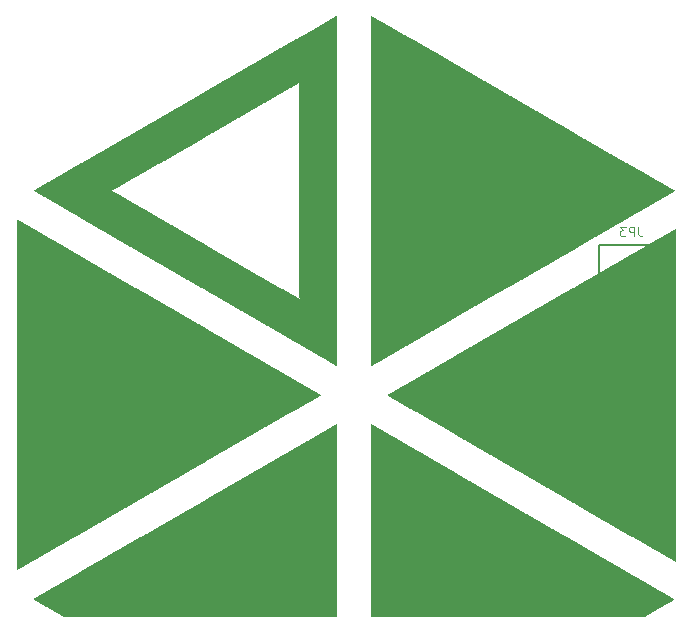
<source format=gbr>
%TF.GenerationSoftware,KiCad,Pcbnew,7.0.7*%
%TF.CreationDate,2023-10-02T21:51:04-04:00*%
%TF.ProjectId,sensor_interface_1.1.0,73656e73-6f72-45f6-996e-746572666163,rev?*%
%TF.SameCoordinates,Original*%
%TF.FileFunction,Legend,Bot*%
%TF.FilePolarity,Positive*%
%FSLAX46Y46*%
G04 Gerber Fmt 4.6, Leading zero omitted, Abs format (unit mm)*
G04 Created by KiCad (PCBNEW 7.0.7) date 2023-10-02 21:51:04*
%MOMM*%
%LPD*%
G01*
G04 APERTURE LIST*
%ADD10C,0.097790*%
%ADD11C,0.127000*%
G04 APERTURE END LIST*
D10*
X179841971Y-98325825D02*
X179841971Y-98890975D01*
X179841971Y-98890975D02*
X179879648Y-99004005D01*
X179879648Y-99004005D02*
X179955001Y-99079359D01*
X179955001Y-99079359D02*
X180068031Y-99117035D01*
X180068031Y-99117035D02*
X180143385Y-99117035D01*
X179465204Y-99117035D02*
X179465204Y-98325825D01*
X179465204Y-98325825D02*
X179163791Y-98325825D01*
X179163791Y-98325825D02*
X179088438Y-98363502D01*
X179088438Y-98363502D02*
X179050761Y-98401179D01*
X179050761Y-98401179D02*
X179013084Y-98476532D01*
X179013084Y-98476532D02*
X179013084Y-98589562D01*
X179013084Y-98589562D02*
X179050761Y-98664915D01*
X179050761Y-98664915D02*
X179088438Y-98702592D01*
X179088438Y-98702592D02*
X179163791Y-98740269D01*
X179163791Y-98740269D02*
X179465204Y-98740269D01*
X178749348Y-98325825D02*
X178259551Y-98325825D01*
X178259551Y-98325825D02*
X178523288Y-98627239D01*
X178523288Y-98627239D02*
X178410258Y-98627239D01*
X178410258Y-98627239D02*
X178334904Y-98664915D01*
X178334904Y-98664915D02*
X178297228Y-98702592D01*
X178297228Y-98702592D02*
X178259551Y-98777945D01*
X178259551Y-98777945D02*
X178259551Y-98966329D01*
X178259551Y-98966329D02*
X178297228Y-99041682D01*
X178297228Y-99041682D02*
X178334904Y-99079359D01*
X178334904Y-99079359D02*
X178410258Y-99117035D01*
X178410258Y-99117035D02*
X178636318Y-99117035D01*
X178636318Y-99117035D02*
X178711671Y-99079359D01*
X178711671Y-99079359D02*
X178749348Y-99041682D01*
D11*
%TO.C,JP3*%
X176510750Y-99853950D02*
X181590750Y-99853950D01*
X176510750Y-107473950D02*
X176510750Y-99853950D01*
X181590750Y-99853950D02*
X181590750Y-107473950D01*
X181590750Y-107473950D02*
X176510750Y-107473950D01*
%TO.C,U$1*%
G36*
X127332540Y-97766325D02*
G01*
X127248212Y-97766325D01*
X127248212Y-97724160D01*
X127332540Y-97724160D01*
X127332540Y-97766325D01*
G37*
G36*
X127416868Y-97808488D02*
G01*
X127248212Y-97808488D01*
X127248212Y-97766325D01*
X127416868Y-97766325D01*
X127416868Y-97808488D01*
G37*
G36*
X127459031Y-97850654D02*
G01*
X127248212Y-97850654D01*
X127248212Y-97808488D01*
X127459031Y-97808488D01*
X127459031Y-97850654D01*
G37*
G36*
X127543359Y-97892816D02*
G01*
X127248212Y-97892816D01*
X127248212Y-97850654D01*
X127543359Y-97850654D01*
X127543359Y-97892816D01*
G37*
G36*
X127627687Y-97934982D02*
G01*
X127248212Y-97934982D01*
X127248212Y-97892816D01*
X127627687Y-97892816D01*
X127627687Y-97934982D01*
G37*
G36*
X127712015Y-97977144D02*
G01*
X127248212Y-97977144D01*
X127248212Y-97934982D01*
X127712015Y-97934982D01*
X127712015Y-97977144D01*
G37*
G36*
X127754181Y-98019310D02*
G01*
X127248212Y-98019310D01*
X127248212Y-97977144D01*
X127754181Y-97977144D01*
X127754181Y-98019310D01*
G37*
G36*
X127838509Y-98061472D02*
G01*
X127248212Y-98061472D01*
X127248212Y-98019310D01*
X127838509Y-98019310D01*
X127838509Y-98061472D01*
G37*
G36*
X127922837Y-98103638D02*
G01*
X127248212Y-98103638D01*
X127248212Y-98061472D01*
X127922837Y-98061472D01*
X127922837Y-98103638D01*
G37*
G36*
X127965000Y-98145800D02*
G01*
X127248212Y-98145800D01*
X127248212Y-98103638D01*
X127965000Y-98103638D01*
X127965000Y-98145800D01*
G37*
G36*
X128091490Y-98187963D02*
G01*
X127248212Y-98187963D01*
X127248212Y-98145800D01*
X128091490Y-98145800D01*
X128091490Y-98187963D01*
G37*
G36*
X128175818Y-98230129D02*
G01*
X127248212Y-98230129D01*
X127248212Y-98187963D01*
X128175818Y-98187963D01*
X128175818Y-98230129D01*
G37*
G36*
X128175818Y-98272291D02*
G01*
X127248212Y-98272291D01*
X127248212Y-98230129D01*
X128175818Y-98230129D01*
X128175818Y-98272291D01*
G37*
G36*
X128302312Y-98314457D02*
G01*
X127248212Y-98314457D01*
X127248212Y-98272291D01*
X128302312Y-98272291D01*
X128302312Y-98314457D01*
G37*
G36*
X128386640Y-98356619D02*
G01*
X127248212Y-98356619D01*
X127248212Y-98314457D01*
X128386640Y-98314457D01*
X128386640Y-98356619D01*
G37*
G36*
X128428803Y-98398785D02*
G01*
X127248212Y-98398785D01*
X127248212Y-98356619D01*
X128428803Y-98356619D01*
X128428803Y-98398785D01*
G37*
G36*
X128470968Y-98440947D02*
G01*
X127248212Y-98440947D01*
X127248212Y-98398785D01*
X128470968Y-98398785D01*
X128470968Y-98440947D01*
G37*
G36*
X128597459Y-98483113D02*
G01*
X127248212Y-98483113D01*
X127248212Y-98440947D01*
X128597459Y-98440947D01*
X128597459Y-98483113D01*
G37*
G36*
X128681787Y-98525275D02*
G01*
X127248212Y-98525275D01*
X127248212Y-98483113D01*
X128681787Y-98483113D01*
X128681787Y-98525275D01*
G37*
G36*
X128723953Y-98567441D02*
G01*
X127248212Y-98567441D01*
X127248212Y-98525275D01*
X128723953Y-98525275D01*
X128723953Y-98567441D01*
G37*
G36*
X128808281Y-98609604D02*
G01*
X127248212Y-98609604D01*
X127248212Y-98567441D01*
X128808281Y-98567441D01*
X128808281Y-98609604D01*
G37*
G36*
X128892609Y-98651769D02*
G01*
X127248212Y-98651769D01*
X127248212Y-98609604D01*
X128892609Y-98609604D01*
X128892609Y-98651769D01*
G37*
G36*
X128934771Y-98693932D02*
G01*
X127248212Y-98693932D01*
X127248212Y-98651769D01*
X128934771Y-98651769D01*
X128934771Y-98693932D01*
G37*
G36*
X129019100Y-98736097D02*
G01*
X127248212Y-98736097D01*
X127248212Y-98693932D01*
X129019100Y-98693932D01*
X129019100Y-98736097D01*
G37*
G36*
X129103428Y-98778260D02*
G01*
X127248212Y-98778260D01*
X127248212Y-98736097D01*
X129103428Y-98736097D01*
X129103428Y-98778260D01*
G37*
G36*
X129145590Y-98820425D02*
G01*
X127248212Y-98820425D01*
X127248212Y-98778260D01*
X129145590Y-98778260D01*
X129145590Y-98820425D01*
G37*
G36*
X129229918Y-98862588D02*
G01*
X127248212Y-98862588D01*
X127248212Y-98820425D01*
X129229918Y-98820425D01*
X129229918Y-98862588D01*
G37*
G36*
X129314246Y-98904754D02*
G01*
X127248212Y-98904754D01*
X127248212Y-98862588D01*
X129314246Y-98862588D01*
X129314246Y-98904754D01*
G37*
G36*
X129398575Y-98946916D02*
G01*
X127248212Y-98946916D01*
X127248212Y-98904754D01*
X129398575Y-98904754D01*
X129398575Y-98946916D01*
G37*
G36*
X129440740Y-98989082D02*
G01*
X127248212Y-98989082D01*
X127248212Y-98946916D01*
X129440740Y-98946916D01*
X129440740Y-98989082D01*
G37*
G36*
X129525068Y-99031244D02*
G01*
X127248212Y-99031244D01*
X127248212Y-98989082D01*
X129525068Y-98989082D01*
X129525068Y-99031244D01*
G37*
G36*
X129609396Y-99073410D02*
G01*
X127248212Y-99073410D01*
X127248212Y-99031244D01*
X129609396Y-99031244D01*
X129609396Y-99073410D01*
G37*
G36*
X129651559Y-99115572D02*
G01*
X127248212Y-99115572D01*
X127248212Y-99073410D01*
X129651559Y-99073410D01*
X129651559Y-99115572D01*
G37*
G36*
X129735887Y-99157738D02*
G01*
X127248212Y-99157738D01*
X127248212Y-99115572D01*
X129735887Y-99115572D01*
X129735887Y-99157738D01*
G37*
G36*
X129820215Y-99199900D02*
G01*
X127248212Y-99199900D01*
X127248212Y-99157738D01*
X129820215Y-99157738D01*
X129820215Y-99199900D01*
G37*
G36*
X129862381Y-99242063D02*
G01*
X127248212Y-99242063D01*
X127248212Y-99199900D01*
X129862381Y-99199900D01*
X129862381Y-99242063D01*
G37*
G36*
X129946709Y-99284229D02*
G01*
X127248212Y-99284229D01*
X127248212Y-99242063D01*
X129946709Y-99242063D01*
X129946709Y-99284229D01*
G37*
G36*
X130031037Y-99326391D02*
G01*
X127248212Y-99326391D01*
X127248212Y-99284229D01*
X130031037Y-99284229D01*
X130031037Y-99326391D01*
G37*
G36*
X130115362Y-99368557D02*
G01*
X127248212Y-99368557D01*
X127248212Y-99326391D01*
X130115362Y-99326391D01*
X130115362Y-99368557D01*
G37*
G36*
X130157528Y-99410719D02*
G01*
X127248212Y-99410719D01*
X127248212Y-99368557D01*
X130157528Y-99368557D01*
X130157528Y-99410719D01*
G37*
G36*
X130241856Y-99452885D02*
G01*
X127248212Y-99452885D01*
X127248212Y-99410719D01*
X130241856Y-99410719D01*
X130241856Y-99452885D01*
G37*
G36*
X130326184Y-99495047D02*
G01*
X127248212Y-99495047D01*
X127248212Y-99452885D01*
X130326184Y-99452885D01*
X130326184Y-99495047D01*
G37*
G36*
X130368346Y-99537213D02*
G01*
X127248212Y-99537213D01*
X127248212Y-99495047D01*
X130368346Y-99495047D01*
X130368346Y-99537213D01*
G37*
G36*
X130494840Y-99579375D02*
G01*
X127248212Y-99579375D01*
X127248212Y-99537213D01*
X130494840Y-99537213D01*
X130494840Y-99579375D01*
G37*
G36*
X130579168Y-99621541D02*
G01*
X127248212Y-99621541D01*
X127248212Y-99579375D01*
X130579168Y-99579375D01*
X130579168Y-99621541D01*
G37*
G36*
X130621331Y-99663704D02*
G01*
X127248212Y-99663704D01*
X127248212Y-99621541D01*
X130621331Y-99621541D01*
X130621331Y-99663704D01*
G37*
G36*
X130705659Y-99705869D02*
G01*
X127248212Y-99705869D01*
X127248212Y-99663704D01*
X130705659Y-99663704D01*
X130705659Y-99705869D01*
G37*
G36*
X130789987Y-99748032D02*
G01*
X127248212Y-99748032D01*
X127248212Y-99705869D01*
X130789987Y-99705869D01*
X130789987Y-99748032D01*
G37*
G36*
X130832153Y-99790197D02*
G01*
X127248212Y-99790197D01*
X127248212Y-99748032D01*
X130832153Y-99748032D01*
X130832153Y-99790197D01*
G37*
G36*
X130916481Y-99832360D02*
G01*
X127248212Y-99832360D01*
X127248212Y-99790197D01*
X130916481Y-99790197D01*
X130916481Y-99832360D01*
G37*
G36*
X131000809Y-99874525D02*
G01*
X127248212Y-99874525D01*
X127248212Y-99832360D01*
X131000809Y-99832360D01*
X131000809Y-99874525D01*
G37*
G36*
X131085137Y-99916688D02*
G01*
X127248212Y-99916688D01*
X127248212Y-99874525D01*
X131085137Y-99874525D01*
X131085137Y-99916688D01*
G37*
G36*
X131127300Y-99958854D02*
G01*
X127248212Y-99958854D01*
X127248212Y-99916688D01*
X131127300Y-99916688D01*
X131127300Y-99958854D01*
G37*
G36*
X131211628Y-100001016D02*
G01*
X127248212Y-100001016D01*
X127248212Y-99958854D01*
X131211628Y-99958854D01*
X131211628Y-100001016D01*
G37*
G36*
X131295956Y-100043182D02*
G01*
X127248212Y-100043182D01*
X127248212Y-100001016D01*
X131295956Y-100001016D01*
X131295956Y-100043182D01*
G37*
G36*
X131338118Y-100085344D02*
G01*
X127248212Y-100085344D01*
X127248212Y-100043182D01*
X131338118Y-100043182D01*
X131338118Y-100085344D01*
G37*
G36*
X131422446Y-100127510D02*
G01*
X127248212Y-100127510D01*
X127248212Y-100085344D01*
X131422446Y-100085344D01*
X131422446Y-100127510D01*
G37*
G36*
X131506775Y-100169672D02*
G01*
X127248212Y-100169672D01*
X127248212Y-100127510D01*
X131506775Y-100127510D01*
X131506775Y-100169672D01*
G37*
G36*
X131548940Y-100211838D02*
G01*
X127248212Y-100211838D01*
X127248212Y-100169672D01*
X131548940Y-100169672D01*
X131548940Y-100211838D01*
G37*
G36*
X131633268Y-100254000D02*
G01*
X127248212Y-100254000D01*
X127248212Y-100211838D01*
X131633268Y-100211838D01*
X131633268Y-100254000D01*
G37*
G36*
X131717596Y-100296163D02*
G01*
X127248212Y-100296163D01*
X127248212Y-100254000D01*
X131717596Y-100254000D01*
X131717596Y-100296163D01*
G37*
G36*
X131801925Y-100338329D02*
G01*
X127248212Y-100338329D01*
X127248212Y-100296163D01*
X131801925Y-100296163D01*
X131801925Y-100338329D01*
G37*
G36*
X131844087Y-100380491D02*
G01*
X127248212Y-100380491D01*
X127248212Y-100338329D01*
X131844087Y-100338329D01*
X131844087Y-100380491D01*
G37*
G36*
X131928415Y-100422657D02*
G01*
X127248212Y-100422657D01*
X127248212Y-100380491D01*
X131928415Y-100380491D01*
X131928415Y-100422657D01*
G37*
G36*
X132012743Y-100464819D02*
G01*
X127248212Y-100464819D01*
X127248212Y-100422657D01*
X132012743Y-100422657D01*
X132012743Y-100464819D01*
G37*
G36*
X132054909Y-100506985D02*
G01*
X127248212Y-100506985D01*
X127248212Y-100464819D01*
X132054909Y-100464819D01*
X132054909Y-100506985D01*
G37*
G36*
X132139237Y-100549147D02*
G01*
X127248212Y-100549147D01*
X127248212Y-100506985D01*
X132139237Y-100506985D01*
X132139237Y-100549147D01*
G37*
G36*
X132223562Y-100591313D02*
G01*
X127248212Y-100591313D01*
X127248212Y-100549147D01*
X132223562Y-100549147D01*
X132223562Y-100591313D01*
G37*
G36*
X132265728Y-100633475D02*
G01*
X127248212Y-100633475D01*
X127248212Y-100591313D01*
X132265728Y-100591313D01*
X132265728Y-100633475D01*
G37*
G36*
X132350056Y-100675641D02*
G01*
X127248212Y-100675641D01*
X127248212Y-100633475D01*
X132350056Y-100633475D01*
X132350056Y-100675641D01*
G37*
G36*
X132434384Y-100717804D02*
G01*
X127248212Y-100717804D01*
X127248212Y-100675641D01*
X132434384Y-100675641D01*
X132434384Y-100717804D01*
G37*
G36*
X132518712Y-100759969D02*
G01*
X127248212Y-100759969D01*
X127248212Y-100717804D01*
X132518712Y-100717804D01*
X132518712Y-100759969D01*
G37*
G36*
X132560875Y-100802132D02*
G01*
X127248212Y-100802132D01*
X127248212Y-100759969D01*
X132560875Y-100759969D01*
X132560875Y-100802132D01*
G37*
G36*
X132645203Y-100844297D02*
G01*
X127248212Y-100844297D01*
X127248212Y-100802132D01*
X132645203Y-100802132D01*
X132645203Y-100844297D01*
G37*
G36*
X132771696Y-100886460D02*
G01*
X127248212Y-100886460D01*
X127248212Y-100844297D01*
X132771696Y-100844297D01*
X132771696Y-100886460D01*
G37*
G36*
X132813859Y-100928625D02*
G01*
X127248212Y-100928625D01*
X127248212Y-100886460D01*
X132813859Y-100886460D01*
X132813859Y-100928625D01*
G37*
G36*
X132898187Y-100970788D02*
G01*
X127248212Y-100970788D01*
X127248212Y-100928625D01*
X132898187Y-100928625D01*
X132898187Y-100970788D01*
G37*
G36*
X132982515Y-101012954D02*
G01*
X127248212Y-101012954D01*
X127248212Y-100970788D01*
X132982515Y-100970788D01*
X132982515Y-101012954D01*
G37*
G36*
X133024681Y-101055116D02*
G01*
X127248212Y-101055116D01*
X127248212Y-101012954D01*
X133024681Y-101012954D01*
X133024681Y-101055116D01*
G37*
G36*
X133109009Y-101097282D02*
G01*
X127248212Y-101097282D01*
X127248212Y-101055116D01*
X133109009Y-101055116D01*
X133109009Y-101097282D01*
G37*
G36*
X133193337Y-101139444D02*
G01*
X127248212Y-101139444D01*
X127248212Y-101097282D01*
X133193337Y-101097282D01*
X133193337Y-101139444D01*
G37*
G36*
X133235500Y-101181610D02*
G01*
X127248212Y-101181610D01*
X127248212Y-101139444D01*
X133235500Y-101139444D01*
X133235500Y-101181610D01*
G37*
G36*
X133319828Y-101223772D02*
G01*
X127248212Y-101223772D01*
X127248212Y-101181610D01*
X133319828Y-101181610D01*
X133319828Y-101223772D01*
G37*
G36*
X133404156Y-101265938D02*
G01*
X127248212Y-101265938D01*
X127248212Y-101223772D01*
X133404156Y-101223772D01*
X133404156Y-101265938D01*
G37*
G36*
X133488484Y-101308100D02*
G01*
X127248212Y-101308100D01*
X127248212Y-101265938D01*
X133488484Y-101265938D01*
X133488484Y-101308100D01*
G37*
G36*
X133530646Y-101350263D02*
G01*
X127248212Y-101350263D01*
X127248212Y-101308100D01*
X133530646Y-101308100D01*
X133530646Y-101350263D01*
G37*
G36*
X133614975Y-101392429D02*
G01*
X127248212Y-101392429D01*
X127248212Y-101350263D01*
X133614975Y-101350263D01*
X133614975Y-101392429D01*
G37*
G36*
X133699303Y-101434591D02*
G01*
X127248212Y-101434591D01*
X127248212Y-101392429D01*
X133699303Y-101392429D01*
X133699303Y-101434591D01*
G37*
G36*
X133741468Y-101476757D02*
G01*
X127248212Y-101476757D01*
X127248212Y-101434591D01*
X133741468Y-101434591D01*
X133741468Y-101476757D01*
G37*
G36*
X133825796Y-101518919D02*
G01*
X127248212Y-101518919D01*
X127248212Y-101476757D01*
X133825796Y-101476757D01*
X133825796Y-101518919D01*
G37*
G36*
X133910125Y-101561085D02*
G01*
X127248212Y-101561085D01*
X127248212Y-101518919D01*
X133910125Y-101518919D01*
X133910125Y-101561085D01*
G37*
G36*
X133994453Y-101603247D02*
G01*
X127248212Y-101603247D01*
X127248212Y-101561085D01*
X133994453Y-101561085D01*
X133994453Y-101603247D01*
G37*
G36*
X134036615Y-101645413D02*
G01*
X127248212Y-101645413D01*
X127248212Y-101603247D01*
X134036615Y-101603247D01*
X134036615Y-101645413D01*
G37*
G36*
X134120943Y-101687575D02*
G01*
X127248212Y-101687575D01*
X127248212Y-101645413D01*
X134120943Y-101645413D01*
X134120943Y-101687575D01*
G37*
G36*
X134205271Y-101729741D02*
G01*
X127248212Y-101729741D01*
X127248212Y-101687575D01*
X134205271Y-101687575D01*
X134205271Y-101729741D01*
G37*
G36*
X134247437Y-101771904D02*
G01*
X127248212Y-101771904D01*
X127248212Y-101729741D01*
X134247437Y-101729741D01*
X134247437Y-101771904D01*
G37*
G36*
X134331762Y-101814069D02*
G01*
X127248212Y-101814069D01*
X127248212Y-101771904D01*
X134331762Y-101771904D01*
X134331762Y-101814069D01*
G37*
G36*
X134416090Y-101856232D02*
G01*
X127248212Y-101856232D01*
X127248212Y-101814069D01*
X134416090Y-101814069D01*
X134416090Y-101856232D01*
G37*
G36*
X134458256Y-101898397D02*
G01*
X127248212Y-101898397D01*
X127248212Y-101856232D01*
X134458256Y-101856232D01*
X134458256Y-101898397D01*
G37*
G36*
X134542584Y-101940560D02*
G01*
X127248212Y-101940560D01*
X127248212Y-101898397D01*
X134542584Y-101898397D01*
X134542584Y-101940560D01*
G37*
G36*
X134626912Y-101982725D02*
G01*
X127248212Y-101982725D01*
X127248212Y-101940560D01*
X134626912Y-101940560D01*
X134626912Y-101982725D01*
G37*
G36*
X134711240Y-102024888D02*
G01*
X127248212Y-102024888D01*
X127248212Y-101982725D01*
X134711240Y-101982725D01*
X134711240Y-102024888D01*
G37*
G36*
X134753403Y-102067054D02*
G01*
X127248212Y-102067054D01*
X127248212Y-102024888D01*
X134753403Y-102024888D01*
X134753403Y-102067054D01*
G37*
G36*
X134837731Y-102109216D02*
G01*
X127248212Y-102109216D01*
X127248212Y-102067054D01*
X134837731Y-102067054D01*
X134837731Y-102109216D01*
G37*
G36*
X134922059Y-102151382D02*
G01*
X127248212Y-102151382D01*
X127248212Y-102109216D01*
X134922059Y-102109216D01*
X134922059Y-102151382D01*
G37*
G36*
X134964225Y-102193544D02*
G01*
X127248212Y-102193544D01*
X127248212Y-102151382D01*
X134964225Y-102151382D01*
X134964225Y-102193544D01*
G37*
G36*
X135048553Y-102235710D02*
G01*
X127248212Y-102235710D01*
X127248212Y-102193544D01*
X135048553Y-102193544D01*
X135048553Y-102235710D01*
G37*
G36*
X135175043Y-102277872D02*
G01*
X127248212Y-102277872D01*
X127248212Y-102235710D01*
X135175043Y-102235710D01*
X135175043Y-102277872D01*
G37*
G36*
X135217209Y-102320038D02*
G01*
X127248212Y-102320038D01*
X127248212Y-102277872D01*
X135217209Y-102277872D01*
X135217209Y-102320038D01*
G37*
G36*
X135259371Y-102362200D02*
G01*
X127248212Y-102362200D01*
X127248212Y-102320038D01*
X135259371Y-102320038D01*
X135259371Y-102362200D01*
G37*
G36*
X135385862Y-102404363D02*
G01*
X127248212Y-102404363D01*
X127248212Y-102362200D01*
X135385862Y-102362200D01*
X135385862Y-102404363D01*
G37*
G36*
X135428028Y-102446529D02*
G01*
X127248212Y-102446529D01*
X127248212Y-102404363D01*
X135428028Y-102404363D01*
X135428028Y-102446529D01*
G37*
G36*
X135512356Y-102488691D02*
G01*
X127248212Y-102488691D01*
X127248212Y-102446529D01*
X135512356Y-102446529D01*
X135512356Y-102488691D01*
G37*
G36*
X135596684Y-102530857D02*
G01*
X127248212Y-102530857D01*
X127248212Y-102488691D01*
X135596684Y-102488691D01*
X135596684Y-102530857D01*
G37*
G36*
X135681012Y-102573019D02*
G01*
X127248212Y-102573019D01*
X127248212Y-102530857D01*
X135681012Y-102530857D01*
X135681012Y-102573019D01*
G37*
G36*
X135723175Y-102615185D02*
G01*
X127248212Y-102615185D01*
X127248212Y-102573019D01*
X135723175Y-102573019D01*
X135723175Y-102615185D01*
G37*
G36*
X135807503Y-102657347D02*
G01*
X127248212Y-102657347D01*
X127248212Y-102615185D01*
X135807503Y-102615185D01*
X135807503Y-102657347D01*
G37*
G36*
X135891831Y-102699513D02*
G01*
X127248212Y-102699513D01*
X127248212Y-102657347D01*
X135891831Y-102657347D01*
X135891831Y-102699513D01*
G37*
G36*
X135933996Y-102741675D02*
G01*
X127248212Y-102741675D01*
X127248212Y-102699513D01*
X135933996Y-102699513D01*
X135933996Y-102741675D01*
G37*
G36*
X136018325Y-102783841D02*
G01*
X127248212Y-102783841D01*
X127248212Y-102741675D01*
X136018325Y-102741675D01*
X136018325Y-102783841D01*
G37*
G36*
X136102653Y-102826004D02*
G01*
X127248212Y-102826004D01*
X127248212Y-102783841D01*
X136102653Y-102783841D01*
X136102653Y-102826004D01*
G37*
G36*
X136144815Y-102868169D02*
G01*
X127248212Y-102868169D01*
X127248212Y-102826004D01*
X136144815Y-102826004D01*
X136144815Y-102868169D01*
G37*
G36*
X136229143Y-102910332D02*
G01*
X127248212Y-102910332D01*
X127248212Y-102868169D01*
X136229143Y-102868169D01*
X136229143Y-102910332D01*
G37*
G36*
X136313471Y-102952497D02*
G01*
X127248212Y-102952497D01*
X127248212Y-102910332D01*
X136313471Y-102910332D01*
X136313471Y-102952497D01*
G37*
G36*
X136397800Y-102994660D02*
G01*
X127248212Y-102994660D01*
X127248212Y-102952497D01*
X136397800Y-102952497D01*
X136397800Y-102994660D01*
G37*
G36*
X136439962Y-103036825D02*
G01*
X127248212Y-103036825D01*
X127248212Y-102994660D01*
X136439962Y-102994660D01*
X136439962Y-103036825D01*
G37*
G36*
X136524290Y-103078988D02*
G01*
X127248212Y-103078988D01*
X127248212Y-103036825D01*
X136524290Y-103036825D01*
X136524290Y-103078988D01*
G37*
G36*
X136608618Y-103121154D02*
G01*
X127248212Y-103121154D01*
X127248212Y-103078988D01*
X136608618Y-103078988D01*
X136608618Y-103121154D01*
G37*
G36*
X136650784Y-103163316D02*
G01*
X127248212Y-103163316D01*
X127248212Y-103121154D01*
X136650784Y-103121154D01*
X136650784Y-103163316D01*
G37*
G36*
X136735112Y-103205482D02*
G01*
X127248212Y-103205482D01*
X127248212Y-103163316D01*
X136735112Y-103163316D01*
X136735112Y-103205482D01*
G37*
G36*
X136819440Y-103247644D02*
G01*
X127248212Y-103247644D01*
X127248212Y-103205482D01*
X136819440Y-103205482D01*
X136819440Y-103247644D01*
G37*
G36*
X136903768Y-103289810D02*
G01*
X127248212Y-103289810D01*
X127248212Y-103247644D01*
X136903768Y-103247644D01*
X136903768Y-103289810D01*
G37*
G36*
X136945931Y-103331972D02*
G01*
X127248212Y-103331972D01*
X127248212Y-103289810D01*
X136945931Y-103289810D01*
X136945931Y-103331972D01*
G37*
G36*
X137030259Y-103374138D02*
G01*
X127248212Y-103374138D01*
X127248212Y-103331972D01*
X137030259Y-103331972D01*
X137030259Y-103374138D01*
G37*
G36*
X137114587Y-103416300D02*
G01*
X127248212Y-103416300D01*
X127248212Y-103374138D01*
X137114587Y-103374138D01*
X137114587Y-103416300D01*
G37*
G36*
X137156753Y-103458463D02*
G01*
X127248212Y-103458463D01*
X127248212Y-103416300D01*
X137156753Y-103416300D01*
X137156753Y-103458463D01*
G37*
G36*
X137241081Y-103500629D02*
G01*
X127248212Y-103500629D01*
X127248212Y-103458463D01*
X137241081Y-103458463D01*
X137241081Y-103500629D01*
G37*
G36*
X137325409Y-103542791D02*
G01*
X127248212Y-103542791D01*
X127248212Y-103500629D01*
X137325409Y-103500629D01*
X137325409Y-103542791D01*
G37*
G36*
X137367571Y-103584957D02*
G01*
X127248212Y-103584957D01*
X127248212Y-103542791D01*
X137367571Y-103542791D01*
X137367571Y-103584957D01*
G37*
G36*
X137451900Y-103627119D02*
G01*
X127248212Y-103627119D01*
X127248212Y-103584957D01*
X137451900Y-103584957D01*
X137451900Y-103627119D01*
G37*
G36*
X137536228Y-103669285D02*
G01*
X127248212Y-103669285D01*
X127248212Y-103627119D01*
X137536228Y-103627119D01*
X137536228Y-103669285D01*
G37*
G36*
X137620556Y-103711447D02*
G01*
X127248212Y-103711447D01*
X127248212Y-103669285D01*
X137620556Y-103669285D01*
X137620556Y-103711447D01*
G37*
G36*
X137662718Y-103753613D02*
G01*
X127248212Y-103753613D01*
X127248212Y-103711447D01*
X137662718Y-103711447D01*
X137662718Y-103753613D01*
G37*
G36*
X137789212Y-103795775D02*
G01*
X127248212Y-103795775D01*
X127248212Y-103753613D01*
X137789212Y-103753613D01*
X137789212Y-103795775D01*
G37*
G36*
X137831375Y-103837941D02*
G01*
X127248212Y-103837941D01*
X127248212Y-103795775D01*
X137831375Y-103795775D01*
X137831375Y-103837941D01*
G37*
G36*
X137915703Y-103880104D02*
G01*
X127248212Y-103880104D01*
X127248212Y-103837941D01*
X137915703Y-103837941D01*
X137915703Y-103880104D01*
G37*
G36*
X138000031Y-103922269D02*
G01*
X127248212Y-103922269D01*
X127248212Y-103880104D01*
X138000031Y-103880104D01*
X138000031Y-103922269D01*
G37*
G36*
X138084359Y-103964432D02*
G01*
X127248212Y-103964432D01*
X127248212Y-103922269D01*
X138084359Y-103922269D01*
X138084359Y-103964432D01*
G37*
G36*
X138126525Y-104006597D02*
G01*
X127248212Y-104006597D01*
X127248212Y-103964432D01*
X138126525Y-103964432D01*
X138126525Y-104006597D01*
G37*
G36*
X138210853Y-104048760D02*
G01*
X127248212Y-104048760D01*
X127248212Y-104006597D01*
X138210853Y-104006597D01*
X138210853Y-104048760D01*
G37*
G36*
X138295181Y-104090925D02*
G01*
X127248212Y-104090925D01*
X127248212Y-104048760D01*
X138295181Y-104048760D01*
X138295181Y-104090925D01*
G37*
G36*
X138337343Y-104133088D02*
G01*
X127248212Y-104133088D01*
X127248212Y-104090925D01*
X138337343Y-104090925D01*
X138337343Y-104133088D01*
G37*
G36*
X138421671Y-104175254D02*
G01*
X127248212Y-104175254D01*
X127248212Y-104133088D01*
X138421671Y-104133088D01*
X138421671Y-104175254D01*
G37*
G36*
X138506000Y-104217416D02*
G01*
X127248212Y-104217416D01*
X127248212Y-104175254D01*
X138506000Y-104175254D01*
X138506000Y-104217416D01*
G37*
G36*
X138590328Y-104259582D02*
G01*
X127248212Y-104259582D01*
X127248212Y-104217416D01*
X138590328Y-104217416D01*
X138590328Y-104259582D01*
G37*
G36*
X138632490Y-104301744D02*
G01*
X127248212Y-104301744D01*
X127248212Y-104259582D01*
X138632490Y-104259582D01*
X138632490Y-104301744D01*
G37*
G36*
X138716818Y-104343910D02*
G01*
X127248212Y-104343910D01*
X127248212Y-104301744D01*
X138716818Y-104301744D01*
X138716818Y-104343910D01*
G37*
G36*
X138801146Y-104386072D02*
G01*
X127248212Y-104386072D01*
X127248212Y-104343910D01*
X138801146Y-104343910D01*
X138801146Y-104386072D01*
G37*
G36*
X138843312Y-104428238D02*
G01*
X127248212Y-104428238D01*
X127248212Y-104386072D01*
X138843312Y-104386072D01*
X138843312Y-104428238D01*
G37*
G36*
X138927640Y-104470400D02*
G01*
X127248212Y-104470400D01*
X127248212Y-104428238D01*
X138927640Y-104428238D01*
X138927640Y-104470400D01*
G37*
G36*
X139011968Y-104512563D02*
G01*
X127248212Y-104512563D01*
X127248212Y-104470400D01*
X139011968Y-104470400D01*
X139011968Y-104512563D01*
G37*
G36*
X139054131Y-104554729D02*
G01*
X127248212Y-104554729D01*
X127248212Y-104512563D01*
X139054131Y-104512563D01*
X139054131Y-104554729D01*
G37*
G36*
X139138459Y-104596891D02*
G01*
X127248212Y-104596891D01*
X127248212Y-104554729D01*
X139138459Y-104554729D01*
X139138459Y-104596891D01*
G37*
G36*
X139222787Y-104639057D02*
G01*
X127248212Y-104639057D01*
X127248212Y-104596891D01*
X139222787Y-104596891D01*
X139222787Y-104639057D01*
G37*
G36*
X139307115Y-104681219D02*
G01*
X127248212Y-104681219D01*
X127248212Y-104639057D01*
X139307115Y-104639057D01*
X139307115Y-104681219D01*
G37*
G36*
X139349281Y-104723385D02*
G01*
X127248212Y-104723385D01*
X127248212Y-104681219D01*
X139349281Y-104681219D01*
X139349281Y-104723385D01*
G37*
G36*
X139433609Y-104765547D02*
G01*
X127248212Y-104765547D01*
X127248212Y-104723385D01*
X139433609Y-104723385D01*
X139433609Y-104765547D01*
G37*
G36*
X139517937Y-104807713D02*
G01*
X127248212Y-104807713D01*
X127248212Y-104765547D01*
X139517937Y-104765547D01*
X139517937Y-104807713D01*
G37*
G36*
X139560100Y-104849875D02*
G01*
X127248212Y-104849875D01*
X127248212Y-104807713D01*
X139560100Y-104807713D01*
X139560100Y-104849875D01*
G37*
G36*
X139644428Y-104892041D02*
G01*
X127248212Y-104892041D01*
X127248212Y-104849875D01*
X139644428Y-104849875D01*
X139644428Y-104892041D01*
G37*
G36*
X139728756Y-104934204D02*
G01*
X127248212Y-104934204D01*
X127248212Y-104892041D01*
X139728756Y-104892041D01*
X139728756Y-104934204D01*
G37*
G36*
X139770918Y-104976369D02*
G01*
X127248212Y-104976369D01*
X127248212Y-104934204D01*
X139770918Y-104934204D01*
X139770918Y-104976369D01*
G37*
G36*
X139855246Y-105018532D02*
G01*
X127248212Y-105018532D01*
X127248212Y-104976369D01*
X139855246Y-104976369D01*
X139855246Y-105018532D01*
G37*
G36*
X139981740Y-105060697D02*
G01*
X127248212Y-105060697D01*
X127248212Y-105018532D01*
X139981740Y-105018532D01*
X139981740Y-105060697D01*
G37*
G36*
X140023903Y-105102860D02*
G01*
X127248212Y-105102860D01*
X127248212Y-105060697D01*
X140023903Y-105060697D01*
X140023903Y-105102860D01*
G37*
G36*
X140066068Y-105145025D02*
G01*
X127248212Y-105145025D01*
X127248212Y-105102860D01*
X140066068Y-105102860D01*
X140066068Y-105145025D01*
G37*
G36*
X140192559Y-105187188D02*
G01*
X127248212Y-105187188D01*
X127248212Y-105145025D01*
X140192559Y-105145025D01*
X140192559Y-105187188D01*
G37*
G36*
X140276887Y-105229354D02*
G01*
X127248212Y-105229354D01*
X127248212Y-105187188D01*
X140276887Y-105187188D01*
X140276887Y-105229354D01*
G37*
G36*
X140319053Y-105271516D02*
G01*
X127248212Y-105271516D01*
X127248212Y-105229354D01*
X140319053Y-105229354D01*
X140319053Y-105271516D01*
G37*
G36*
X140403381Y-105313682D02*
G01*
X127248212Y-105313682D01*
X127248212Y-105271516D01*
X140403381Y-105271516D01*
X140403381Y-105313682D01*
G37*
G36*
X140487709Y-105355844D02*
G01*
X127248212Y-105355844D01*
X127248212Y-105313682D01*
X140487709Y-105313682D01*
X140487709Y-105355844D01*
G37*
G36*
X140529871Y-105398010D02*
G01*
X127248212Y-105398010D01*
X127248212Y-105355844D01*
X140529871Y-105355844D01*
X140529871Y-105398010D01*
G37*
G36*
X140614200Y-105440172D02*
G01*
X127248212Y-105440172D01*
X127248212Y-105398010D01*
X140614200Y-105398010D01*
X140614200Y-105440172D01*
G37*
G36*
X140698528Y-105482338D02*
G01*
X127248212Y-105482338D01*
X127248212Y-105440172D01*
X140698528Y-105440172D01*
X140698528Y-105482338D01*
G37*
G36*
X140740690Y-105524500D02*
G01*
X127248212Y-105524500D01*
X127248212Y-105482338D01*
X140740690Y-105482338D01*
X140740690Y-105524500D01*
G37*
G36*
X140825018Y-105566663D02*
G01*
X127248212Y-105566663D01*
X127248212Y-105524500D01*
X140825018Y-105524500D01*
X140825018Y-105566663D01*
G37*
G36*
X140909346Y-105608829D02*
G01*
X127248212Y-105608829D01*
X127248212Y-105566663D01*
X140909346Y-105566663D01*
X140909346Y-105608829D01*
G37*
G36*
X140993675Y-105650991D02*
G01*
X127248212Y-105650991D01*
X127248212Y-105608829D01*
X140993675Y-105608829D01*
X140993675Y-105650991D01*
G37*
G36*
X141035840Y-105693157D02*
G01*
X127248212Y-105693157D01*
X127248212Y-105650991D01*
X141035840Y-105650991D01*
X141035840Y-105693157D01*
G37*
G36*
X141120168Y-105735319D02*
G01*
X127248212Y-105735319D01*
X127248212Y-105693157D01*
X141120168Y-105693157D01*
X141120168Y-105735319D01*
G37*
G36*
X141204496Y-105777485D02*
G01*
X127248212Y-105777485D01*
X127248212Y-105735319D01*
X141204496Y-105735319D01*
X141204496Y-105777485D01*
G37*
G36*
X141246659Y-105819647D02*
G01*
X127248212Y-105819647D01*
X127248212Y-105777485D01*
X141246659Y-105777485D01*
X141246659Y-105819647D01*
G37*
G36*
X141330987Y-105861813D02*
G01*
X127248212Y-105861813D01*
X127248212Y-105819647D01*
X141330987Y-105819647D01*
X141330987Y-105861813D01*
G37*
G36*
X141415315Y-105903975D02*
G01*
X127248212Y-105903975D01*
X127248212Y-105861813D01*
X141415315Y-105861813D01*
X141415315Y-105903975D01*
G37*
G36*
X141457481Y-105946141D02*
G01*
X127248212Y-105946141D01*
X127248212Y-105903975D01*
X141457481Y-105903975D01*
X141457481Y-105946141D01*
G37*
G36*
X141541809Y-105988304D02*
G01*
X127248212Y-105988304D01*
X127248212Y-105946141D01*
X141541809Y-105946141D01*
X141541809Y-105988304D01*
G37*
G36*
X141626137Y-106030469D02*
G01*
X127248212Y-106030469D01*
X127248212Y-105988304D01*
X141626137Y-105988304D01*
X141626137Y-106030469D01*
G37*
G36*
X141710462Y-106072632D02*
G01*
X127248212Y-106072632D01*
X127248212Y-106030469D01*
X141710462Y-106030469D01*
X141710462Y-106072632D01*
G37*
G36*
X141752628Y-106114797D02*
G01*
X127248212Y-106114797D01*
X127248212Y-106072632D01*
X141752628Y-106072632D01*
X141752628Y-106114797D01*
G37*
G36*
X141836956Y-106156960D02*
G01*
X127248212Y-106156960D01*
X127248212Y-106114797D01*
X141836956Y-106114797D01*
X141836956Y-106156960D01*
G37*
G36*
X141921284Y-106199125D02*
G01*
X127248212Y-106199125D01*
X127248212Y-106156960D01*
X141921284Y-106156960D01*
X141921284Y-106199125D01*
G37*
G36*
X141963446Y-106241288D02*
G01*
X127248212Y-106241288D01*
X127248212Y-106199125D01*
X141963446Y-106199125D01*
X141963446Y-106241288D01*
G37*
G36*
X142047775Y-106283454D02*
G01*
X127248212Y-106283454D01*
X127248212Y-106241288D01*
X142047775Y-106241288D01*
X142047775Y-106283454D01*
G37*
G36*
X142174268Y-106325616D02*
G01*
X127248212Y-106325616D01*
X127248212Y-106283454D01*
X142174268Y-106283454D01*
X142174268Y-106325616D01*
G37*
G36*
X142216431Y-106367782D02*
G01*
X127248212Y-106367782D01*
X127248212Y-106325616D01*
X142216431Y-106325616D01*
X142216431Y-106367782D01*
G37*
G36*
X142258596Y-106409944D02*
G01*
X127248212Y-106409944D01*
X127248212Y-106367782D01*
X142258596Y-106367782D01*
X142258596Y-106409944D01*
G37*
G36*
X142385087Y-106452110D02*
G01*
X127248212Y-106452110D01*
X127248212Y-106409944D01*
X142385087Y-106409944D01*
X142385087Y-106452110D01*
G37*
G36*
X142469415Y-106494272D02*
G01*
X127248212Y-106494272D01*
X127248212Y-106452110D01*
X142469415Y-106452110D01*
X142469415Y-106494272D01*
G37*
G36*
X142469415Y-106536438D02*
G01*
X127248212Y-106536438D01*
X127248212Y-106494272D01*
X142469415Y-106494272D01*
X142469415Y-106536438D01*
G37*
G36*
X142595909Y-106578600D02*
G01*
X127248212Y-106578600D01*
X127248212Y-106536438D01*
X142595909Y-106536438D01*
X142595909Y-106578600D01*
G37*
G36*
X142680237Y-106620763D02*
G01*
X127248212Y-106620763D01*
X127248212Y-106578600D01*
X142680237Y-106578600D01*
X142680237Y-106620763D01*
G37*
G36*
X142722400Y-106662929D02*
G01*
X127248212Y-106662929D01*
X127248212Y-106620763D01*
X142722400Y-106620763D01*
X142722400Y-106662929D01*
G37*
G36*
X142806728Y-106705091D02*
G01*
X127248212Y-106705091D01*
X127248212Y-106662929D01*
X142806728Y-106662929D01*
X142806728Y-106705091D01*
G37*
G36*
X142891056Y-106747257D02*
G01*
X127248212Y-106747257D01*
X127248212Y-106705091D01*
X142891056Y-106705091D01*
X142891056Y-106747257D01*
G37*
G36*
X142933218Y-106789419D02*
G01*
X127248212Y-106789419D01*
X127248212Y-106747257D01*
X142933218Y-106747257D01*
X142933218Y-106789419D01*
G37*
G36*
X143017546Y-106831585D02*
G01*
X127248212Y-106831585D01*
X127248212Y-106789419D01*
X143017546Y-106789419D01*
X143017546Y-106831585D01*
G37*
G36*
X143101875Y-106873747D02*
G01*
X127248212Y-106873747D01*
X127248212Y-106831585D01*
X143101875Y-106831585D01*
X143101875Y-106873747D01*
G37*
G36*
X143186203Y-106915913D02*
G01*
X127248212Y-106915913D01*
X127248212Y-106873747D01*
X143186203Y-106873747D01*
X143186203Y-106915913D01*
G37*
G36*
X143228368Y-106958075D02*
G01*
X127248212Y-106958075D01*
X127248212Y-106915913D01*
X143228368Y-106915913D01*
X143228368Y-106958075D01*
G37*
G36*
X143312696Y-107000241D02*
G01*
X127248212Y-107000241D01*
X127248212Y-106958075D01*
X143312696Y-106958075D01*
X143312696Y-107000241D01*
G37*
G36*
X143397025Y-107042404D02*
G01*
X127248212Y-107042404D01*
X127248212Y-107000241D01*
X143397025Y-107000241D01*
X143397025Y-107042404D01*
G37*
G36*
X143439187Y-107084569D02*
G01*
X127248212Y-107084569D01*
X127248212Y-107042404D01*
X143439187Y-107042404D01*
X143439187Y-107084569D01*
G37*
G36*
X143523515Y-107126732D02*
G01*
X127248212Y-107126732D01*
X127248212Y-107084569D01*
X143523515Y-107084569D01*
X143523515Y-107126732D01*
G37*
G36*
X143607843Y-107168897D02*
G01*
X127248212Y-107168897D01*
X127248212Y-107126732D01*
X143607843Y-107126732D01*
X143607843Y-107168897D01*
G37*
G36*
X143650009Y-107211060D02*
G01*
X127248212Y-107211060D01*
X127248212Y-107168897D01*
X143650009Y-107168897D01*
X143650009Y-107211060D01*
G37*
G36*
X143734337Y-107253225D02*
G01*
X127248212Y-107253225D01*
X127248212Y-107211060D01*
X143734337Y-107211060D01*
X143734337Y-107253225D01*
G37*
G36*
X143818662Y-107295388D02*
G01*
X127248212Y-107295388D01*
X127248212Y-107253225D01*
X143818662Y-107253225D01*
X143818662Y-107295388D01*
G37*
G36*
X143902990Y-107337554D02*
G01*
X127248212Y-107337554D01*
X127248212Y-107295388D01*
X143902990Y-107295388D01*
X143902990Y-107337554D01*
G37*
G36*
X143945156Y-107379716D02*
G01*
X127248212Y-107379716D01*
X127248212Y-107337554D01*
X143945156Y-107337554D01*
X143945156Y-107379716D01*
G37*
G36*
X144029484Y-107421882D02*
G01*
X127248212Y-107421882D01*
X127248212Y-107379716D01*
X144029484Y-107379716D01*
X144029484Y-107421882D01*
G37*
G36*
X144113812Y-107464044D02*
G01*
X127248212Y-107464044D01*
X127248212Y-107421882D01*
X144113812Y-107421882D01*
X144113812Y-107464044D01*
G37*
G36*
X144155975Y-107506210D02*
G01*
X127248212Y-107506210D01*
X127248212Y-107464044D01*
X144155975Y-107464044D01*
X144155975Y-107506210D01*
G37*
G36*
X144240303Y-107548372D02*
G01*
X127248212Y-107548372D01*
X127248212Y-107506210D01*
X144240303Y-107506210D01*
X144240303Y-107548372D01*
G37*
G36*
X144366796Y-107590538D02*
G01*
X127248212Y-107590538D01*
X127248212Y-107548372D01*
X144366796Y-107548372D01*
X144366796Y-107590538D01*
G37*
G36*
X144408959Y-107632700D02*
G01*
X127248212Y-107632700D01*
X127248212Y-107590538D01*
X144408959Y-107590538D01*
X144408959Y-107632700D01*
G37*
G36*
X144451125Y-107674863D02*
G01*
X127248212Y-107674863D01*
X127248212Y-107632700D01*
X144451125Y-107632700D01*
X144451125Y-107674863D01*
G37*
G36*
X144577615Y-107717029D02*
G01*
X127248212Y-107717029D01*
X127248212Y-107674863D01*
X144577615Y-107674863D01*
X144577615Y-107717029D01*
G37*
G36*
X144619781Y-107759191D02*
G01*
X127248212Y-107759191D01*
X127248212Y-107717029D01*
X144619781Y-107717029D01*
X144619781Y-107759191D01*
G37*
G36*
X144661943Y-107801357D02*
G01*
X127248212Y-107801357D01*
X127248212Y-107759191D01*
X144661943Y-107759191D01*
X144661943Y-107801357D01*
G37*
G36*
X144788437Y-107843519D02*
G01*
X127248212Y-107843519D01*
X127248212Y-107801357D01*
X144788437Y-107801357D01*
X144788437Y-107843519D01*
G37*
G36*
X144872762Y-107885685D02*
G01*
X127248212Y-107885685D01*
X127248212Y-107843519D01*
X144872762Y-107843519D01*
X144872762Y-107885685D01*
G37*
G36*
X144914928Y-107927847D02*
G01*
X127248212Y-107927847D01*
X127248212Y-107885685D01*
X144914928Y-107885685D01*
X144914928Y-107927847D01*
G37*
G36*
X144999256Y-107970013D02*
G01*
X127248212Y-107970013D01*
X127248212Y-107927847D01*
X144999256Y-107927847D01*
X144999256Y-107970013D01*
G37*
G36*
X145083584Y-108012175D02*
G01*
X127248212Y-108012175D01*
X127248212Y-107970013D01*
X145083584Y-107970013D01*
X145083584Y-108012175D01*
G37*
G36*
X145125746Y-108054341D02*
G01*
X127248212Y-108054341D01*
X127248212Y-108012175D01*
X145125746Y-108012175D01*
X145125746Y-108054341D01*
G37*
G36*
X145210075Y-108096504D02*
G01*
X127248212Y-108096504D01*
X127248212Y-108054341D01*
X145210075Y-108054341D01*
X145210075Y-108096504D01*
G37*
G36*
X145294403Y-108138669D02*
G01*
X127248212Y-108138669D01*
X127248212Y-108096504D01*
X145294403Y-108096504D01*
X145294403Y-108138669D01*
G37*
G36*
X145336568Y-108180832D02*
G01*
X127248212Y-108180832D01*
X127248212Y-108138669D01*
X145336568Y-108138669D01*
X145336568Y-108180832D01*
G37*
G36*
X145420896Y-108222997D02*
G01*
X127248212Y-108222997D01*
X127248212Y-108180832D01*
X145420896Y-108180832D01*
X145420896Y-108222997D01*
G37*
G36*
X145505225Y-108265160D02*
G01*
X127248212Y-108265160D01*
X127248212Y-108222997D01*
X145505225Y-108222997D01*
X145505225Y-108265160D01*
G37*
G36*
X145589553Y-108307325D02*
G01*
X127248212Y-108307325D01*
X127248212Y-108265160D01*
X145589553Y-108265160D01*
X145589553Y-108307325D01*
G37*
G36*
X145631715Y-108349488D02*
G01*
X127248212Y-108349488D01*
X127248212Y-108307325D01*
X145631715Y-108307325D01*
X145631715Y-108349488D01*
G37*
G36*
X145716043Y-108391654D02*
G01*
X127248212Y-108391654D01*
X127248212Y-108349488D01*
X145716043Y-108349488D01*
X145716043Y-108391654D01*
G37*
G36*
X145800371Y-108433816D02*
G01*
X127248212Y-108433816D01*
X127248212Y-108391654D01*
X145800371Y-108391654D01*
X145800371Y-108433816D01*
G37*
G36*
X145842537Y-108475982D02*
G01*
X127248212Y-108475982D01*
X127248212Y-108433816D01*
X145842537Y-108433816D01*
X145842537Y-108475982D01*
G37*
G36*
X145926862Y-108518144D02*
G01*
X127248212Y-108518144D01*
X127248212Y-108475982D01*
X145926862Y-108475982D01*
X145926862Y-108518144D01*
G37*
G36*
X146011190Y-108560310D02*
G01*
X127248212Y-108560310D01*
X127248212Y-108518144D01*
X146011190Y-108518144D01*
X146011190Y-108560310D01*
G37*
G36*
X146053356Y-108602472D02*
G01*
X127248212Y-108602472D01*
X127248212Y-108560310D01*
X146053356Y-108560310D01*
X146053356Y-108602472D01*
G37*
G36*
X146137684Y-108644638D02*
G01*
X127248212Y-108644638D01*
X127248212Y-108602472D01*
X146137684Y-108602472D01*
X146137684Y-108644638D01*
G37*
G36*
X146222012Y-108686800D02*
G01*
X127248212Y-108686800D01*
X127248212Y-108644638D01*
X146222012Y-108644638D01*
X146222012Y-108686800D01*
G37*
G36*
X146306340Y-108728963D02*
G01*
X127248212Y-108728963D01*
X127248212Y-108686800D01*
X146306340Y-108686800D01*
X146306340Y-108728963D01*
G37*
G36*
X146348503Y-108771129D02*
G01*
X127248212Y-108771129D01*
X127248212Y-108728963D01*
X146348503Y-108728963D01*
X146348503Y-108771129D01*
G37*
G36*
X146432831Y-108813291D02*
G01*
X127248212Y-108813291D01*
X127248212Y-108771129D01*
X146432831Y-108771129D01*
X146432831Y-108813291D01*
G37*
G36*
X146517159Y-108855457D02*
G01*
X127248212Y-108855457D01*
X127248212Y-108813291D01*
X146517159Y-108813291D01*
X146517159Y-108855457D01*
G37*
G36*
X146559325Y-108897619D02*
G01*
X127248212Y-108897619D01*
X127248212Y-108855457D01*
X146559325Y-108855457D01*
X146559325Y-108897619D01*
G37*
G36*
X146643653Y-108939785D02*
G01*
X127248212Y-108939785D01*
X127248212Y-108897619D01*
X146643653Y-108897619D01*
X146643653Y-108939785D01*
G37*
G36*
X146727981Y-108981947D02*
G01*
X127248212Y-108981947D01*
X127248212Y-108939785D01*
X146727981Y-108939785D01*
X146727981Y-108981947D01*
G37*
G36*
X146812309Y-109024113D02*
G01*
X127248212Y-109024113D01*
X127248212Y-108981947D01*
X146812309Y-108981947D01*
X146812309Y-109024113D01*
G37*
G36*
X146896637Y-109066275D02*
G01*
X127248212Y-109066275D01*
X127248212Y-109024113D01*
X146896637Y-109024113D01*
X146896637Y-109066275D01*
G37*
G36*
X146938800Y-109108441D02*
G01*
X127248212Y-109108441D01*
X127248212Y-109066275D01*
X146938800Y-109066275D01*
X146938800Y-109108441D01*
G37*
G36*
X147023128Y-109150604D02*
G01*
X127248212Y-109150604D01*
X127248212Y-109108441D01*
X147023128Y-109108441D01*
X147023128Y-109150604D01*
G37*
G36*
X147065290Y-109192769D02*
G01*
X127248212Y-109192769D01*
X127248212Y-109150604D01*
X147065290Y-109150604D01*
X147065290Y-109192769D01*
G37*
G36*
X147191784Y-109234932D02*
G01*
X127248212Y-109234932D01*
X127248212Y-109192769D01*
X147191784Y-109192769D01*
X147191784Y-109234932D01*
G37*
G36*
X147276112Y-109277097D02*
G01*
X127248212Y-109277097D01*
X127248212Y-109234932D01*
X147276112Y-109234932D01*
X147276112Y-109277097D01*
G37*
G36*
X147318275Y-109319260D02*
G01*
X127248212Y-109319260D01*
X127248212Y-109277097D01*
X147318275Y-109277097D01*
X147318275Y-109319260D01*
G37*
G36*
X147402603Y-109361425D02*
G01*
X127248212Y-109361425D01*
X127248212Y-109319260D01*
X147402603Y-109319260D01*
X147402603Y-109361425D01*
G37*
G36*
X147486931Y-109403588D02*
G01*
X127248212Y-109403588D01*
X127248212Y-109361425D01*
X147486931Y-109361425D01*
X147486931Y-109403588D01*
G37*
G36*
X147529096Y-109445754D02*
G01*
X127248212Y-109445754D01*
X127248212Y-109403588D01*
X147529096Y-109403588D01*
X147529096Y-109445754D01*
G37*
G36*
X147613425Y-109487916D02*
G01*
X127248212Y-109487916D01*
X127248212Y-109445754D01*
X147613425Y-109445754D01*
X147613425Y-109487916D01*
G37*
G36*
X147697753Y-109530082D02*
G01*
X127248212Y-109530082D01*
X127248212Y-109487916D01*
X147697753Y-109487916D01*
X147697753Y-109530082D01*
G37*
G36*
X147782081Y-109572244D02*
G01*
X127248212Y-109572244D01*
X127248212Y-109530082D01*
X147782081Y-109530082D01*
X147782081Y-109572244D01*
G37*
G36*
X147824243Y-109614410D02*
G01*
X127248212Y-109614410D01*
X127248212Y-109572244D01*
X147824243Y-109572244D01*
X147824243Y-109614410D01*
G37*
G36*
X147908571Y-109656572D02*
G01*
X127248212Y-109656572D01*
X127248212Y-109614410D01*
X147908571Y-109614410D01*
X147908571Y-109656572D01*
G37*
G36*
X147992900Y-109698738D02*
G01*
X127248212Y-109698738D01*
X127248212Y-109656572D01*
X147992900Y-109656572D01*
X147992900Y-109698738D01*
G37*
G36*
X148035062Y-109740900D02*
G01*
X127248212Y-109740900D01*
X127248212Y-109698738D01*
X148035062Y-109698738D01*
X148035062Y-109740900D01*
G37*
G36*
X148119390Y-109783063D02*
G01*
X127248212Y-109783063D01*
X127248212Y-109740900D01*
X148119390Y-109740900D01*
X148119390Y-109783063D01*
G37*
G36*
X148203718Y-109825229D02*
G01*
X127248212Y-109825229D01*
X127248212Y-109783063D01*
X148203718Y-109783063D01*
X148203718Y-109825229D01*
G37*
G36*
X148245884Y-109867391D02*
G01*
X127248212Y-109867391D01*
X127248212Y-109825229D01*
X148245884Y-109825229D01*
X148245884Y-109867391D01*
G37*
G36*
X148330212Y-109909557D02*
G01*
X127248212Y-109909557D01*
X127248212Y-109867391D01*
X148330212Y-109867391D01*
X148330212Y-109909557D01*
G37*
G36*
X148414540Y-109951719D02*
G01*
X127248212Y-109951719D01*
X127248212Y-109909557D01*
X148414540Y-109909557D01*
X148414540Y-109951719D01*
G37*
G36*
X148498868Y-109993885D02*
G01*
X127248212Y-109993885D01*
X127248212Y-109951719D01*
X148498868Y-109951719D01*
X148498868Y-109993885D01*
G37*
G36*
X148541031Y-110036047D02*
G01*
X127248212Y-110036047D01*
X127248212Y-109993885D01*
X148541031Y-109993885D01*
X148541031Y-110036047D01*
G37*
G36*
X148625359Y-110078213D02*
G01*
X127248212Y-110078213D01*
X127248212Y-110036047D01*
X148625359Y-110036047D01*
X148625359Y-110078213D01*
G37*
G36*
X148709687Y-110120375D02*
G01*
X127248212Y-110120375D01*
X127248212Y-110078213D01*
X148709687Y-110078213D01*
X148709687Y-110120375D01*
G37*
G36*
X148751853Y-110162541D02*
G01*
X127248212Y-110162541D01*
X127248212Y-110120375D01*
X148751853Y-110120375D01*
X148751853Y-110162541D01*
G37*
G36*
X148836181Y-110204704D02*
G01*
X127248212Y-110204704D01*
X127248212Y-110162541D01*
X148836181Y-110162541D01*
X148836181Y-110204704D01*
G37*
G36*
X148920509Y-110246869D02*
G01*
X127248212Y-110246869D01*
X127248212Y-110204704D01*
X148920509Y-110204704D01*
X148920509Y-110246869D01*
G37*
G36*
X149004837Y-110289032D02*
G01*
X127248212Y-110289032D01*
X127248212Y-110246869D01*
X149004837Y-110246869D01*
X149004837Y-110289032D01*
G37*
G36*
X149047000Y-110331197D02*
G01*
X127248212Y-110331197D01*
X127248212Y-110289032D01*
X149047000Y-110289032D01*
X149047000Y-110331197D01*
G37*
G36*
X149131328Y-110373360D02*
G01*
X127248212Y-110373360D01*
X127248212Y-110331197D01*
X149131328Y-110331197D01*
X149131328Y-110373360D01*
G37*
G36*
X149215656Y-110415525D02*
G01*
X127248212Y-110415525D01*
X127248212Y-110373360D01*
X149215656Y-110373360D01*
X149215656Y-110415525D01*
G37*
G36*
X149257818Y-110457688D02*
G01*
X127248212Y-110457688D01*
X127248212Y-110415525D01*
X149257818Y-110415525D01*
X149257818Y-110457688D01*
G37*
G36*
X149384312Y-110499854D02*
G01*
X127248212Y-110499854D01*
X127248212Y-110457688D01*
X149384312Y-110457688D01*
X149384312Y-110499854D01*
G37*
G36*
X149468640Y-110542016D02*
G01*
X127248212Y-110542016D01*
X127248212Y-110499854D01*
X149468640Y-110499854D01*
X149468640Y-110542016D01*
G37*
G36*
X149468640Y-110584182D02*
G01*
X127248212Y-110584182D01*
X127248212Y-110542016D01*
X149468640Y-110542016D01*
X149468640Y-110584182D01*
G37*
G36*
X149595131Y-110626344D02*
G01*
X127248212Y-110626344D01*
X127248212Y-110584182D01*
X149595131Y-110584182D01*
X149595131Y-110626344D01*
G37*
G36*
X149679459Y-110668510D02*
G01*
X127248212Y-110668510D01*
X127248212Y-110626344D01*
X149679459Y-110626344D01*
X149679459Y-110668510D01*
G37*
G36*
X149721625Y-110710672D02*
G01*
X127248212Y-110710672D01*
X127248212Y-110668510D01*
X149721625Y-110668510D01*
X149721625Y-110710672D01*
G37*
G36*
X149805953Y-110752838D02*
G01*
X127248212Y-110752838D01*
X127248212Y-110710672D01*
X149805953Y-110710672D01*
X149805953Y-110752838D01*
G37*
G36*
X149890281Y-110795000D02*
G01*
X127248212Y-110795000D01*
X127248212Y-110752838D01*
X149890281Y-110752838D01*
X149890281Y-110795000D01*
G37*
G36*
X149932443Y-110837163D02*
G01*
X127248212Y-110837163D01*
X127248212Y-110795000D01*
X149932443Y-110795000D01*
X149932443Y-110837163D01*
G37*
G36*
X150016771Y-110879329D02*
G01*
X127248212Y-110879329D01*
X127248212Y-110837163D01*
X150016771Y-110837163D01*
X150016771Y-110879329D01*
G37*
G36*
X150101100Y-110921491D02*
G01*
X127248212Y-110921491D01*
X127248212Y-110879329D01*
X150101100Y-110879329D01*
X150101100Y-110921491D01*
G37*
G36*
X150185428Y-110963657D02*
G01*
X127248212Y-110963657D01*
X127248212Y-110921491D01*
X150185428Y-110921491D01*
X150185428Y-110963657D01*
G37*
G36*
X150227590Y-111005819D02*
G01*
X127248212Y-111005819D01*
X127248212Y-110963657D01*
X150227590Y-110963657D01*
X150227590Y-111005819D01*
G37*
G36*
X150311918Y-111047985D02*
G01*
X127248212Y-111047985D01*
X127248212Y-111005819D01*
X150311918Y-111005819D01*
X150311918Y-111047985D01*
G37*
G36*
X150396246Y-111090147D02*
G01*
X127248212Y-111090147D01*
X127248212Y-111047985D01*
X150396246Y-111047985D01*
X150396246Y-111090147D01*
G37*
G36*
X150438412Y-111132313D02*
G01*
X127248212Y-111132313D01*
X127248212Y-111090147D01*
X150438412Y-111090147D01*
X150438412Y-111132313D01*
G37*
G36*
X150522740Y-111174475D02*
G01*
X127248212Y-111174475D01*
X127248212Y-111132313D01*
X150522740Y-111132313D01*
X150522740Y-111174475D01*
G37*
G36*
X150607068Y-111216641D02*
G01*
X127248212Y-111216641D01*
X127248212Y-111174475D01*
X150607068Y-111174475D01*
X150607068Y-111216641D01*
G37*
G36*
X150691396Y-111258804D02*
G01*
X127248212Y-111258804D01*
X127248212Y-111216641D01*
X150691396Y-111216641D01*
X150691396Y-111258804D01*
G37*
G36*
X150733559Y-111300969D02*
G01*
X127248212Y-111300969D01*
X127248212Y-111258804D01*
X150733559Y-111258804D01*
X150733559Y-111300969D01*
G37*
G36*
X150817887Y-111343132D02*
G01*
X127248212Y-111343132D01*
X127248212Y-111300969D01*
X150817887Y-111300969D01*
X150817887Y-111343132D01*
G37*
G36*
X150902215Y-111385297D02*
G01*
X127248212Y-111385297D01*
X127248212Y-111343132D01*
X150902215Y-111343132D01*
X150902215Y-111385297D01*
G37*
G36*
X150944381Y-111427460D02*
G01*
X127248212Y-111427460D01*
X127248212Y-111385297D01*
X150944381Y-111385297D01*
X150944381Y-111427460D01*
G37*
G36*
X151028709Y-111469625D02*
G01*
X127248212Y-111469625D01*
X127248212Y-111427460D01*
X151028709Y-111427460D01*
X151028709Y-111469625D01*
G37*
G36*
X151113037Y-111511788D02*
G01*
X127248212Y-111511788D01*
X127248212Y-111469625D01*
X151113037Y-111469625D01*
X151113037Y-111511788D01*
G37*
G36*
X151155200Y-111553954D02*
G01*
X127248212Y-111553954D01*
X127248212Y-111511788D01*
X151155200Y-111511788D01*
X151155200Y-111553954D01*
G37*
G36*
X151239528Y-111596116D02*
G01*
X127248212Y-111596116D01*
X127248212Y-111553954D01*
X151239528Y-111553954D01*
X151239528Y-111596116D01*
G37*
G36*
X151323856Y-111638282D02*
G01*
X127248212Y-111638282D01*
X127248212Y-111596116D01*
X151323856Y-111596116D01*
X151323856Y-111638282D01*
G37*
G36*
X151408184Y-111680444D02*
G01*
X127248212Y-111680444D01*
X127248212Y-111638282D01*
X151408184Y-111638282D01*
X151408184Y-111680444D01*
G37*
G36*
X151450346Y-111722610D02*
G01*
X127248212Y-111722610D01*
X127248212Y-111680444D01*
X151450346Y-111680444D01*
X151450346Y-111722610D01*
G37*
G36*
X151534675Y-111764772D02*
G01*
X127248212Y-111764772D01*
X127248212Y-111722610D01*
X151534675Y-111722610D01*
X151534675Y-111764772D01*
G37*
G36*
X151661168Y-111806938D02*
G01*
X127248212Y-111806938D01*
X127248212Y-111764772D01*
X151661168Y-111764772D01*
X151661168Y-111806938D01*
G37*
G36*
X151661168Y-111849100D02*
G01*
X127248212Y-111849100D01*
X127248212Y-111806938D01*
X151661168Y-111806938D01*
X151661168Y-111849100D01*
G37*
G36*
X151787659Y-111891263D02*
G01*
X127248212Y-111891263D01*
X127248212Y-111849100D01*
X151787659Y-111849100D01*
X151787659Y-111891263D01*
G37*
G36*
X151871987Y-111933429D02*
G01*
X127248212Y-111933429D01*
X127248212Y-111891263D01*
X151871987Y-111891263D01*
X151871987Y-111933429D01*
G37*
G36*
X151914153Y-111975591D02*
G01*
X127248212Y-111975591D01*
X127248212Y-111933429D01*
X151914153Y-111933429D01*
X151914153Y-111975591D01*
G37*
G36*
X151998481Y-112017757D02*
G01*
X127248212Y-112017757D01*
X127248212Y-111975591D01*
X151998481Y-111975591D01*
X151998481Y-112017757D01*
G37*
G36*
X152082809Y-112059919D02*
G01*
X127248212Y-112059919D01*
X127248212Y-112017757D01*
X152082809Y-112017757D01*
X152082809Y-112059919D01*
G37*
G36*
X152124971Y-112102085D02*
G01*
X127248212Y-112102085D01*
X127248212Y-112059919D01*
X152124971Y-112059919D01*
X152124971Y-112102085D01*
G37*
G36*
X152209300Y-112144247D02*
G01*
X127248212Y-112144247D01*
X127248212Y-112102085D01*
X152209300Y-112102085D01*
X152209300Y-112144247D01*
G37*
G36*
X152293628Y-112186413D02*
G01*
X127248212Y-112186413D01*
X127248212Y-112144247D01*
X152293628Y-112144247D01*
X152293628Y-112186413D01*
G37*
G36*
X152377956Y-112228575D02*
G01*
X127248212Y-112228575D01*
X127248212Y-112186413D01*
X152377956Y-112186413D01*
X152377956Y-112228575D01*
G37*
G36*
X152420118Y-112270741D02*
G01*
X127248212Y-112270741D01*
X127248212Y-112228575D01*
X152420118Y-112228575D01*
X152420118Y-112270741D01*
G37*
G36*
X152504446Y-112312904D02*
G01*
X127248212Y-112312904D01*
X127248212Y-112270741D01*
X152504446Y-112270741D01*
X152504446Y-112312904D01*
G37*
G36*
X152588775Y-112355069D02*
G01*
X127248212Y-112355069D01*
X127248212Y-112312904D01*
X152588775Y-112312904D01*
X152588775Y-112355069D01*
G37*
G36*
X152630940Y-112397232D02*
G01*
X127248212Y-112397232D01*
X127248212Y-112355069D01*
X152630940Y-112355069D01*
X152630940Y-112397232D01*
G37*
G36*
X152715268Y-112439397D02*
G01*
X127248212Y-112439397D01*
X127248212Y-112397232D01*
X152715268Y-112397232D01*
X152715268Y-112439397D01*
G37*
G36*
X152799596Y-112481560D02*
G01*
X127248212Y-112481560D01*
X127248212Y-112439397D01*
X152799596Y-112439397D01*
X152799596Y-112481560D01*
G37*
G36*
X152883925Y-112523725D02*
G01*
X127248212Y-112523725D01*
X127248212Y-112481560D01*
X152883925Y-112481560D01*
X152883925Y-112523725D01*
G37*
G36*
X152926087Y-112565888D02*
G01*
X127248212Y-112565888D01*
X127248212Y-112523725D01*
X152926087Y-112523725D01*
X152926087Y-112565888D01*
G37*
G36*
X152926087Y-112608054D02*
G01*
X127248212Y-112608054D01*
X127248212Y-112565888D01*
X152926087Y-112565888D01*
X152926087Y-112608054D01*
G37*
G36*
X152883925Y-112650216D02*
G01*
X127248212Y-112650216D01*
X127248212Y-112608054D01*
X152883925Y-112608054D01*
X152883925Y-112650216D01*
G37*
G36*
X152799596Y-112692382D02*
G01*
X127248212Y-112692382D01*
X127248212Y-112650216D01*
X152799596Y-112650216D01*
X152799596Y-112692382D01*
G37*
G36*
X152757431Y-112734544D02*
G01*
X127248212Y-112734544D01*
X127248212Y-112692382D01*
X152757431Y-112692382D01*
X152757431Y-112734544D01*
G37*
G36*
X152673103Y-112776710D02*
G01*
X127248212Y-112776710D01*
X127248212Y-112734544D01*
X152673103Y-112734544D01*
X152673103Y-112776710D01*
G37*
G36*
X152588775Y-112818872D02*
G01*
X127248212Y-112818872D01*
X127248212Y-112776710D01*
X152588775Y-112776710D01*
X152588775Y-112818872D01*
G37*
G36*
X152546612Y-112861038D02*
G01*
X127248212Y-112861038D01*
X127248212Y-112818872D01*
X152546612Y-112818872D01*
X152546612Y-112861038D01*
G37*
G36*
X152462284Y-112903200D02*
G01*
X127248212Y-112903200D01*
X127248212Y-112861038D01*
X152462284Y-112861038D01*
X152462284Y-112903200D01*
G37*
G36*
X152377956Y-112945363D02*
G01*
X127248212Y-112945363D01*
X127248212Y-112903200D01*
X152377956Y-112903200D01*
X152377956Y-112945363D01*
G37*
G36*
X152293628Y-112987529D02*
G01*
X127248212Y-112987529D01*
X127248212Y-112945363D01*
X152293628Y-112945363D01*
X152293628Y-112987529D01*
G37*
G36*
X152251462Y-113029691D02*
G01*
X127248212Y-113029691D01*
X127248212Y-112987529D01*
X152251462Y-112987529D01*
X152251462Y-113029691D01*
G37*
G36*
X152124971Y-113071857D02*
G01*
X127248212Y-113071857D01*
X127248212Y-113029691D01*
X152124971Y-113029691D01*
X152124971Y-113071857D01*
G37*
G36*
X152082809Y-113114019D02*
G01*
X127248212Y-113114019D01*
X127248212Y-113071857D01*
X152082809Y-113071857D01*
X152082809Y-113114019D01*
G37*
G36*
X152040643Y-113156185D02*
G01*
X127248212Y-113156185D01*
X127248212Y-113114019D01*
X152040643Y-113114019D01*
X152040643Y-113156185D01*
G37*
G36*
X151914153Y-113198347D02*
G01*
X127248212Y-113198347D01*
X127248212Y-113156185D01*
X151914153Y-113156185D01*
X151914153Y-113198347D01*
G37*
G36*
X151829825Y-113240513D02*
G01*
X127248212Y-113240513D01*
X127248212Y-113198347D01*
X151829825Y-113198347D01*
X151829825Y-113240513D01*
G37*
G36*
X151787659Y-113282675D02*
G01*
X127248212Y-113282675D01*
X127248212Y-113240513D01*
X151787659Y-113240513D01*
X151787659Y-113282675D01*
G37*
G36*
X151703331Y-113324841D02*
G01*
X127248212Y-113324841D01*
X127248212Y-113282675D01*
X151703331Y-113282675D01*
X151703331Y-113324841D01*
G37*
G36*
X151619003Y-113367004D02*
G01*
X127248212Y-113367004D01*
X127248212Y-113324841D01*
X151619003Y-113324841D01*
X151619003Y-113367004D01*
G37*
G36*
X151576840Y-113409169D02*
G01*
X127248212Y-113409169D01*
X127248212Y-113367004D01*
X151576840Y-113367004D01*
X151576840Y-113409169D01*
G37*
G36*
X151492512Y-113451332D02*
G01*
X127248212Y-113451332D01*
X127248212Y-113409169D01*
X151492512Y-113409169D01*
X151492512Y-113451332D01*
G37*
G36*
X151408184Y-113493497D02*
G01*
X127248212Y-113493497D01*
X127248212Y-113451332D01*
X151408184Y-113451332D01*
X151408184Y-113493497D01*
G37*
G36*
X151323856Y-113535660D02*
G01*
X127248212Y-113535660D01*
X127248212Y-113493497D01*
X151323856Y-113493497D01*
X151323856Y-113535660D01*
G37*
G36*
X151281690Y-113577825D02*
G01*
X127248212Y-113577825D01*
X127248212Y-113535660D01*
X151281690Y-113535660D01*
X151281690Y-113577825D01*
G37*
G36*
X151197362Y-113619988D02*
G01*
X127248212Y-113619988D01*
X127248212Y-113577825D01*
X151197362Y-113577825D01*
X151197362Y-113619988D01*
G37*
G36*
X151113037Y-113662154D02*
G01*
X127248212Y-113662154D01*
X127248212Y-113619988D01*
X151113037Y-113619988D01*
X151113037Y-113662154D01*
G37*
G36*
X151070871Y-113704316D02*
G01*
X127248212Y-113704316D01*
X127248212Y-113662154D01*
X151070871Y-113662154D01*
X151070871Y-113704316D01*
G37*
G36*
X150986543Y-113746482D02*
G01*
X127248212Y-113746482D01*
X127248212Y-113704316D01*
X150986543Y-113704316D01*
X150986543Y-113746482D01*
G37*
G36*
X150902215Y-113788644D02*
G01*
X127248212Y-113788644D01*
X127248212Y-113746482D01*
X150902215Y-113746482D01*
X150902215Y-113788644D01*
G37*
G36*
X150860053Y-113830810D02*
G01*
X127248212Y-113830810D01*
X127248212Y-113788644D01*
X150860053Y-113788644D01*
X150860053Y-113830810D01*
G37*
G36*
X150775725Y-113872972D02*
G01*
X127248212Y-113872972D01*
X127248212Y-113830810D01*
X150775725Y-113830810D01*
X150775725Y-113872972D01*
G37*
G36*
X150691396Y-113915138D02*
G01*
X127248212Y-113915138D01*
X127248212Y-113872972D01*
X150691396Y-113872972D01*
X150691396Y-113915138D01*
G37*
G36*
X150607068Y-113957300D02*
G01*
X127248212Y-113957300D01*
X127248212Y-113915138D01*
X150607068Y-113915138D01*
X150607068Y-113957300D01*
G37*
G36*
X150564903Y-113999463D02*
G01*
X127248212Y-113999463D01*
X127248212Y-113957300D01*
X150564903Y-113957300D01*
X150564903Y-113999463D01*
G37*
G36*
X150480575Y-114041629D02*
G01*
X127248212Y-114041629D01*
X127248212Y-113999463D01*
X150480575Y-113999463D01*
X150480575Y-114041629D01*
G37*
G36*
X150396246Y-114083791D02*
G01*
X127248212Y-114083791D01*
X127248212Y-114041629D01*
X150396246Y-114041629D01*
X150396246Y-114083791D01*
G37*
G36*
X150354084Y-114125957D02*
G01*
X127248212Y-114125957D01*
X127248212Y-114083791D01*
X150354084Y-114083791D01*
X150354084Y-114125957D01*
G37*
G36*
X150227590Y-114168119D02*
G01*
X127248212Y-114168119D01*
X127248212Y-114125957D01*
X150227590Y-114125957D01*
X150227590Y-114168119D01*
G37*
G36*
X150143262Y-114210285D02*
G01*
X127248212Y-114210285D01*
X127248212Y-114168119D01*
X150143262Y-114168119D01*
X150143262Y-114210285D01*
G37*
G36*
X150101100Y-114252447D02*
G01*
X127248212Y-114252447D01*
X127248212Y-114210285D01*
X150101100Y-114210285D01*
X150101100Y-114252447D01*
G37*
G36*
X150016771Y-114294613D02*
G01*
X127248212Y-114294613D01*
X127248212Y-114252447D01*
X150016771Y-114252447D01*
X150016771Y-114294613D01*
G37*
G36*
X149932443Y-114336775D02*
G01*
X127248212Y-114336775D01*
X127248212Y-114294613D01*
X149932443Y-114294613D01*
X149932443Y-114336775D01*
G37*
G36*
X149890281Y-114378941D02*
G01*
X127248212Y-114378941D01*
X127248212Y-114336775D01*
X149890281Y-114336775D01*
X149890281Y-114378941D01*
G37*
G36*
X149805953Y-114421104D02*
G01*
X127248212Y-114421104D01*
X127248212Y-114378941D01*
X149805953Y-114378941D01*
X149805953Y-114421104D01*
G37*
G36*
X149721625Y-114463269D02*
G01*
X127248212Y-114463269D01*
X127248212Y-114421104D01*
X149721625Y-114421104D01*
X149721625Y-114463269D01*
G37*
G36*
X149637296Y-114505432D02*
G01*
X127248212Y-114505432D01*
X127248212Y-114463269D01*
X149637296Y-114463269D01*
X149637296Y-114505432D01*
G37*
G36*
X149595131Y-114547597D02*
G01*
X127248212Y-114547597D01*
X127248212Y-114505432D01*
X149595131Y-114505432D01*
X149595131Y-114547597D01*
G37*
G36*
X149510803Y-114589760D02*
G01*
X127248212Y-114589760D01*
X127248212Y-114547597D01*
X149510803Y-114547597D01*
X149510803Y-114589760D01*
G37*
G36*
X149426475Y-114631925D02*
G01*
X127248212Y-114631925D01*
X127248212Y-114589760D01*
X149426475Y-114589760D01*
X149426475Y-114631925D01*
G37*
G36*
X149384312Y-114674088D02*
G01*
X127248212Y-114674088D01*
X127248212Y-114631925D01*
X149384312Y-114631925D01*
X149384312Y-114674088D01*
G37*
G36*
X149299984Y-114716254D02*
G01*
X127248212Y-114716254D01*
X127248212Y-114674088D01*
X149299984Y-114674088D01*
X149299984Y-114716254D01*
G37*
G36*
X149215656Y-114758416D02*
G01*
X127248212Y-114758416D01*
X127248212Y-114716254D01*
X149215656Y-114716254D01*
X149215656Y-114758416D01*
G37*
G36*
X149173490Y-114800582D02*
G01*
X127248212Y-114800582D01*
X127248212Y-114758416D01*
X149173490Y-114758416D01*
X149173490Y-114800582D01*
G37*
G36*
X149089162Y-114842744D02*
G01*
X127248212Y-114842744D01*
X127248212Y-114800582D01*
X149089162Y-114800582D01*
X149089162Y-114842744D01*
G37*
G36*
X149004837Y-114884910D02*
G01*
X127248212Y-114884910D01*
X127248212Y-114842744D01*
X149004837Y-114842744D01*
X149004837Y-114884910D01*
G37*
G36*
X148920509Y-114927072D02*
G01*
X127248212Y-114927072D01*
X127248212Y-114884910D01*
X148920509Y-114884910D01*
X148920509Y-114927072D01*
G37*
G36*
X148878343Y-114969238D02*
G01*
X127248212Y-114969238D01*
X127248212Y-114927072D01*
X148878343Y-114927072D01*
X148878343Y-114969238D01*
G37*
G36*
X148794015Y-115011400D02*
G01*
X127248212Y-115011400D01*
X127248212Y-114969238D01*
X148794015Y-114969238D01*
X148794015Y-115011400D01*
G37*
G36*
X148709687Y-115053563D02*
G01*
X127248212Y-115053563D01*
X127248212Y-115011400D01*
X148709687Y-115011400D01*
X148709687Y-115053563D01*
G37*
G36*
X148667525Y-115095729D02*
G01*
X127248212Y-115095729D01*
X127248212Y-115053563D01*
X148667525Y-115053563D01*
X148667525Y-115095729D01*
G37*
G36*
X148583196Y-115137891D02*
G01*
X127248212Y-115137891D01*
X127248212Y-115095729D01*
X148583196Y-115095729D01*
X148583196Y-115137891D01*
G37*
G36*
X148498868Y-115180057D02*
G01*
X127248212Y-115180057D01*
X127248212Y-115137891D01*
X148498868Y-115137891D01*
X148498868Y-115180057D01*
G37*
G36*
X148414540Y-115222219D02*
G01*
X127248212Y-115222219D01*
X127248212Y-115180057D01*
X148414540Y-115180057D01*
X148414540Y-115222219D01*
G37*
G36*
X148372375Y-115264385D02*
G01*
X127248212Y-115264385D01*
X127248212Y-115222219D01*
X148372375Y-115222219D01*
X148372375Y-115264385D01*
G37*
G36*
X148245884Y-115306547D02*
G01*
X127248212Y-115306547D01*
X127248212Y-115264385D01*
X148245884Y-115264385D01*
X148245884Y-115306547D01*
G37*
G36*
X148161556Y-115348713D02*
G01*
X127248212Y-115348713D01*
X127248212Y-115306547D01*
X148161556Y-115306547D01*
X148161556Y-115348713D01*
G37*
G36*
X148161556Y-115390875D02*
G01*
X127248212Y-115390875D01*
X127248212Y-115348713D01*
X148161556Y-115348713D01*
X148161556Y-115390875D01*
G37*
G36*
X148035062Y-115433041D02*
G01*
X127248212Y-115433041D01*
X127248212Y-115390875D01*
X148035062Y-115390875D01*
X148035062Y-115433041D01*
G37*
G36*
X147950737Y-115475204D02*
G01*
X127248212Y-115475204D01*
X127248212Y-115433041D01*
X147950737Y-115433041D01*
X147950737Y-115475204D01*
G37*
G36*
X147908571Y-115517369D02*
G01*
X127248212Y-115517369D01*
X127248212Y-115475204D01*
X147908571Y-115475204D01*
X147908571Y-115517369D01*
G37*
G36*
X147824243Y-115559532D02*
G01*
X127248212Y-115559532D01*
X127248212Y-115517369D01*
X147824243Y-115517369D01*
X147824243Y-115559532D01*
G37*
G36*
X147739915Y-115601697D02*
G01*
X127248212Y-115601697D01*
X127248212Y-115559532D01*
X147739915Y-115559532D01*
X147739915Y-115601697D01*
G37*
G36*
X147697753Y-115643860D02*
G01*
X127248212Y-115643860D01*
X127248212Y-115601697D01*
X147697753Y-115601697D01*
X147697753Y-115643860D01*
G37*
G36*
X147613425Y-115686025D02*
G01*
X127248212Y-115686025D01*
X127248212Y-115643860D01*
X147613425Y-115643860D01*
X147613425Y-115686025D01*
G37*
G36*
X147529096Y-115728188D02*
G01*
X127248212Y-115728188D01*
X127248212Y-115686025D01*
X147529096Y-115686025D01*
X147529096Y-115728188D01*
G37*
G36*
X147444768Y-115770354D02*
G01*
X127248212Y-115770354D01*
X127248212Y-115728188D01*
X147444768Y-115728188D01*
X147444768Y-115770354D01*
G37*
G36*
X147402603Y-115812516D02*
G01*
X127248212Y-115812516D01*
X127248212Y-115770354D01*
X147402603Y-115770354D01*
X147402603Y-115812516D01*
G37*
G36*
X147318275Y-115854682D02*
G01*
X127248212Y-115854682D01*
X127248212Y-115812516D01*
X147318275Y-115812516D01*
X147318275Y-115854682D01*
G37*
G36*
X147233946Y-115896844D02*
G01*
X127248212Y-115896844D01*
X127248212Y-115854682D01*
X147233946Y-115854682D01*
X147233946Y-115896844D01*
G37*
G36*
X147191784Y-115939010D02*
G01*
X127248212Y-115939010D01*
X127248212Y-115896844D01*
X147191784Y-115896844D01*
X147191784Y-115939010D01*
G37*
G36*
X147107456Y-115981172D02*
G01*
X127248212Y-115981172D01*
X127248212Y-115939010D01*
X147107456Y-115939010D01*
X147107456Y-115981172D01*
G37*
G36*
X147023128Y-116023338D02*
G01*
X127248212Y-116023338D01*
X127248212Y-115981172D01*
X147023128Y-115981172D01*
X147023128Y-116023338D01*
G37*
G36*
X146980962Y-116065500D02*
G01*
X127248212Y-116065500D01*
X127248212Y-116023338D01*
X146980962Y-116023338D01*
X146980962Y-116065500D01*
G37*
G36*
X146896637Y-116107663D02*
G01*
X127248212Y-116107663D01*
X127248212Y-116065500D01*
X146896637Y-116065500D01*
X146896637Y-116107663D01*
G37*
G36*
X146812309Y-116149829D02*
G01*
X127248212Y-116149829D01*
X127248212Y-116107663D01*
X146812309Y-116107663D01*
X146812309Y-116149829D01*
G37*
G36*
X146727981Y-116191991D02*
G01*
X127248212Y-116191991D01*
X127248212Y-116149829D01*
X146727981Y-116149829D01*
X146727981Y-116191991D01*
G37*
G36*
X146685815Y-116234157D02*
G01*
X127248212Y-116234157D01*
X127248212Y-116191991D01*
X146685815Y-116191991D01*
X146685815Y-116234157D01*
G37*
G36*
X146601487Y-116276319D02*
G01*
X127248212Y-116276319D01*
X127248212Y-116234157D01*
X146601487Y-116234157D01*
X146601487Y-116276319D01*
G37*
G36*
X146517159Y-116318485D02*
G01*
X127248212Y-116318485D01*
X127248212Y-116276319D01*
X146517159Y-116276319D01*
X146517159Y-116318485D01*
G37*
G36*
X146474996Y-116360647D02*
G01*
X127248212Y-116360647D01*
X127248212Y-116318485D01*
X146474996Y-116318485D01*
X146474996Y-116360647D01*
G37*
G36*
X146390668Y-116402813D02*
G01*
X127248212Y-116402813D01*
X127248212Y-116360647D01*
X146390668Y-116360647D01*
X146390668Y-116402813D01*
G37*
G36*
X146264175Y-116444975D02*
G01*
X127248212Y-116444975D01*
X127248212Y-116402813D01*
X146264175Y-116402813D01*
X146264175Y-116444975D01*
G37*
G36*
X146222012Y-116487141D02*
G01*
X127248212Y-116487141D01*
X127248212Y-116444975D01*
X146222012Y-116444975D01*
X146222012Y-116487141D01*
G37*
G36*
X146137684Y-116529304D02*
G01*
X127248212Y-116529304D01*
X127248212Y-116487141D01*
X146137684Y-116487141D01*
X146137684Y-116529304D01*
G37*
G36*
X146053356Y-116571469D02*
G01*
X127248212Y-116571469D01*
X127248212Y-116529304D01*
X146053356Y-116529304D01*
X146053356Y-116571469D01*
G37*
G36*
X146011190Y-116613632D02*
G01*
X127248212Y-116613632D01*
X127248212Y-116571469D01*
X146011190Y-116571469D01*
X146011190Y-116613632D01*
G37*
G36*
X145969028Y-116655797D02*
G01*
X127248212Y-116655797D01*
X127248212Y-116613632D01*
X145969028Y-116613632D01*
X145969028Y-116655797D01*
G37*
G36*
X145842537Y-116697960D02*
G01*
X127248212Y-116697960D01*
X127248212Y-116655797D01*
X145842537Y-116655797D01*
X145842537Y-116697960D01*
G37*
G36*
X145758209Y-116740125D02*
G01*
X127248212Y-116740125D01*
X127248212Y-116697960D01*
X145758209Y-116697960D01*
X145758209Y-116740125D01*
G37*
G36*
X145716043Y-116782288D02*
G01*
X127248212Y-116782288D01*
X127248212Y-116740125D01*
X145716043Y-116740125D01*
X145716043Y-116782288D01*
G37*
G36*
X145631715Y-116824454D02*
G01*
X127248212Y-116824454D01*
X127248212Y-116782288D01*
X145631715Y-116782288D01*
X145631715Y-116824454D01*
G37*
G36*
X145547387Y-116866616D02*
G01*
X127248212Y-116866616D01*
X127248212Y-116824454D01*
X145547387Y-116824454D01*
X145547387Y-116866616D01*
G37*
G36*
X145505225Y-116908782D02*
G01*
X127248212Y-116908782D01*
X127248212Y-116866616D01*
X145505225Y-116866616D01*
X145505225Y-116908782D01*
G37*
G36*
X145420896Y-116950944D02*
G01*
X127248212Y-116950944D01*
X127248212Y-116908782D01*
X145420896Y-116908782D01*
X145420896Y-116950944D01*
G37*
G36*
X145336568Y-116993110D02*
G01*
X127248212Y-116993110D01*
X127248212Y-116950944D01*
X145336568Y-116950944D01*
X145336568Y-116993110D01*
G37*
G36*
X145252240Y-117035272D02*
G01*
X127248212Y-117035272D01*
X127248212Y-116993110D01*
X145252240Y-116993110D01*
X145252240Y-117035272D01*
G37*
G36*
X145210075Y-117077438D02*
G01*
X127248212Y-117077438D01*
X127248212Y-117035272D01*
X145210075Y-117035272D01*
X145210075Y-117077438D01*
G37*
G36*
X145125746Y-117119600D02*
G01*
X127248212Y-117119600D01*
X127248212Y-117077438D01*
X145125746Y-117077438D01*
X145125746Y-117119600D01*
G37*
G36*
X145041418Y-117161763D02*
G01*
X127248212Y-117161763D01*
X127248212Y-117119600D01*
X145041418Y-117119600D01*
X145041418Y-117161763D01*
G37*
G36*
X144999256Y-117203929D02*
G01*
X127248212Y-117203929D01*
X127248212Y-117161763D01*
X144999256Y-117161763D01*
X144999256Y-117203929D01*
G37*
G36*
X144914928Y-117246091D02*
G01*
X127248212Y-117246091D01*
X127248212Y-117203929D01*
X144914928Y-117203929D01*
X144914928Y-117246091D01*
G37*
G36*
X144830600Y-117288257D02*
G01*
X127248212Y-117288257D01*
X127248212Y-117246091D01*
X144830600Y-117246091D01*
X144830600Y-117288257D01*
G37*
G36*
X144788437Y-117330419D02*
G01*
X127248212Y-117330419D01*
X127248212Y-117288257D01*
X144788437Y-117288257D01*
X144788437Y-117330419D01*
G37*
G36*
X144704109Y-117372585D02*
G01*
X127248212Y-117372585D01*
X127248212Y-117330419D01*
X144704109Y-117330419D01*
X144704109Y-117372585D01*
G37*
G36*
X144619781Y-117414747D02*
G01*
X127248212Y-117414747D01*
X127248212Y-117372585D01*
X144619781Y-117372585D01*
X144619781Y-117414747D01*
G37*
G36*
X144535453Y-117456913D02*
G01*
X127248212Y-117456913D01*
X127248212Y-117414747D01*
X144535453Y-117414747D01*
X144535453Y-117456913D01*
G37*
G36*
X144493287Y-117499075D02*
G01*
X127248212Y-117499075D01*
X127248212Y-117456913D01*
X144493287Y-117456913D01*
X144493287Y-117499075D01*
G37*
G36*
X144366796Y-117541241D02*
G01*
X127248212Y-117541241D01*
X127248212Y-117499075D01*
X144366796Y-117499075D01*
X144366796Y-117541241D01*
G37*
G36*
X144324631Y-117583404D02*
G01*
X127248212Y-117583404D01*
X127248212Y-117541241D01*
X144324631Y-117541241D01*
X144324631Y-117583404D01*
G37*
G36*
X144282468Y-117625569D02*
G01*
X127248212Y-117625569D01*
X127248212Y-117583404D01*
X144282468Y-117583404D01*
X144282468Y-117625569D01*
G37*
G36*
X144155975Y-117667732D02*
G01*
X127248212Y-117667732D01*
X127248212Y-117625569D01*
X144155975Y-117625569D01*
X144155975Y-117667732D01*
G37*
G36*
X144071646Y-117709897D02*
G01*
X127248212Y-117709897D01*
X127248212Y-117667732D01*
X144071646Y-117667732D01*
X144071646Y-117709897D01*
G37*
G36*
X144029484Y-117752060D02*
G01*
X127248212Y-117752060D01*
X127248212Y-117709897D01*
X144029484Y-117709897D01*
X144029484Y-117752060D01*
G37*
G36*
X143945156Y-117794225D02*
G01*
X127248212Y-117794225D01*
X127248212Y-117752060D01*
X143945156Y-117752060D01*
X143945156Y-117794225D01*
G37*
G36*
X143860828Y-117836388D02*
G01*
X127248212Y-117836388D01*
X127248212Y-117794225D01*
X143860828Y-117794225D01*
X143860828Y-117836388D01*
G37*
G36*
X143818662Y-117878554D02*
G01*
X127248212Y-117878554D01*
X127248212Y-117836388D01*
X143818662Y-117836388D01*
X143818662Y-117878554D01*
G37*
G36*
X143734337Y-117920716D02*
G01*
X127248212Y-117920716D01*
X127248212Y-117878554D01*
X143734337Y-117878554D01*
X143734337Y-117920716D01*
G37*
G36*
X143650009Y-117962882D02*
G01*
X127248212Y-117962882D01*
X127248212Y-117920716D01*
X143650009Y-117920716D01*
X143650009Y-117962882D01*
G37*
G36*
X143565681Y-118005044D02*
G01*
X127248212Y-118005044D01*
X127248212Y-117962882D01*
X143565681Y-117962882D01*
X143565681Y-118005044D01*
G37*
G36*
X143523515Y-118047210D02*
G01*
X127248212Y-118047210D01*
X127248212Y-118005044D01*
X143523515Y-118005044D01*
X143523515Y-118047210D01*
G37*
G36*
X143439187Y-118089372D02*
G01*
X127248212Y-118089372D01*
X127248212Y-118047210D01*
X143439187Y-118047210D01*
X143439187Y-118089372D01*
G37*
G36*
X143354859Y-118131538D02*
G01*
X127248212Y-118131538D01*
X127248212Y-118089372D01*
X143354859Y-118089372D01*
X143354859Y-118131538D01*
G37*
G36*
X143312696Y-118173700D02*
G01*
X127248212Y-118173700D01*
X127248212Y-118131538D01*
X143312696Y-118131538D01*
X143312696Y-118173700D01*
G37*
G36*
X143228368Y-118215863D02*
G01*
X127248212Y-118215863D01*
X127248212Y-118173700D01*
X143228368Y-118173700D01*
X143228368Y-118215863D01*
G37*
G36*
X143144040Y-118258029D02*
G01*
X127248212Y-118258029D01*
X127248212Y-118215863D01*
X143144040Y-118215863D01*
X143144040Y-118258029D01*
G37*
G36*
X143101875Y-118300191D02*
G01*
X127248212Y-118300191D01*
X127248212Y-118258029D01*
X143101875Y-118258029D01*
X143101875Y-118300191D01*
G37*
G36*
X143017546Y-118342357D02*
G01*
X127248212Y-118342357D01*
X127248212Y-118300191D01*
X143017546Y-118300191D01*
X143017546Y-118342357D01*
G37*
G36*
X142933218Y-118384519D02*
G01*
X127248212Y-118384519D01*
X127248212Y-118342357D01*
X142933218Y-118342357D01*
X142933218Y-118384519D01*
G37*
G36*
X142848890Y-118426685D02*
G01*
X127248212Y-118426685D01*
X127248212Y-118384519D01*
X142848890Y-118384519D01*
X142848890Y-118426685D01*
G37*
G36*
X142806728Y-118468847D02*
G01*
X127248212Y-118468847D01*
X127248212Y-118426685D01*
X142806728Y-118426685D01*
X142806728Y-118468847D01*
G37*
G36*
X142722400Y-118511013D02*
G01*
X127248212Y-118511013D01*
X127248212Y-118468847D01*
X142722400Y-118468847D01*
X142722400Y-118511013D01*
G37*
G36*
X142595909Y-118553175D02*
G01*
X127248212Y-118553175D01*
X127248212Y-118511013D01*
X142595909Y-118511013D01*
X142595909Y-118553175D01*
G37*
G36*
X142595909Y-118595341D02*
G01*
X127248212Y-118595341D01*
X127248212Y-118553175D01*
X142595909Y-118553175D01*
X142595909Y-118595341D01*
G37*
G36*
X142469415Y-118637504D02*
G01*
X127248212Y-118637504D01*
X127248212Y-118595341D01*
X142469415Y-118595341D01*
X142469415Y-118637504D01*
G37*
G36*
X142427253Y-118679669D02*
G01*
X127248212Y-118679669D01*
X127248212Y-118637504D01*
X142427253Y-118637504D01*
X142427253Y-118679669D01*
G37*
G36*
X142385087Y-118721832D02*
G01*
X127248212Y-118721832D01*
X127248212Y-118679669D01*
X142385087Y-118679669D01*
X142385087Y-118721832D01*
G37*
G36*
X142300759Y-118763997D02*
G01*
X127248212Y-118763997D01*
X127248212Y-118721832D01*
X142300759Y-118721832D01*
X142300759Y-118763997D01*
G37*
G36*
X142174268Y-118806160D02*
G01*
X127248212Y-118806160D01*
X127248212Y-118763997D01*
X142174268Y-118763997D01*
X142174268Y-118806160D01*
G37*
G36*
X142132103Y-118848325D02*
G01*
X127248212Y-118848325D01*
X127248212Y-118806160D01*
X142132103Y-118806160D01*
X142132103Y-118848325D01*
G37*
G36*
X142047775Y-118890488D02*
G01*
X127248212Y-118890488D01*
X127248212Y-118848325D01*
X142047775Y-118848325D01*
X142047775Y-118890488D01*
G37*
G36*
X141963446Y-118932654D02*
G01*
X127248212Y-118932654D01*
X127248212Y-118890488D01*
X141963446Y-118890488D01*
X141963446Y-118932654D01*
G37*
G36*
X141879118Y-118974816D02*
G01*
X127248212Y-118974816D01*
X127248212Y-118932654D01*
X141879118Y-118932654D01*
X141879118Y-118974816D01*
G37*
G36*
X141836956Y-119016982D02*
G01*
X127248212Y-119016982D01*
X127248212Y-118974816D01*
X141836956Y-118974816D01*
X141836956Y-119016982D01*
G37*
G36*
X141752628Y-119059144D02*
G01*
X127248212Y-119059144D01*
X127248212Y-119016982D01*
X141752628Y-119016982D01*
X141752628Y-119059144D01*
G37*
G36*
X141668300Y-119101310D02*
G01*
X127248212Y-119101310D01*
X127248212Y-119059144D01*
X141668300Y-119059144D01*
X141668300Y-119101310D01*
G37*
G36*
X141626137Y-119143472D02*
G01*
X127248212Y-119143472D01*
X127248212Y-119101310D01*
X141626137Y-119101310D01*
X141626137Y-119143472D01*
G37*
G36*
X141541809Y-119185638D02*
G01*
X127248212Y-119185638D01*
X127248212Y-119143472D01*
X141541809Y-119143472D01*
X141541809Y-119185638D01*
G37*
G36*
X141457481Y-119227800D02*
G01*
X127248212Y-119227800D01*
X127248212Y-119185638D01*
X141457481Y-119185638D01*
X141457481Y-119227800D01*
G37*
G36*
X141415315Y-119269963D02*
G01*
X127248212Y-119269963D01*
X127248212Y-119227800D01*
X141415315Y-119227800D01*
X141415315Y-119269963D01*
G37*
G36*
X141330987Y-119312129D02*
G01*
X127248212Y-119312129D01*
X127248212Y-119269963D01*
X141330987Y-119269963D01*
X141330987Y-119312129D01*
G37*
G36*
X141246659Y-119354291D02*
G01*
X127248212Y-119354291D01*
X127248212Y-119312129D01*
X141246659Y-119312129D01*
X141246659Y-119354291D01*
G37*
G36*
X141162331Y-119396457D02*
G01*
X127248212Y-119396457D01*
X127248212Y-119354291D01*
X141162331Y-119354291D01*
X141162331Y-119396457D01*
G37*
G36*
X141120168Y-119438619D02*
G01*
X127248212Y-119438619D01*
X127248212Y-119396457D01*
X141120168Y-119396457D01*
X141120168Y-119438619D01*
G37*
G36*
X141035840Y-119480785D02*
G01*
X127248212Y-119480785D01*
X127248212Y-119438619D01*
X141035840Y-119438619D01*
X141035840Y-119480785D01*
G37*
G36*
X140951512Y-119522947D02*
G01*
X127248212Y-119522947D01*
X127248212Y-119480785D01*
X140951512Y-119480785D01*
X140951512Y-119522947D01*
G37*
G36*
X140909346Y-119565113D02*
G01*
X127248212Y-119565113D01*
X127248212Y-119522947D01*
X140909346Y-119522947D01*
X140909346Y-119565113D01*
G37*
G36*
X140825018Y-119607275D02*
G01*
X127248212Y-119607275D01*
X127248212Y-119565113D01*
X140825018Y-119565113D01*
X140825018Y-119607275D01*
G37*
G36*
X140740690Y-119649441D02*
G01*
X127248212Y-119649441D01*
X127248212Y-119607275D01*
X140740690Y-119607275D01*
X140740690Y-119649441D01*
G37*
G36*
X140656362Y-119691604D02*
G01*
X127248212Y-119691604D01*
X127248212Y-119649441D01*
X140656362Y-119649441D01*
X140656362Y-119691604D01*
G37*
G36*
X140614200Y-119733769D02*
G01*
X127248212Y-119733769D01*
X127248212Y-119691604D01*
X140614200Y-119691604D01*
X140614200Y-119733769D01*
G37*
G36*
X140487709Y-119775932D02*
G01*
X127248212Y-119775932D01*
X127248212Y-119733769D01*
X140487709Y-119733769D01*
X140487709Y-119775932D01*
G37*
G36*
X140445543Y-119818097D02*
G01*
X127248212Y-119818097D01*
X127248212Y-119775932D01*
X140445543Y-119775932D01*
X140445543Y-119818097D01*
G37*
G36*
X140403381Y-119860260D02*
G01*
X127248212Y-119860260D01*
X127248212Y-119818097D01*
X140403381Y-119818097D01*
X140403381Y-119860260D01*
G37*
G36*
X140276887Y-119902425D02*
G01*
X127248212Y-119902425D01*
X127248212Y-119860260D01*
X140276887Y-119860260D01*
X140276887Y-119902425D01*
G37*
G36*
X140192559Y-119944588D02*
G01*
X127248212Y-119944588D01*
X127248212Y-119902425D01*
X140192559Y-119902425D01*
X140192559Y-119944588D01*
G37*
G36*
X140150396Y-119986754D02*
G01*
X127248212Y-119986754D01*
X127248212Y-119944588D01*
X140150396Y-119944588D01*
X140150396Y-119986754D01*
G37*
G36*
X140066068Y-120028916D02*
G01*
X127248212Y-120028916D01*
X127248212Y-119986754D01*
X140066068Y-119986754D01*
X140066068Y-120028916D01*
G37*
G36*
X139981740Y-120071082D02*
G01*
X127248212Y-120071082D01*
X127248212Y-120028916D01*
X139981740Y-120028916D01*
X139981740Y-120071082D01*
G37*
G36*
X139939575Y-120113244D02*
G01*
X127248212Y-120113244D01*
X127248212Y-120071082D01*
X139939575Y-120071082D01*
X139939575Y-120113244D01*
G37*
G36*
X139855246Y-120155410D02*
G01*
X127248212Y-120155410D01*
X127248212Y-120113244D01*
X139855246Y-120113244D01*
X139855246Y-120155410D01*
G37*
G36*
X139770918Y-120197572D02*
G01*
X127248212Y-120197572D01*
X127248212Y-120155410D01*
X139770918Y-120155410D01*
X139770918Y-120197572D01*
G37*
G36*
X139686590Y-120239738D02*
G01*
X127248212Y-120239738D01*
X127248212Y-120197572D01*
X139686590Y-120197572D01*
X139686590Y-120239738D01*
G37*
G36*
X139644428Y-120281900D02*
G01*
X127248212Y-120281900D01*
X127248212Y-120239738D01*
X139644428Y-120239738D01*
X139644428Y-120281900D01*
G37*
G36*
X139560100Y-120324063D02*
G01*
X127248212Y-120324063D01*
X127248212Y-120281900D01*
X139560100Y-120281900D01*
X139560100Y-120324063D01*
G37*
G36*
X139475771Y-120366229D02*
G01*
X127248212Y-120366229D01*
X127248212Y-120324063D01*
X139475771Y-120324063D01*
X139475771Y-120366229D01*
G37*
G36*
X139433609Y-120408391D02*
G01*
X127248212Y-120408391D01*
X127248212Y-120366229D01*
X139433609Y-120366229D01*
X139433609Y-120408391D01*
G37*
G36*
X139349281Y-120450557D02*
G01*
X127248212Y-120450557D01*
X127248212Y-120408391D01*
X139349281Y-120408391D01*
X139349281Y-120450557D01*
G37*
G36*
X139264953Y-120492719D02*
G01*
X127248212Y-120492719D01*
X127248212Y-120450557D01*
X139264953Y-120450557D01*
X139264953Y-120492719D01*
G37*
G36*
X139222787Y-120534885D02*
G01*
X127248212Y-120534885D01*
X127248212Y-120492719D01*
X139222787Y-120492719D01*
X139222787Y-120534885D01*
G37*
G36*
X139138459Y-120577047D02*
G01*
X127248212Y-120577047D01*
X127248212Y-120534885D01*
X139138459Y-120534885D01*
X139138459Y-120577047D01*
G37*
G36*
X139054131Y-120619213D02*
G01*
X127248212Y-120619213D01*
X127248212Y-120577047D01*
X139054131Y-120577047D01*
X139054131Y-120619213D01*
G37*
G36*
X138969803Y-120661375D02*
G01*
X127248212Y-120661375D01*
X127248212Y-120619213D01*
X138969803Y-120619213D01*
X138969803Y-120661375D01*
G37*
G36*
X138927640Y-120703541D02*
G01*
X127248212Y-120703541D01*
X127248212Y-120661375D01*
X138927640Y-120661375D01*
X138927640Y-120703541D01*
G37*
G36*
X138843312Y-120745704D02*
G01*
X127248212Y-120745704D01*
X127248212Y-120703541D01*
X138843312Y-120703541D01*
X138843312Y-120745704D01*
G37*
G36*
X138758984Y-120787869D02*
G01*
X127248212Y-120787869D01*
X127248212Y-120745704D01*
X138758984Y-120745704D01*
X138758984Y-120787869D01*
G37*
G36*
X138716818Y-120830032D02*
G01*
X127248212Y-120830032D01*
X127248212Y-120787869D01*
X138716818Y-120787869D01*
X138716818Y-120830032D01*
G37*
G36*
X138632490Y-120872197D02*
G01*
X127248212Y-120872197D01*
X127248212Y-120830032D01*
X138632490Y-120830032D01*
X138632490Y-120872197D01*
G37*
G36*
X138506000Y-120914360D02*
G01*
X127248212Y-120914360D01*
X127248212Y-120872197D01*
X138506000Y-120872197D01*
X138506000Y-120914360D01*
G37*
G36*
X138463837Y-120956525D02*
G01*
X127248212Y-120956525D01*
X127248212Y-120914360D01*
X138463837Y-120914360D01*
X138463837Y-120956525D01*
G37*
G36*
X138421671Y-120998688D02*
G01*
X127248212Y-120998688D01*
X127248212Y-120956525D01*
X138421671Y-120956525D01*
X138421671Y-120998688D01*
G37*
G36*
X138295181Y-121040854D02*
G01*
X127248212Y-121040854D01*
X127248212Y-120998688D01*
X138295181Y-120998688D01*
X138295181Y-121040854D01*
G37*
G36*
X138253015Y-121083016D02*
G01*
X127248212Y-121083016D01*
X127248212Y-121040854D01*
X138253015Y-121040854D01*
X138253015Y-121083016D01*
G37*
G36*
X138210853Y-121125182D02*
G01*
X127248212Y-121125182D01*
X127248212Y-121083016D01*
X138210853Y-121083016D01*
X138210853Y-121125182D01*
G37*
G36*
X138084359Y-121167344D02*
G01*
X127248212Y-121167344D01*
X127248212Y-121125182D01*
X138084359Y-121125182D01*
X138084359Y-121167344D01*
G37*
G36*
X138000031Y-121209510D02*
G01*
X127248212Y-121209510D01*
X127248212Y-121167344D01*
X138000031Y-121167344D01*
X138000031Y-121209510D01*
G37*
G36*
X137957868Y-121251672D02*
G01*
X127248212Y-121251672D01*
X127248212Y-121209510D01*
X137957868Y-121209510D01*
X137957868Y-121251672D01*
G37*
G36*
X137873540Y-121293838D02*
G01*
X127248212Y-121293838D01*
X127248212Y-121251672D01*
X137873540Y-121251672D01*
X137873540Y-121293838D01*
G37*
G36*
X137789212Y-121336000D02*
G01*
X127248212Y-121336000D01*
X127248212Y-121293838D01*
X137789212Y-121293838D01*
X137789212Y-121336000D01*
G37*
G36*
X137747046Y-121378163D02*
G01*
X127248212Y-121378163D01*
X127248212Y-121336000D01*
X137747046Y-121336000D01*
X137747046Y-121378163D01*
G37*
G36*
X137662718Y-121420329D02*
G01*
X127248212Y-121420329D01*
X127248212Y-121378163D01*
X137662718Y-121378163D01*
X137662718Y-121420329D01*
G37*
G36*
X137578390Y-121462491D02*
G01*
X127248212Y-121462491D01*
X127248212Y-121420329D01*
X137578390Y-121420329D01*
X137578390Y-121462491D01*
G37*
G36*
X137494062Y-121504657D02*
G01*
X127248212Y-121504657D01*
X127248212Y-121462491D01*
X137494062Y-121462491D01*
X137494062Y-121504657D01*
G37*
G36*
X137451900Y-121546819D02*
G01*
X127248212Y-121546819D01*
X127248212Y-121504657D01*
X137451900Y-121504657D01*
X137451900Y-121546819D01*
G37*
G36*
X137367571Y-121588985D02*
G01*
X127248212Y-121588985D01*
X127248212Y-121546819D01*
X137367571Y-121546819D01*
X137367571Y-121588985D01*
G37*
G36*
X137283243Y-121631147D02*
G01*
X127248212Y-121631147D01*
X127248212Y-121588985D01*
X137283243Y-121588985D01*
X137283243Y-121631147D01*
G37*
G36*
X137241081Y-121673313D02*
G01*
X127248212Y-121673313D01*
X127248212Y-121631147D01*
X137241081Y-121631147D01*
X137241081Y-121673313D01*
G37*
G36*
X137156753Y-121715475D02*
G01*
X127248212Y-121715475D01*
X127248212Y-121673313D01*
X137156753Y-121673313D01*
X137156753Y-121715475D01*
G37*
G36*
X137072425Y-121757641D02*
G01*
X127248212Y-121757641D01*
X127248212Y-121715475D01*
X137072425Y-121715475D01*
X137072425Y-121757641D01*
G37*
G36*
X137030259Y-121799804D02*
G01*
X127248212Y-121799804D01*
X127248212Y-121757641D01*
X137030259Y-121757641D01*
X137030259Y-121799804D01*
G37*
G36*
X136945931Y-121841969D02*
G01*
X127248212Y-121841969D01*
X127248212Y-121799804D01*
X136945931Y-121799804D01*
X136945931Y-121841969D01*
G37*
G36*
X136861603Y-121884132D02*
G01*
X127248212Y-121884132D01*
X127248212Y-121841969D01*
X136861603Y-121841969D01*
X136861603Y-121884132D01*
G37*
G36*
X136777275Y-121926297D02*
G01*
X127248212Y-121926297D01*
X127248212Y-121884132D01*
X136777275Y-121884132D01*
X136777275Y-121926297D01*
G37*
G36*
X136735112Y-121968460D02*
G01*
X127248212Y-121968460D01*
X127248212Y-121926297D01*
X136735112Y-121926297D01*
X136735112Y-121968460D01*
G37*
G36*
X136650784Y-122010625D02*
G01*
X127248212Y-122010625D01*
X127248212Y-121968460D01*
X136650784Y-121968460D01*
X136650784Y-122010625D01*
G37*
G36*
X136566456Y-122052788D02*
G01*
X127248212Y-122052788D01*
X127248212Y-122010625D01*
X136566456Y-122010625D01*
X136566456Y-122052788D01*
G37*
G36*
X136524290Y-122094954D02*
G01*
X127248212Y-122094954D01*
X127248212Y-122052788D01*
X136524290Y-122052788D01*
X136524290Y-122094954D01*
G37*
G36*
X136439962Y-122137116D02*
G01*
X127248212Y-122137116D01*
X127248212Y-122094954D01*
X136439962Y-122094954D01*
X136439962Y-122137116D01*
G37*
G36*
X136313471Y-122179282D02*
G01*
X127248212Y-122179282D01*
X127248212Y-122137116D01*
X136313471Y-122137116D01*
X136313471Y-122179282D01*
G37*
G36*
X136271309Y-122221444D02*
G01*
X127248212Y-122221444D01*
X127248212Y-122179282D01*
X136271309Y-122179282D01*
X136271309Y-122221444D01*
G37*
G36*
X136186981Y-122263610D02*
G01*
X127248212Y-122263610D01*
X127248212Y-122221444D01*
X136186981Y-122221444D01*
X136186981Y-122263610D01*
G37*
G36*
X136102653Y-122305772D02*
G01*
X127248212Y-122305772D01*
X127248212Y-122263610D01*
X136102653Y-122263610D01*
X136102653Y-122305772D01*
G37*
G36*
X136060487Y-122347938D02*
G01*
X127248212Y-122347938D01*
X127248212Y-122305772D01*
X136060487Y-122305772D01*
X136060487Y-122347938D01*
G37*
G36*
X135976159Y-122390100D02*
G01*
X127248212Y-122390100D01*
X127248212Y-122347938D01*
X135976159Y-122347938D01*
X135976159Y-122390100D01*
G37*
G36*
X135891831Y-122432263D02*
G01*
X127248212Y-122432263D01*
X127248212Y-122390100D01*
X135891831Y-122390100D01*
X135891831Y-122432263D01*
G37*
G36*
X135807503Y-122474429D02*
G01*
X127248212Y-122474429D01*
X127248212Y-122432263D01*
X135807503Y-122432263D01*
X135807503Y-122474429D01*
G37*
G36*
X135765340Y-122516591D02*
G01*
X127248212Y-122516591D01*
X127248212Y-122474429D01*
X135765340Y-122474429D01*
X135765340Y-122516591D01*
G37*
G36*
X135681012Y-122558757D02*
G01*
X127248212Y-122558757D01*
X127248212Y-122516591D01*
X135681012Y-122516591D01*
X135681012Y-122558757D01*
G37*
G36*
X135596684Y-122600919D02*
G01*
X127248212Y-122600919D01*
X127248212Y-122558757D01*
X135596684Y-122558757D01*
X135596684Y-122600919D01*
G37*
G36*
X135554518Y-122643085D02*
G01*
X127248212Y-122643085D01*
X127248212Y-122600919D01*
X135554518Y-122600919D01*
X135554518Y-122643085D01*
G37*
G36*
X135470190Y-122685247D02*
G01*
X127248212Y-122685247D01*
X127248212Y-122643085D01*
X135470190Y-122643085D01*
X135470190Y-122685247D01*
G37*
G36*
X135385862Y-122727413D02*
G01*
X127248212Y-122727413D01*
X127248212Y-122685247D01*
X135385862Y-122685247D01*
X135385862Y-122727413D01*
G37*
G36*
X135301537Y-122769575D02*
G01*
X127248212Y-122769575D01*
X127248212Y-122727413D01*
X135301537Y-122727413D01*
X135301537Y-122769575D01*
G37*
G36*
X135259371Y-122811741D02*
G01*
X127248212Y-122811741D01*
X127248212Y-122769575D01*
X135259371Y-122769575D01*
X135259371Y-122811741D01*
G37*
G36*
X135175043Y-122853904D02*
G01*
X127248212Y-122853904D01*
X127248212Y-122811741D01*
X135175043Y-122811741D01*
X135175043Y-122853904D01*
G37*
G36*
X135090715Y-122896069D02*
G01*
X127248212Y-122896069D01*
X127248212Y-122853904D01*
X135090715Y-122853904D01*
X135090715Y-122896069D01*
G37*
G36*
X135048553Y-122938232D02*
G01*
X127248212Y-122938232D01*
X127248212Y-122896069D01*
X135048553Y-122896069D01*
X135048553Y-122938232D01*
G37*
G36*
X134964225Y-122980397D02*
G01*
X127248212Y-122980397D01*
X127248212Y-122938232D01*
X134964225Y-122938232D01*
X134964225Y-122980397D01*
G37*
G36*
X134879896Y-123022560D02*
G01*
X127248212Y-123022560D01*
X127248212Y-122980397D01*
X134879896Y-122980397D01*
X134879896Y-123022560D01*
G37*
G36*
X134837731Y-123064725D02*
G01*
X127248212Y-123064725D01*
X127248212Y-123022560D01*
X134837731Y-123022560D01*
X134837731Y-123064725D01*
G37*
G36*
X134753403Y-123106888D02*
G01*
X127248212Y-123106888D01*
X127248212Y-123064725D01*
X134753403Y-123064725D01*
X134753403Y-123106888D01*
G37*
G36*
X134669075Y-123149054D02*
G01*
X127248212Y-123149054D01*
X127248212Y-123106888D01*
X134669075Y-123106888D01*
X134669075Y-123149054D01*
G37*
G36*
X134584746Y-123191216D02*
G01*
X127248212Y-123191216D01*
X127248212Y-123149054D01*
X134584746Y-123149054D01*
X134584746Y-123191216D01*
G37*
G36*
X134542584Y-123233382D02*
G01*
X127248212Y-123233382D01*
X127248212Y-123191216D01*
X134542584Y-123191216D01*
X134542584Y-123233382D01*
G37*
G36*
X134416090Y-123275544D02*
G01*
X127248212Y-123275544D01*
X127248212Y-123233382D01*
X134416090Y-123233382D01*
X134416090Y-123275544D01*
G37*
G36*
X134331762Y-123317710D02*
G01*
X127248212Y-123317710D01*
X127248212Y-123275544D01*
X134331762Y-123275544D01*
X134331762Y-123317710D01*
G37*
G36*
X134331762Y-123359872D02*
G01*
X127248212Y-123359872D01*
X127248212Y-123317710D01*
X134331762Y-123317710D01*
X134331762Y-123359872D01*
G37*
G36*
X134205271Y-123402038D02*
G01*
X127248212Y-123402038D01*
X127248212Y-123359872D01*
X134205271Y-123359872D01*
X134205271Y-123402038D01*
G37*
G36*
X134120943Y-123444200D02*
G01*
X127248212Y-123444200D01*
X127248212Y-123402038D01*
X134120943Y-123402038D01*
X134120943Y-123444200D01*
G37*
G36*
X134078781Y-123486363D02*
G01*
X127248212Y-123486363D01*
X127248212Y-123444200D01*
X134078781Y-123444200D01*
X134078781Y-123486363D01*
G37*
G36*
X133994453Y-123528529D02*
G01*
X127248212Y-123528529D01*
X127248212Y-123486363D01*
X133994453Y-123486363D01*
X133994453Y-123528529D01*
G37*
G36*
X133910125Y-123570691D02*
G01*
X127248212Y-123570691D01*
X127248212Y-123528529D01*
X133910125Y-123528529D01*
X133910125Y-123570691D01*
G37*
G36*
X133867959Y-123612857D02*
G01*
X127248212Y-123612857D01*
X127248212Y-123570691D01*
X133867959Y-123570691D01*
X133867959Y-123612857D01*
G37*
G36*
X133783631Y-123655019D02*
G01*
X127248212Y-123655019D01*
X127248212Y-123612857D01*
X133783631Y-123612857D01*
X133783631Y-123655019D01*
G37*
G36*
X133699303Y-123697185D02*
G01*
X127248212Y-123697185D01*
X127248212Y-123655019D01*
X133699303Y-123655019D01*
X133699303Y-123697185D01*
G37*
G36*
X133614975Y-123739347D02*
G01*
X127248212Y-123739347D01*
X127248212Y-123697185D01*
X133614975Y-123697185D01*
X133614975Y-123739347D01*
G37*
G36*
X133572812Y-123781513D02*
G01*
X127248212Y-123781513D01*
X127248212Y-123739347D01*
X133572812Y-123739347D01*
X133572812Y-123781513D01*
G37*
G36*
X133488484Y-123823675D02*
G01*
X127248212Y-123823675D01*
X127248212Y-123781513D01*
X133488484Y-123781513D01*
X133488484Y-123823675D01*
G37*
G36*
X133404156Y-123865841D02*
G01*
X127248212Y-123865841D01*
X127248212Y-123823675D01*
X133404156Y-123823675D01*
X133404156Y-123865841D01*
G37*
G36*
X133361990Y-123908004D02*
G01*
X127248212Y-123908004D01*
X127248212Y-123865841D01*
X133361990Y-123865841D01*
X133361990Y-123908004D01*
G37*
G36*
X133277662Y-123950169D02*
G01*
X127248212Y-123950169D01*
X127248212Y-123908004D01*
X133277662Y-123908004D01*
X133277662Y-123950169D01*
G37*
G36*
X133193337Y-123992332D02*
G01*
X127248212Y-123992332D01*
X127248212Y-123950169D01*
X133193337Y-123950169D01*
X133193337Y-123992332D01*
G37*
G36*
X133151171Y-124034497D02*
G01*
X127248212Y-124034497D01*
X127248212Y-123992332D01*
X133151171Y-123992332D01*
X133151171Y-124034497D01*
G37*
G36*
X133066843Y-124076660D02*
G01*
X127248212Y-124076660D01*
X127248212Y-124034497D01*
X133066843Y-124034497D01*
X133066843Y-124076660D01*
G37*
G36*
X132982515Y-124118825D02*
G01*
X127248212Y-124118825D01*
X127248212Y-124076660D01*
X132982515Y-124076660D01*
X132982515Y-124118825D01*
G37*
G36*
X132898187Y-124160988D02*
G01*
X127248212Y-124160988D01*
X127248212Y-124118825D01*
X132898187Y-124118825D01*
X132898187Y-124160988D01*
G37*
G36*
X132856025Y-124203154D02*
G01*
X127248212Y-124203154D01*
X127248212Y-124160988D01*
X132856025Y-124160988D01*
X132856025Y-124203154D01*
G37*
G36*
X132771696Y-124245316D02*
G01*
X127248212Y-124245316D01*
X127248212Y-124203154D01*
X132771696Y-124203154D01*
X132771696Y-124245316D01*
G37*
G36*
X132687368Y-124287482D02*
G01*
X127248212Y-124287482D01*
X127248212Y-124245316D01*
X132687368Y-124245316D01*
X132687368Y-124287482D01*
G37*
G36*
X132645203Y-124329644D02*
G01*
X127248212Y-124329644D01*
X127248212Y-124287482D01*
X132645203Y-124287482D01*
X132645203Y-124329644D01*
G37*
G36*
X132560875Y-124371810D02*
G01*
X127248212Y-124371810D01*
X127248212Y-124329644D01*
X132560875Y-124329644D01*
X132560875Y-124371810D01*
G37*
G36*
X132434384Y-124413972D02*
G01*
X127248212Y-124413972D01*
X127248212Y-124371810D01*
X132434384Y-124371810D01*
X132434384Y-124413972D01*
G37*
G36*
X132392218Y-124456138D02*
G01*
X127248212Y-124456138D01*
X127248212Y-124413972D01*
X132392218Y-124413972D01*
X132392218Y-124456138D01*
G37*
G36*
X132307890Y-124498300D02*
G01*
X127248212Y-124498300D01*
X127248212Y-124456138D01*
X132307890Y-124456138D01*
X132307890Y-124498300D01*
G37*
G36*
X132223562Y-124540463D02*
G01*
X127248212Y-124540463D01*
X127248212Y-124498300D01*
X132223562Y-124498300D01*
X132223562Y-124540463D01*
G37*
G36*
X132181400Y-124582629D02*
G01*
X127248212Y-124582629D01*
X127248212Y-124540463D01*
X132181400Y-124540463D01*
X132181400Y-124582629D01*
G37*
G36*
X132097071Y-124624791D02*
G01*
X127248212Y-124624791D01*
X127248212Y-124582629D01*
X132097071Y-124582629D01*
X132097071Y-124624791D01*
G37*
G36*
X132012743Y-124666957D02*
G01*
X127248212Y-124666957D01*
X127248212Y-124624791D01*
X132012743Y-124624791D01*
X132012743Y-124666957D01*
G37*
G36*
X131928415Y-124709119D02*
G01*
X127248212Y-124709119D01*
X127248212Y-124666957D01*
X131928415Y-124666957D01*
X131928415Y-124709119D01*
G37*
G36*
X131886253Y-124751285D02*
G01*
X127248212Y-124751285D01*
X127248212Y-124709119D01*
X131886253Y-124709119D01*
X131886253Y-124751285D01*
G37*
G36*
X131801925Y-124793447D02*
G01*
X127248212Y-124793447D01*
X127248212Y-124751285D01*
X131801925Y-124751285D01*
X131801925Y-124793447D01*
G37*
G36*
X131717596Y-124835613D02*
G01*
X127248212Y-124835613D01*
X127248212Y-124793447D01*
X131717596Y-124793447D01*
X131717596Y-124835613D01*
G37*
G36*
X131675431Y-124877775D02*
G01*
X127248212Y-124877775D01*
X127248212Y-124835613D01*
X131675431Y-124835613D01*
X131675431Y-124877775D01*
G37*
G36*
X131591103Y-124919941D02*
G01*
X127248212Y-124919941D01*
X127248212Y-124877775D01*
X131591103Y-124877775D01*
X131591103Y-124919941D01*
G37*
G36*
X131506775Y-124962104D02*
G01*
X127248212Y-124962104D01*
X127248212Y-124919941D01*
X131506775Y-124919941D01*
X131506775Y-124962104D01*
G37*
G36*
X131422446Y-125004269D02*
G01*
X127248212Y-125004269D01*
X127248212Y-124962104D01*
X131422446Y-124962104D01*
X131422446Y-125004269D01*
G37*
G36*
X131380284Y-125046432D02*
G01*
X127248212Y-125046432D01*
X127248212Y-125004269D01*
X131380284Y-125004269D01*
X131380284Y-125046432D01*
G37*
G36*
X131295956Y-125088597D02*
G01*
X127248212Y-125088597D01*
X127248212Y-125046432D01*
X131295956Y-125046432D01*
X131295956Y-125088597D01*
G37*
G36*
X131211628Y-125130760D02*
G01*
X127248212Y-125130760D01*
X127248212Y-125088597D01*
X131211628Y-125088597D01*
X131211628Y-125130760D01*
G37*
G36*
X131169462Y-125172925D02*
G01*
X127248212Y-125172925D01*
X127248212Y-125130760D01*
X131169462Y-125130760D01*
X131169462Y-125172925D01*
G37*
G36*
X131085137Y-125215088D02*
G01*
X127248212Y-125215088D01*
X127248212Y-125172925D01*
X131085137Y-125172925D01*
X131085137Y-125215088D01*
G37*
G36*
X131000809Y-125257254D02*
G01*
X127248212Y-125257254D01*
X127248212Y-125215088D01*
X131000809Y-125215088D01*
X131000809Y-125257254D01*
G37*
G36*
X130958643Y-125299416D02*
G01*
X127248212Y-125299416D01*
X127248212Y-125257254D01*
X130958643Y-125257254D01*
X130958643Y-125299416D01*
G37*
G36*
X130874315Y-125341582D02*
G01*
X127248212Y-125341582D01*
X127248212Y-125299416D01*
X130874315Y-125299416D01*
X130874315Y-125341582D01*
G37*
G36*
X130789987Y-125383744D02*
G01*
X127248212Y-125383744D01*
X127248212Y-125341582D01*
X130789987Y-125341582D01*
X130789987Y-125383744D01*
G37*
G36*
X130705659Y-125425910D02*
G01*
X127248212Y-125425910D01*
X127248212Y-125383744D01*
X130705659Y-125383744D01*
X130705659Y-125425910D01*
G37*
G36*
X130663496Y-125468072D02*
G01*
X127248212Y-125468072D01*
X127248212Y-125425910D01*
X130663496Y-125425910D01*
X130663496Y-125468072D01*
G37*
G36*
X130537003Y-125510238D02*
G01*
X127248212Y-125510238D01*
X127248212Y-125468072D01*
X130537003Y-125468072D01*
X130537003Y-125510238D01*
G37*
G36*
X130494840Y-125552400D02*
G01*
X127248212Y-125552400D01*
X127248212Y-125510238D01*
X130494840Y-125510238D01*
X130494840Y-125552400D01*
G37*
G36*
X130452675Y-125594563D02*
G01*
X127248212Y-125594563D01*
X127248212Y-125552400D01*
X130452675Y-125552400D01*
X130452675Y-125594563D01*
G37*
G36*
X130326184Y-125636729D02*
G01*
X127248212Y-125636729D01*
X127248212Y-125594563D01*
X130326184Y-125594563D01*
X130326184Y-125636729D01*
G37*
G36*
X130241856Y-125678891D02*
G01*
X127248212Y-125678891D01*
X127248212Y-125636729D01*
X130241856Y-125636729D01*
X130241856Y-125678891D01*
G37*
G36*
X130199690Y-125721057D02*
G01*
X127248212Y-125721057D01*
X127248212Y-125678891D01*
X130199690Y-125678891D01*
X130199690Y-125721057D01*
G37*
G36*
X130115362Y-125763219D02*
G01*
X127248212Y-125763219D01*
X127248212Y-125721057D01*
X130115362Y-125721057D01*
X130115362Y-125763219D01*
G37*
G36*
X130031037Y-125805385D02*
G01*
X127248212Y-125805385D01*
X127248212Y-125763219D01*
X130031037Y-125763219D01*
X130031037Y-125805385D01*
G37*
G36*
X129988871Y-125847547D02*
G01*
X127248212Y-125847547D01*
X127248212Y-125805385D01*
X129988871Y-125805385D01*
X129988871Y-125847547D01*
G37*
G36*
X129904543Y-125889713D02*
G01*
X127248212Y-125889713D01*
X127248212Y-125847547D01*
X129904543Y-125847547D01*
X129904543Y-125889713D01*
G37*
G36*
X129820215Y-125931875D02*
G01*
X127248212Y-125931875D01*
X127248212Y-125889713D01*
X129820215Y-125889713D01*
X129820215Y-125931875D01*
G37*
G36*
X129735887Y-125974041D02*
G01*
X127248212Y-125974041D01*
X127248212Y-125931875D01*
X129735887Y-125931875D01*
X129735887Y-125974041D01*
G37*
G36*
X129693725Y-126016204D02*
G01*
X127248212Y-126016204D01*
X127248212Y-125974041D01*
X129693725Y-125974041D01*
X129693725Y-126016204D01*
G37*
G36*
X129609396Y-126058369D02*
G01*
X127248212Y-126058369D01*
X127248212Y-126016204D01*
X129609396Y-126016204D01*
X129609396Y-126058369D01*
G37*
G36*
X129525068Y-126100532D02*
G01*
X127248212Y-126100532D01*
X127248212Y-126058369D01*
X129525068Y-126058369D01*
X129525068Y-126100532D01*
G37*
G36*
X129482903Y-126142697D02*
G01*
X127248212Y-126142697D01*
X127248212Y-126100532D01*
X129482903Y-126100532D01*
X129482903Y-126142697D01*
G37*
G36*
X129398575Y-126184860D02*
G01*
X127248212Y-126184860D01*
X127248212Y-126142697D01*
X129398575Y-126142697D01*
X129398575Y-126184860D01*
G37*
G36*
X129314246Y-126227025D02*
G01*
X127248212Y-126227025D01*
X127248212Y-126184860D01*
X129314246Y-126184860D01*
X129314246Y-126227025D01*
G37*
G36*
X129272084Y-126269188D02*
G01*
X127248212Y-126269188D01*
X127248212Y-126227025D01*
X129272084Y-126227025D01*
X129272084Y-126269188D01*
G37*
G36*
X129187756Y-126311354D02*
G01*
X127248212Y-126311354D01*
X127248212Y-126269188D01*
X129187756Y-126269188D01*
X129187756Y-126311354D01*
G37*
G36*
X129103428Y-126353516D02*
G01*
X127248212Y-126353516D01*
X127248212Y-126311354D01*
X129103428Y-126311354D01*
X129103428Y-126353516D01*
G37*
G36*
X129019100Y-126395682D02*
G01*
X127248212Y-126395682D01*
X127248212Y-126353516D01*
X129019100Y-126353516D01*
X129019100Y-126395682D01*
G37*
G36*
X128976937Y-126437844D02*
G01*
X127248212Y-126437844D01*
X127248212Y-126395682D01*
X128976937Y-126395682D01*
X128976937Y-126437844D01*
G37*
G36*
X128892609Y-126480010D02*
G01*
X127248212Y-126480010D01*
X127248212Y-126437844D01*
X128892609Y-126437844D01*
X128892609Y-126480010D01*
G37*
G36*
X128808281Y-126522172D02*
G01*
X127248212Y-126522172D01*
X127248212Y-126480010D01*
X128808281Y-126480010D01*
X128808281Y-126522172D01*
G37*
G36*
X128766115Y-126564338D02*
G01*
X127248212Y-126564338D01*
X127248212Y-126522172D01*
X128766115Y-126522172D01*
X128766115Y-126564338D01*
G37*
G36*
X128681787Y-126606500D02*
G01*
X127248212Y-126606500D01*
X127248212Y-126564338D01*
X128681787Y-126564338D01*
X128681787Y-126606500D01*
G37*
G36*
X128555296Y-126648663D02*
G01*
X127248212Y-126648663D01*
X127248212Y-126606500D01*
X128555296Y-126606500D01*
X128555296Y-126648663D01*
G37*
G36*
X128513131Y-126690829D02*
G01*
X127248212Y-126690829D01*
X127248212Y-126648663D01*
X128513131Y-126648663D01*
X128513131Y-126690829D01*
G37*
G36*
X128470968Y-126732991D02*
G01*
X127248212Y-126732991D01*
X127248212Y-126690829D01*
X128470968Y-126690829D01*
X128470968Y-126732991D01*
G37*
G36*
X128344475Y-126775157D02*
G01*
X127248212Y-126775157D01*
X127248212Y-126732991D01*
X128344475Y-126732991D01*
X128344475Y-126775157D01*
G37*
G36*
X128302312Y-126817319D02*
G01*
X127248212Y-126817319D01*
X127248212Y-126775157D01*
X128302312Y-126775157D01*
X128302312Y-126817319D01*
G37*
G36*
X128217984Y-126859485D02*
G01*
X127248212Y-126859485D01*
X127248212Y-126817319D01*
X128217984Y-126817319D01*
X128217984Y-126859485D01*
G37*
G36*
X128133656Y-126901647D02*
G01*
X127248212Y-126901647D01*
X127248212Y-126859485D01*
X128133656Y-126859485D01*
X128133656Y-126901647D01*
G37*
G36*
X128049328Y-126943813D02*
G01*
X127248212Y-126943813D01*
X127248212Y-126901647D01*
X128049328Y-126901647D01*
X128049328Y-126943813D01*
G37*
G36*
X128007162Y-126985975D02*
G01*
X127248212Y-126985975D01*
X127248212Y-126943813D01*
X128007162Y-126943813D01*
X128007162Y-126985975D01*
G37*
G36*
X127922837Y-127028141D02*
G01*
X127248212Y-127028141D01*
X127248212Y-126985975D01*
X127922837Y-126985975D01*
X127922837Y-127028141D01*
G37*
G36*
X127838509Y-127070304D02*
G01*
X127248212Y-127070304D01*
X127248212Y-127028141D01*
X127838509Y-127028141D01*
X127838509Y-127070304D01*
G37*
G36*
X127796343Y-127112469D02*
G01*
X127248212Y-127112469D01*
X127248212Y-127070304D01*
X127796343Y-127070304D01*
X127796343Y-127112469D01*
G37*
G36*
X127712015Y-127154632D02*
G01*
X127248212Y-127154632D01*
X127248212Y-127112469D01*
X127712015Y-127112469D01*
X127712015Y-127154632D01*
G37*
G36*
X127627687Y-127196797D02*
G01*
X127248212Y-127196797D01*
X127248212Y-127154632D01*
X127627687Y-127154632D01*
X127627687Y-127196797D01*
G37*
G36*
X127543359Y-127238960D02*
G01*
X127248212Y-127238960D01*
X127248212Y-127196797D01*
X127543359Y-127196797D01*
X127543359Y-127238960D01*
G37*
G36*
X127501196Y-127281125D02*
G01*
X127248212Y-127281125D01*
X127248212Y-127238960D01*
X127501196Y-127238960D01*
X127501196Y-127281125D01*
G37*
G36*
X127416868Y-127323288D02*
G01*
X127248212Y-127323288D01*
X127248212Y-127281125D01*
X127416868Y-127281125D01*
X127416868Y-127323288D01*
G37*
G36*
X127332540Y-127365454D02*
G01*
X127248212Y-127365454D01*
X127248212Y-127323288D01*
X127332540Y-127323288D01*
X127332540Y-127365454D01*
G37*
G36*
X127290375Y-127407616D02*
G01*
X127248212Y-127407616D01*
X127248212Y-127365454D01*
X127290375Y-127365454D01*
X127290375Y-127407616D01*
G37*
G36*
X154359662Y-129810963D02*
G01*
X128639625Y-129810963D01*
X128639625Y-129768800D01*
X154359662Y-129768800D01*
X154359662Y-129810963D01*
G37*
G36*
X154359662Y-129853129D02*
G01*
X128639625Y-129853129D01*
X128639625Y-129810963D01*
X154359662Y-129810963D01*
X154359662Y-129853129D01*
G37*
G36*
X154359662Y-129895291D02*
G01*
X128639625Y-129895291D01*
X128639625Y-129853129D01*
X154359662Y-129853129D01*
X154359662Y-129895291D01*
G37*
G36*
X154359662Y-129937457D02*
G01*
X128639625Y-129937457D01*
X128639625Y-129895291D01*
X154359662Y-129895291D01*
X154359662Y-129937457D01*
G37*
G36*
X135301537Y-95278647D02*
G01*
X128681787Y-95278647D01*
X128681787Y-95236485D01*
X135301537Y-95236485D01*
X135301537Y-95278647D01*
G37*
G36*
X135301537Y-95320813D02*
G01*
X128681787Y-95320813D01*
X128681787Y-95278647D01*
X135301537Y-95278647D01*
X135301537Y-95320813D01*
G37*
G36*
X135428028Y-95236485D02*
G01*
X128723953Y-95236485D01*
X128723953Y-95194319D01*
X135428028Y-95194319D01*
X135428028Y-95236485D01*
G37*
G36*
X135385862Y-95362975D02*
G01*
X128723953Y-95362975D01*
X128723953Y-95320813D01*
X135385862Y-95320813D01*
X135385862Y-95362975D01*
G37*
G36*
X154359662Y-129768800D02*
G01*
X128766115Y-129768800D01*
X128766115Y-129726638D01*
X154359662Y-129726638D01*
X154359662Y-129768800D01*
G37*
G36*
X154359662Y-129979619D02*
G01*
X128766115Y-129979619D01*
X128766115Y-129937457D01*
X154359662Y-129937457D01*
X154359662Y-129979619D01*
G37*
G36*
X135470190Y-95194319D02*
G01*
X128808281Y-95194319D01*
X128808281Y-95152157D01*
X135470190Y-95152157D01*
X135470190Y-95194319D01*
G37*
G36*
X135512356Y-95405141D02*
G01*
X128808281Y-95405141D01*
X128808281Y-95362975D01*
X135512356Y-95362975D01*
X135512356Y-95405141D01*
G37*
G36*
X154359662Y-129726638D02*
G01*
X128808281Y-129726638D01*
X128808281Y-129684472D01*
X154359662Y-129684472D01*
X154359662Y-129726638D01*
G37*
G36*
X135554518Y-95152157D02*
G01*
X128850443Y-95152157D01*
X128850443Y-95109991D01*
X135554518Y-95109991D01*
X135554518Y-95152157D01*
G37*
G36*
X154359662Y-130021785D02*
G01*
X128850443Y-130021785D01*
X128850443Y-129979619D01*
X154359662Y-129979619D01*
X154359662Y-130021785D01*
G37*
G36*
X135554518Y-95447304D02*
G01*
X128892609Y-95447304D01*
X128892609Y-95405141D01*
X135554518Y-95405141D01*
X135554518Y-95447304D01*
G37*
G36*
X154359662Y-129684472D02*
G01*
X128892609Y-129684472D01*
X128892609Y-129642310D01*
X154359662Y-129642310D01*
X154359662Y-129684472D01*
G37*
G36*
X154359662Y-130063947D02*
G01*
X128892609Y-130063947D01*
X128892609Y-130021785D01*
X154359662Y-130021785D01*
X154359662Y-130063947D01*
G37*
G36*
X135638846Y-95109991D02*
G01*
X128934771Y-95109991D01*
X128934771Y-95067829D01*
X135638846Y-95067829D01*
X135638846Y-95109991D01*
G37*
G36*
X135638846Y-95489469D02*
G01*
X128976937Y-95489469D01*
X128976937Y-95447304D01*
X135638846Y-95447304D01*
X135638846Y-95489469D01*
G37*
G36*
X154359662Y-129642310D02*
G01*
X128976937Y-129642310D01*
X128976937Y-129600144D01*
X154359662Y-129600144D01*
X154359662Y-129642310D01*
G37*
G36*
X154359662Y-130106113D02*
G01*
X128976937Y-130106113D01*
X128976937Y-130063947D01*
X154359662Y-130063947D01*
X154359662Y-130106113D01*
G37*
G36*
X135681012Y-95067829D02*
G01*
X129019100Y-95067829D01*
X129019100Y-95025663D01*
X135681012Y-95025663D01*
X135681012Y-95067829D01*
G37*
G36*
X135723175Y-95531632D02*
G01*
X129019100Y-95531632D01*
X129019100Y-95489469D01*
X135723175Y-95489469D01*
X135723175Y-95531632D01*
G37*
G36*
X135765340Y-95025663D02*
G01*
X129061262Y-95025663D01*
X129061262Y-94983500D01*
X135765340Y-94983500D01*
X135765340Y-95025663D01*
G37*
G36*
X154359662Y-129600144D02*
G01*
X129061262Y-129600144D01*
X129061262Y-129557982D01*
X154359662Y-129557982D01*
X154359662Y-129600144D01*
G37*
G36*
X154359662Y-130148275D02*
G01*
X129061262Y-130148275D01*
X129061262Y-130106113D01*
X154359662Y-130106113D01*
X154359662Y-130148275D01*
G37*
G36*
X135807503Y-95573797D02*
G01*
X129103428Y-95573797D01*
X129103428Y-95531632D01*
X135807503Y-95531632D01*
X135807503Y-95573797D01*
G37*
G36*
X154359662Y-129557982D02*
G01*
X129103428Y-129557982D01*
X129103428Y-129515816D01*
X154359662Y-129515816D01*
X154359662Y-129557982D01*
G37*
G36*
X154359662Y-130190441D02*
G01*
X129103428Y-130190441D01*
X129103428Y-130148275D01*
X154359662Y-130148275D01*
X154359662Y-130190441D01*
G37*
G36*
X135849668Y-94983500D02*
G01*
X129145590Y-94983500D01*
X129145590Y-94941338D01*
X135849668Y-94941338D01*
X135849668Y-94983500D01*
G37*
G36*
X135849668Y-95615960D02*
G01*
X129187756Y-95615960D01*
X129187756Y-95573797D01*
X135849668Y-95573797D01*
X135849668Y-95615960D01*
G37*
G36*
X154359662Y-129515816D02*
G01*
X129187756Y-129515816D01*
X129187756Y-129473654D01*
X154359662Y-129473654D01*
X154359662Y-129515816D01*
G37*
G36*
X154359662Y-130232604D02*
G01*
X129187756Y-130232604D01*
X129187756Y-130190441D01*
X154359662Y-130190441D01*
X154359662Y-130232604D01*
G37*
G36*
X135933996Y-94941338D02*
G01*
X129229918Y-94941338D01*
X129229918Y-94899172D01*
X135933996Y-94899172D01*
X135933996Y-94941338D01*
G37*
G36*
X135933996Y-95658125D02*
G01*
X129229918Y-95658125D01*
X129229918Y-95615960D01*
X135933996Y-95615960D01*
X135933996Y-95658125D01*
G37*
G36*
X154359662Y-129473654D02*
G01*
X129272084Y-129473654D01*
X129272084Y-129431488D01*
X154359662Y-129431488D01*
X154359662Y-129473654D01*
G37*
G36*
X154359662Y-130274769D02*
G01*
X129272084Y-130274769D01*
X129272084Y-130232604D01*
X154359662Y-130232604D01*
X154359662Y-130274769D01*
G37*
G36*
X135976159Y-94899172D02*
G01*
X129314246Y-94899172D01*
X129314246Y-94857010D01*
X135976159Y-94857010D01*
X135976159Y-94899172D01*
G37*
G36*
X136018325Y-95700288D02*
G01*
X129314246Y-95700288D01*
X129314246Y-95658125D01*
X136018325Y-95658125D01*
X136018325Y-95700288D01*
G37*
G36*
X154359662Y-129431488D02*
G01*
X129314246Y-129431488D01*
X129314246Y-129389325D01*
X154359662Y-129389325D01*
X154359662Y-129431488D01*
G37*
G36*
X136060487Y-94857010D02*
G01*
X129356412Y-94857010D01*
X129356412Y-94814844D01*
X136060487Y-94814844D01*
X136060487Y-94857010D01*
G37*
G36*
X154359662Y-130316932D02*
G01*
X129356412Y-130316932D01*
X129356412Y-130274769D01*
X154359662Y-130274769D01*
X154359662Y-130316932D01*
G37*
G36*
X136060487Y-95742454D02*
G01*
X129398575Y-95742454D01*
X129398575Y-95700288D01*
X136060487Y-95700288D01*
X136060487Y-95742454D01*
G37*
G36*
X154359662Y-129389325D02*
G01*
X129398575Y-129389325D01*
X129398575Y-129347160D01*
X154359662Y-129347160D01*
X154359662Y-129389325D01*
G37*
G36*
X154359662Y-130359097D02*
G01*
X129398575Y-130359097D01*
X129398575Y-130316932D01*
X154359662Y-130316932D01*
X154359662Y-130359097D01*
G37*
G36*
X136144815Y-94814844D02*
G01*
X129440740Y-94814844D01*
X129440740Y-94772682D01*
X136144815Y-94772682D01*
X136144815Y-94814844D01*
G37*
G36*
X136144815Y-95784616D02*
G01*
X129440740Y-95784616D01*
X129440740Y-95742454D01*
X136144815Y-95742454D01*
X136144815Y-95784616D01*
G37*
G36*
X154359662Y-129347160D02*
G01*
X129482903Y-129347160D01*
X129482903Y-129304997D01*
X154359662Y-129304997D01*
X154359662Y-129347160D01*
G37*
G36*
X154359662Y-130401260D02*
G01*
X129482903Y-130401260D01*
X129482903Y-130359097D01*
X154359662Y-130359097D01*
X154359662Y-130401260D01*
G37*
G36*
X136186981Y-94772682D02*
G01*
X129525068Y-94772682D01*
X129525068Y-94730516D01*
X136186981Y-94730516D01*
X136186981Y-94772682D01*
G37*
G36*
X136229143Y-95826782D02*
G01*
X129525068Y-95826782D01*
X129525068Y-95784616D01*
X136229143Y-95784616D01*
X136229143Y-95826782D01*
G37*
G36*
X136271309Y-94730516D02*
G01*
X129567231Y-94730516D01*
X129567231Y-94688354D01*
X136271309Y-94688354D01*
X136271309Y-94730516D01*
G37*
G36*
X154359662Y-129304997D02*
G01*
X129567231Y-129304997D01*
X129567231Y-129262832D01*
X154359662Y-129262832D01*
X154359662Y-129304997D01*
G37*
G36*
X154359662Y-130443425D02*
G01*
X129567231Y-130443425D01*
X129567231Y-130401260D01*
X154359662Y-130401260D01*
X154359662Y-130443425D01*
G37*
G36*
X154359662Y-129262832D02*
G01*
X129609396Y-129262832D01*
X129609396Y-129220669D01*
X154359662Y-129220669D01*
X154359662Y-129262832D01*
G37*
G36*
X154359662Y-130485588D02*
G01*
X129609396Y-130485588D01*
X129609396Y-130443425D01*
X154359662Y-130443425D01*
X154359662Y-130485588D01*
G37*
G36*
X136355637Y-94688354D02*
G01*
X129651559Y-94688354D01*
X129651559Y-94646188D01*
X136355637Y-94646188D01*
X136355637Y-94688354D01*
G37*
G36*
X136271309Y-95868944D02*
G01*
X129651559Y-95868944D01*
X129651559Y-95826782D01*
X136271309Y-95826782D01*
X136271309Y-95868944D01*
G37*
G36*
X136355637Y-95911110D02*
G01*
X129693725Y-95911110D01*
X129693725Y-95868944D01*
X136355637Y-95868944D01*
X136355637Y-95911110D01*
G37*
G36*
X154359662Y-129220669D02*
G01*
X129693725Y-129220669D01*
X129693725Y-129178504D01*
X154359662Y-129178504D01*
X154359662Y-129220669D01*
G37*
G36*
X154359662Y-130527754D02*
G01*
X129693725Y-130527754D01*
X129693725Y-130485588D01*
X154359662Y-130485588D01*
X154359662Y-130527754D01*
G37*
G36*
X136439962Y-95953272D02*
G01*
X129735887Y-95953272D01*
X129735887Y-95911110D01*
X136439962Y-95911110D01*
X136439962Y-95953272D01*
G37*
G36*
X136482128Y-94604025D02*
G01*
X129778053Y-94604025D01*
X129778053Y-94561860D01*
X136482128Y-94561860D01*
X136482128Y-94604025D01*
G37*
G36*
X136397800Y-94646188D02*
G01*
X129778053Y-94646188D01*
X129778053Y-94604025D01*
X136397800Y-94604025D01*
X136397800Y-94646188D01*
G37*
G36*
X154359662Y-129178504D02*
G01*
X129778053Y-129178504D01*
X129778053Y-129136341D01*
X154359662Y-129136341D01*
X154359662Y-129178504D01*
G37*
G36*
X154359662Y-129136341D02*
G01*
X129820215Y-129136341D01*
X129820215Y-129094175D01*
X154359662Y-129094175D01*
X154359662Y-129136341D01*
G37*
G36*
X154359662Y-130569916D02*
G01*
X129820215Y-130569916D01*
X129820215Y-130527754D01*
X154359662Y-130527754D01*
X154359662Y-130569916D01*
G37*
G36*
X136566456Y-94561860D02*
G01*
X129862381Y-94561860D01*
X129862381Y-94519697D01*
X136566456Y-94519697D01*
X136566456Y-94561860D01*
G37*
G36*
X136524290Y-95995438D02*
G01*
X129862381Y-95995438D01*
X129862381Y-95953272D01*
X136524290Y-95953272D01*
X136524290Y-95995438D01*
G37*
G36*
X154359662Y-130612082D02*
G01*
X129862381Y-130612082D01*
X129862381Y-130569916D01*
X154359662Y-130569916D01*
X154359662Y-130612082D01*
G37*
G36*
X136566456Y-96037600D02*
G01*
X129904543Y-96037600D01*
X129904543Y-95995438D01*
X136566456Y-95995438D01*
X136566456Y-96037600D01*
G37*
G36*
X154359662Y-129094175D02*
G01*
X129904543Y-129094175D01*
X129904543Y-129052013D01*
X154359662Y-129052013D01*
X154359662Y-129094175D01*
G37*
G36*
X154359662Y-130654244D02*
G01*
X129904543Y-130654244D01*
X129904543Y-130612082D01*
X154359662Y-130612082D01*
X154359662Y-130654244D01*
G37*
G36*
X136650784Y-96079763D02*
G01*
X129946709Y-96079763D01*
X129946709Y-96037600D01*
X136650784Y-96037600D01*
X136650784Y-96079763D01*
G37*
G36*
X136650784Y-94519697D02*
G01*
X129988871Y-94519697D01*
X129988871Y-94477532D01*
X136650784Y-94477532D01*
X136650784Y-94519697D01*
G37*
G36*
X154359662Y-129052013D02*
G01*
X129988871Y-129052013D01*
X129988871Y-129009847D01*
X154359662Y-129009847D01*
X154359662Y-129052013D01*
G37*
G36*
X136692946Y-94477532D02*
G01*
X130031037Y-94477532D01*
X130031037Y-94435369D01*
X136692946Y-94435369D01*
X136692946Y-94477532D01*
G37*
G36*
X154359662Y-129009847D02*
G01*
X130031037Y-129009847D01*
X130031037Y-128967685D01*
X154359662Y-128967685D01*
X154359662Y-129009847D01*
G37*
G36*
X154359662Y-130696410D02*
G01*
X130031037Y-130696410D01*
X130031037Y-130654244D01*
X154359662Y-130654244D01*
X154359662Y-130696410D01*
G37*
G36*
X136735112Y-96121929D02*
G01*
X130073200Y-96121929D01*
X130073200Y-96079763D01*
X136735112Y-96079763D01*
X136735112Y-96121929D01*
G37*
G36*
X154359662Y-130738572D02*
G01*
X130073200Y-130738572D01*
X130073200Y-130696410D01*
X154359662Y-130696410D01*
X154359662Y-130738572D01*
G37*
G36*
X136777275Y-94435369D02*
G01*
X130115362Y-94435369D01*
X130115362Y-94393204D01*
X136777275Y-94393204D01*
X136777275Y-94435369D01*
G37*
G36*
X154359662Y-128967685D02*
G01*
X130115362Y-128967685D01*
X130115362Y-128925519D01*
X154359662Y-128925519D01*
X154359662Y-128967685D01*
G37*
G36*
X154359662Y-130780738D02*
G01*
X130115362Y-130780738D01*
X130115362Y-130738572D01*
X154359662Y-130738572D01*
X154359662Y-130780738D01*
G37*
G36*
X136777275Y-96164091D02*
G01*
X130157528Y-96164091D01*
X130157528Y-96121929D01*
X136777275Y-96121929D01*
X136777275Y-96164091D01*
G37*
G36*
X136861603Y-94393204D02*
G01*
X130199690Y-94393204D01*
X130199690Y-94351041D01*
X136861603Y-94351041D01*
X136861603Y-94393204D01*
G37*
G36*
X136861603Y-96206257D02*
G01*
X130199690Y-96206257D01*
X130199690Y-96164091D01*
X136861603Y-96164091D01*
X136861603Y-96206257D01*
G37*
G36*
X136903768Y-94351041D02*
G01*
X130241856Y-94351041D01*
X130241856Y-94308875D01*
X136903768Y-94308875D01*
X136903768Y-94351041D01*
G37*
G36*
X154359662Y-128925519D02*
G01*
X130241856Y-128925519D01*
X130241856Y-128883357D01*
X154359662Y-128883357D01*
X154359662Y-128925519D01*
G37*
G36*
X154359662Y-130822900D02*
G01*
X130241856Y-130822900D01*
X130241856Y-130780738D01*
X154359662Y-130780738D01*
X154359662Y-130822900D01*
G37*
G36*
X136945931Y-96248419D02*
G01*
X130284018Y-96248419D01*
X130284018Y-96206257D01*
X136945931Y-96206257D01*
X136945931Y-96248419D01*
G37*
G36*
X154359662Y-128883357D02*
G01*
X130284018Y-128883357D01*
X130284018Y-128841191D01*
X154359662Y-128841191D01*
X154359662Y-128883357D01*
G37*
G36*
X136988096Y-94308875D02*
G01*
X130326184Y-94308875D01*
X130326184Y-94266713D01*
X136988096Y-94266713D01*
X136988096Y-94308875D01*
G37*
G36*
X154359662Y-130865063D02*
G01*
X130326184Y-130865063D01*
X130326184Y-130822900D01*
X154359662Y-130822900D01*
X154359662Y-130865063D01*
G37*
G36*
X136988096Y-96290585D02*
G01*
X130368346Y-96290585D01*
X130368346Y-96248419D01*
X136988096Y-96248419D01*
X136988096Y-96290585D01*
G37*
G36*
X154359662Y-128841191D02*
G01*
X130368346Y-128841191D01*
X130368346Y-128799029D01*
X154359662Y-128799029D01*
X154359662Y-128841191D01*
G37*
G36*
X154359662Y-130907229D02*
G01*
X130368346Y-130907229D01*
X130368346Y-130865063D01*
X154359662Y-130865063D01*
X154359662Y-130907229D01*
G37*
G36*
X137072425Y-94266713D02*
G01*
X130410512Y-94266713D01*
X130410512Y-94224547D01*
X137072425Y-94224547D01*
X137072425Y-94266713D01*
G37*
G36*
X137072425Y-96332747D02*
G01*
X130410512Y-96332747D01*
X130410512Y-96290585D01*
X137072425Y-96290585D01*
X137072425Y-96332747D01*
G37*
G36*
X154359662Y-128799029D02*
G01*
X130452675Y-128799029D01*
X130452675Y-128756863D01*
X154359662Y-128756863D01*
X154359662Y-128799029D01*
G37*
G36*
X154359662Y-130949391D02*
G01*
X130452675Y-130949391D01*
X130452675Y-130907229D01*
X154359662Y-130907229D01*
X154359662Y-130949391D01*
G37*
G36*
X137156753Y-94224547D02*
G01*
X130494840Y-94224547D01*
X130494840Y-94182385D01*
X137156753Y-94182385D01*
X137156753Y-94224547D01*
G37*
G36*
X137156753Y-96374913D02*
G01*
X130494840Y-96374913D01*
X130494840Y-96332747D01*
X137156753Y-96332747D01*
X137156753Y-96374913D01*
G37*
G36*
X137198915Y-94182385D02*
G01*
X130537003Y-94182385D01*
X130537003Y-94140219D01*
X137198915Y-94140219D01*
X137198915Y-94182385D01*
G37*
G36*
X154359662Y-128756863D02*
G01*
X130537003Y-128756863D01*
X130537003Y-128714700D01*
X154359662Y-128714700D01*
X154359662Y-128756863D01*
G37*
G36*
X154359662Y-130991557D02*
G01*
X130537003Y-130991557D01*
X130537003Y-130949391D01*
X154359662Y-130949391D01*
X154359662Y-130991557D01*
G37*
G36*
X137241081Y-96417075D02*
G01*
X130579168Y-96417075D01*
X130579168Y-96374913D01*
X137241081Y-96374913D01*
X137241081Y-96417075D01*
G37*
G36*
X154359662Y-128714700D02*
G01*
X130579168Y-128714700D01*
X130579168Y-128672538D01*
X154359662Y-128672538D01*
X154359662Y-128714700D01*
G37*
G36*
X154359662Y-131033719D02*
G01*
X130579168Y-131033719D01*
X130579168Y-130991557D01*
X154359662Y-130991557D01*
X154359662Y-131033719D01*
G37*
G36*
X137325409Y-94140219D02*
G01*
X130621331Y-94140219D01*
X130621331Y-94098057D01*
X137325409Y-94098057D01*
X137325409Y-94140219D01*
G37*
G36*
X137283243Y-96459241D02*
G01*
X130663496Y-96459241D01*
X130663496Y-96417075D01*
X137283243Y-96417075D01*
X137283243Y-96459241D01*
G37*
G36*
X154359662Y-128672538D02*
G01*
X130663496Y-128672538D01*
X130663496Y-128630372D01*
X154359662Y-128630372D01*
X154359662Y-128672538D01*
G37*
G36*
X154359662Y-131075885D02*
G01*
X130663496Y-131075885D01*
X130663496Y-131033719D01*
X154359662Y-131033719D01*
X154359662Y-131075885D01*
G37*
G36*
X137367571Y-94098057D02*
G01*
X130705659Y-94098057D01*
X130705659Y-94055891D01*
X137367571Y-94055891D01*
X137367571Y-94098057D01*
G37*
G36*
X137367571Y-96501404D02*
G01*
X130705659Y-96501404D01*
X130705659Y-96459241D01*
X137367571Y-96459241D01*
X137367571Y-96501404D01*
G37*
G36*
X154359662Y-128630372D02*
G01*
X130747825Y-128630372D01*
X130747825Y-128588210D01*
X154359662Y-128588210D01*
X154359662Y-128630372D01*
G37*
G36*
X154359662Y-131118047D02*
G01*
X130747825Y-131118047D01*
X130747825Y-131075885D01*
X154359662Y-131075885D01*
X154359662Y-131118047D01*
G37*
G36*
X137451900Y-94055891D02*
G01*
X130789987Y-94055891D01*
X130789987Y-94013729D01*
X137451900Y-94013729D01*
X137451900Y-94055891D01*
G37*
G36*
X137451900Y-96543569D02*
G01*
X130789987Y-96543569D01*
X130789987Y-96501404D01*
X137451900Y-96501404D01*
X137451900Y-96543569D01*
G37*
G36*
X154359662Y-128588210D02*
G01*
X130789987Y-128588210D01*
X130789987Y-128546044D01*
X154359662Y-128546044D01*
X154359662Y-128588210D01*
G37*
G36*
X137536228Y-94013729D02*
G01*
X130832153Y-94013729D01*
X130832153Y-93971563D01*
X137536228Y-93971563D01*
X137536228Y-94013729D01*
G37*
G36*
X154359662Y-131160213D02*
G01*
X130832153Y-131160213D01*
X130832153Y-131118047D01*
X154359662Y-131118047D01*
X154359662Y-131160213D01*
G37*
G36*
X137494062Y-96585732D02*
G01*
X130874315Y-96585732D01*
X130874315Y-96543569D01*
X137494062Y-96543569D01*
X137494062Y-96585732D01*
G37*
G36*
X154359662Y-128546044D02*
G01*
X130874315Y-128546044D01*
X130874315Y-128503882D01*
X154359662Y-128503882D01*
X154359662Y-128546044D01*
G37*
G36*
X154359662Y-131202375D02*
G01*
X130874315Y-131202375D01*
X130874315Y-131160213D01*
X154359662Y-131160213D01*
X154359662Y-131202375D01*
G37*
G36*
X137620556Y-93971563D02*
G01*
X130916481Y-93971563D01*
X130916481Y-93929400D01*
X137620556Y-93929400D01*
X137620556Y-93971563D01*
G37*
G36*
X137578390Y-96627897D02*
G01*
X130916481Y-96627897D01*
X130916481Y-96585732D01*
X137578390Y-96585732D01*
X137578390Y-96627897D01*
G37*
G36*
X154359662Y-128503882D02*
G01*
X130958643Y-128503882D01*
X130958643Y-128461716D01*
X154359662Y-128461716D01*
X154359662Y-128503882D01*
G37*
G36*
X154359662Y-131244541D02*
G01*
X130958643Y-131244541D01*
X130958643Y-131202375D01*
X154359662Y-131202375D01*
X154359662Y-131244541D01*
G37*
G36*
X137662718Y-93929400D02*
G01*
X131000809Y-93929400D01*
X131000809Y-93887238D01*
X137662718Y-93887238D01*
X137662718Y-93929400D01*
G37*
G36*
X137662718Y-96670060D02*
G01*
X131000809Y-96670060D01*
X131000809Y-96627897D01*
X137662718Y-96627897D01*
X137662718Y-96670060D01*
G37*
G36*
X154359662Y-128461716D02*
G01*
X131000809Y-128461716D01*
X131000809Y-128419554D01*
X154359662Y-128419554D01*
X154359662Y-128461716D01*
G37*
G36*
X137747046Y-93887238D02*
G01*
X131042971Y-93887238D01*
X131042971Y-93845072D01*
X137747046Y-93845072D01*
X137747046Y-93887238D01*
G37*
G36*
X154359662Y-131286704D02*
G01*
X131042971Y-131286704D01*
X131042971Y-131244541D01*
X154359662Y-131244541D01*
X154359662Y-131286704D01*
G37*
G36*
X137747046Y-96712225D02*
G01*
X131085137Y-96712225D01*
X131085137Y-96670060D01*
X137747046Y-96670060D01*
X137747046Y-96712225D01*
G37*
G36*
X154359662Y-128419554D02*
G01*
X131085137Y-128419554D01*
X131085137Y-128377388D01*
X154359662Y-128377388D01*
X154359662Y-128419554D01*
G37*
G36*
X154359662Y-131328869D02*
G01*
X131085137Y-131328869D01*
X131085137Y-131286704D01*
X154359662Y-131286704D01*
X154359662Y-131328869D01*
G37*
G36*
X137831375Y-93845072D02*
G01*
X131127300Y-93845072D01*
X131127300Y-93802910D01*
X137831375Y-93802910D01*
X137831375Y-93845072D01*
G37*
G36*
X137789212Y-96754388D02*
G01*
X131127300Y-96754388D01*
X131127300Y-96712225D01*
X137789212Y-96712225D01*
X137789212Y-96754388D01*
G37*
G36*
X154359662Y-128377388D02*
G01*
X131169462Y-128377388D01*
X131169462Y-128335225D01*
X154359662Y-128335225D01*
X154359662Y-128377388D01*
G37*
G36*
X154359662Y-131371031D02*
G01*
X131169462Y-131371031D01*
X131169462Y-131328869D01*
X154359662Y-131328869D01*
X154359662Y-131371031D01*
G37*
G36*
X137873540Y-93802910D02*
G01*
X131211628Y-93802910D01*
X131211628Y-93760744D01*
X137873540Y-93760744D01*
X137873540Y-93802910D01*
G37*
G36*
X137915703Y-96796554D02*
G01*
X131211628Y-96796554D01*
X131211628Y-96754388D01*
X137915703Y-96754388D01*
X137915703Y-96796554D01*
G37*
G36*
X137957868Y-93760744D02*
G01*
X131253790Y-93760744D01*
X131253790Y-93718582D01*
X137957868Y-93718582D01*
X137957868Y-93760744D01*
G37*
G36*
X154359662Y-128335225D02*
G01*
X131253790Y-128335225D01*
X131253790Y-128293060D01*
X154359662Y-128293060D01*
X154359662Y-128335225D01*
G37*
G36*
X137957868Y-96838716D02*
G01*
X131295956Y-96838716D01*
X131295956Y-96796554D01*
X137957868Y-96796554D01*
X137957868Y-96838716D01*
G37*
G36*
X154359662Y-128293060D02*
G01*
X131295956Y-128293060D01*
X131295956Y-128250897D01*
X154359662Y-128250897D01*
X154359662Y-128293060D01*
G37*
G36*
X138042196Y-93718582D02*
G01*
X131338118Y-93718582D01*
X131338118Y-93676416D01*
X138042196Y-93676416D01*
X138042196Y-93718582D01*
G37*
G36*
X138042196Y-96880882D02*
G01*
X131380284Y-96880882D01*
X131380284Y-96838716D01*
X138042196Y-96838716D01*
X138042196Y-96880882D01*
G37*
G36*
X154359662Y-128250897D02*
G01*
X131380284Y-128250897D01*
X131380284Y-128208732D01*
X154359662Y-128208732D01*
X154359662Y-128250897D01*
G37*
G36*
X138126525Y-93676416D02*
G01*
X131422446Y-93676416D01*
X131422446Y-93634254D01*
X138126525Y-93634254D01*
X138126525Y-93676416D01*
G37*
G36*
X138126525Y-96923044D02*
G01*
X131422446Y-96923044D01*
X131422446Y-96880882D01*
X138126525Y-96880882D01*
X138126525Y-96923044D01*
G37*
G36*
X154359662Y-128208732D02*
G01*
X131464612Y-128208732D01*
X131464612Y-128166569D01*
X154359662Y-128166569D01*
X154359662Y-128208732D01*
G37*
G36*
X138168687Y-93634254D02*
G01*
X131506775Y-93634254D01*
X131506775Y-93592088D01*
X138168687Y-93592088D01*
X138168687Y-93634254D01*
G37*
G36*
X138210853Y-96965210D02*
G01*
X131506775Y-96965210D01*
X131506775Y-96923044D01*
X138210853Y-96923044D01*
X138210853Y-96965210D01*
G37*
G36*
X154359662Y-128166569D02*
G01*
X131506775Y-128166569D01*
X131506775Y-128124404D01*
X154359662Y-128124404D01*
X154359662Y-128166569D01*
G37*
G36*
X138253015Y-93592088D02*
G01*
X131548940Y-93592088D01*
X131548940Y-93549925D01*
X138253015Y-93549925D01*
X138253015Y-93592088D01*
G37*
G36*
X138253015Y-97007372D02*
G01*
X131591103Y-97007372D01*
X131591103Y-96965210D01*
X138253015Y-96965210D01*
X138253015Y-97007372D01*
G37*
G36*
X154359662Y-128124404D02*
G01*
X131591103Y-128124404D01*
X131591103Y-128082241D01*
X154359662Y-128082241D01*
X154359662Y-128124404D01*
G37*
G36*
X138337343Y-93549925D02*
G01*
X131633268Y-93549925D01*
X131633268Y-93507760D01*
X138337343Y-93507760D01*
X138337343Y-93549925D01*
G37*
G36*
X138337343Y-97049538D02*
G01*
X131633268Y-97049538D01*
X131633268Y-97007372D01*
X138337343Y-97007372D01*
X138337343Y-97049538D01*
G37*
G36*
X154359662Y-128082241D02*
G01*
X131675431Y-128082241D01*
X131675431Y-128040075D01*
X154359662Y-128040075D01*
X154359662Y-128082241D01*
G37*
G36*
X138379509Y-93507760D02*
G01*
X131717596Y-93507760D01*
X131717596Y-93465597D01*
X138379509Y-93465597D01*
X138379509Y-93507760D01*
G37*
G36*
X138421671Y-97091700D02*
G01*
X131717596Y-97091700D01*
X131717596Y-97049538D01*
X138421671Y-97049538D01*
X138421671Y-97091700D01*
G37*
G36*
X138463837Y-93465597D02*
G01*
X131759759Y-93465597D01*
X131759759Y-93423432D01*
X138463837Y-93423432D01*
X138463837Y-93465597D01*
G37*
G36*
X154359662Y-128040075D02*
G01*
X131759759Y-128040075D01*
X131759759Y-127997913D01*
X154359662Y-127997913D01*
X154359662Y-128040075D01*
G37*
G36*
X138463837Y-97133863D02*
G01*
X131801925Y-97133863D01*
X131801925Y-97091700D01*
X138463837Y-97091700D01*
X138463837Y-97133863D01*
G37*
G36*
X154359662Y-127997913D02*
G01*
X131801925Y-127997913D01*
X131801925Y-127955747D01*
X154359662Y-127955747D01*
X154359662Y-127997913D01*
G37*
G36*
X138548162Y-93423432D02*
G01*
X131844087Y-93423432D01*
X131844087Y-93381269D01*
X138548162Y-93381269D01*
X138548162Y-93423432D01*
G37*
G36*
X138548162Y-97176029D02*
G01*
X131886253Y-97176029D01*
X131886253Y-97133863D01*
X138548162Y-97133863D01*
X138548162Y-97176029D01*
G37*
G36*
X154359662Y-127955747D02*
G01*
X131886253Y-127955747D01*
X131886253Y-127913585D01*
X154359662Y-127913585D01*
X154359662Y-127955747D01*
G37*
G36*
X138590328Y-93381269D02*
G01*
X131928415Y-93381269D01*
X131928415Y-93339104D01*
X138590328Y-93339104D01*
X138590328Y-93381269D01*
G37*
G36*
X138632490Y-97218191D02*
G01*
X131928415Y-97218191D01*
X131928415Y-97176029D01*
X138632490Y-97176029D01*
X138632490Y-97218191D01*
G37*
G36*
X138674656Y-93339104D02*
G01*
X131970581Y-93339104D01*
X131970581Y-93296941D01*
X138674656Y-93296941D01*
X138674656Y-93339104D01*
G37*
G36*
X154359662Y-127913585D02*
G01*
X131970581Y-127913585D01*
X131970581Y-127871419D01*
X154359662Y-127871419D01*
X154359662Y-127913585D01*
G37*
G36*
X154359662Y-127871419D02*
G01*
X132012743Y-127871419D01*
X132012743Y-127829257D01*
X154359662Y-127829257D01*
X154359662Y-127871419D01*
G37*
G36*
X138758984Y-93296941D02*
G01*
X132054909Y-93296941D01*
X132054909Y-93254775D01*
X138758984Y-93254775D01*
X138758984Y-93296941D01*
G37*
G36*
X138716818Y-97260357D02*
G01*
X132054909Y-97260357D01*
X132054909Y-97218191D01*
X138716818Y-97218191D01*
X138716818Y-97260357D01*
G37*
G36*
X138758984Y-97302519D02*
G01*
X132097071Y-97302519D01*
X132097071Y-97260357D01*
X138758984Y-97260357D01*
X138758984Y-97302519D01*
G37*
G36*
X138843312Y-93254775D02*
G01*
X132139237Y-93254775D01*
X132139237Y-93212613D01*
X138843312Y-93212613D01*
X138843312Y-93254775D01*
G37*
G36*
X138843312Y-97344685D02*
G01*
X132139237Y-97344685D01*
X132139237Y-97302519D01*
X138843312Y-97302519D01*
X138843312Y-97344685D01*
G37*
G36*
X154359662Y-127829257D02*
G01*
X132139237Y-127829257D01*
X132139237Y-127787091D01*
X154359662Y-127787091D01*
X154359662Y-127829257D01*
G37*
G36*
X138885475Y-93212613D02*
G01*
X132223562Y-93212613D01*
X132223562Y-93170447D01*
X138885475Y-93170447D01*
X138885475Y-93212613D01*
G37*
G36*
X154359662Y-127787091D02*
G01*
X132223562Y-127787091D01*
X132223562Y-127744929D01*
X154359662Y-127744929D01*
X154359662Y-127787091D01*
G37*
G36*
X138969803Y-93170447D02*
G01*
X132265728Y-93170447D01*
X132265728Y-93128285D01*
X138969803Y-93128285D01*
X138969803Y-93170447D01*
G37*
G36*
X138927640Y-97386847D02*
G01*
X132265728Y-97386847D01*
X132265728Y-97344685D01*
X138927640Y-97344685D01*
X138927640Y-97386847D01*
G37*
G36*
X154359662Y-127744929D02*
G01*
X132265728Y-127744929D01*
X132265728Y-127702763D01*
X154359662Y-127702763D01*
X154359662Y-127744929D01*
G37*
G36*
X138969803Y-97429013D02*
G01*
X132350056Y-97429013D01*
X132350056Y-97386847D01*
X138969803Y-97386847D01*
X138969803Y-97429013D01*
G37*
G36*
X154359662Y-127702763D02*
G01*
X132350056Y-127702763D01*
X132350056Y-127660600D01*
X154359662Y-127660600D01*
X154359662Y-127702763D01*
G37*
G36*
X139054131Y-93128285D02*
G01*
X132392218Y-93128285D01*
X132392218Y-93086119D01*
X139054131Y-93086119D01*
X139054131Y-93128285D01*
G37*
G36*
X139054131Y-97471175D02*
G01*
X132392218Y-97471175D01*
X132392218Y-97429013D01*
X139054131Y-97429013D01*
X139054131Y-97471175D01*
G37*
G36*
X154359662Y-127660600D02*
G01*
X132434384Y-127660600D01*
X132434384Y-127618438D01*
X154359662Y-127618438D01*
X154359662Y-127660600D01*
G37*
G36*
X139096296Y-93086119D02*
G01*
X132476546Y-93086119D01*
X132476546Y-93043957D01*
X139096296Y-93043957D01*
X139096296Y-93086119D01*
G37*
G36*
X139138459Y-97513341D02*
G01*
X132476546Y-97513341D01*
X132476546Y-97471175D01*
X139138459Y-97471175D01*
X139138459Y-97513341D01*
G37*
G36*
X154359662Y-127618438D02*
G01*
X132476546Y-127618438D01*
X132476546Y-127576272D01*
X154359662Y-127576272D01*
X154359662Y-127618438D01*
G37*
G36*
X139180625Y-93043957D02*
G01*
X132518712Y-93043957D01*
X132518712Y-93001791D01*
X139180625Y-93001791D01*
X139180625Y-93043957D01*
G37*
G36*
X139180625Y-97555504D02*
G01*
X132560875Y-97555504D01*
X132560875Y-97513341D01*
X139180625Y-97513341D01*
X139180625Y-97555504D01*
G37*
G36*
X154359662Y-127576272D02*
G01*
X132560875Y-127576272D01*
X132560875Y-127534110D01*
X154359662Y-127534110D01*
X154359662Y-127576272D01*
G37*
G36*
X139307115Y-93001791D02*
G01*
X132603040Y-93001791D01*
X132603040Y-92959629D01*
X139307115Y-92959629D01*
X139307115Y-93001791D01*
G37*
G36*
X139264953Y-97597669D02*
G01*
X132603040Y-97597669D01*
X132603040Y-97555504D01*
X139264953Y-97555504D01*
X139264953Y-97597669D01*
G37*
G36*
X154359662Y-127534110D02*
G01*
X132645203Y-127534110D01*
X132645203Y-127491944D01*
X154359662Y-127491944D01*
X154359662Y-127534110D01*
G37*
G36*
X139349281Y-92959629D02*
G01*
X132687368Y-92959629D01*
X132687368Y-92917463D01*
X139349281Y-92917463D01*
X139349281Y-92959629D01*
G37*
G36*
X139349281Y-97639832D02*
G01*
X132687368Y-97639832D01*
X132687368Y-97597669D01*
X139349281Y-97597669D01*
X139349281Y-97639832D01*
G37*
G36*
X139391443Y-92917463D02*
G01*
X132729531Y-92917463D01*
X132729531Y-92875300D01*
X139391443Y-92875300D01*
X139391443Y-92917463D01*
G37*
G36*
X154359662Y-127491944D02*
G01*
X132729531Y-127491944D01*
X132729531Y-127449782D01*
X154359662Y-127449782D01*
X154359662Y-127491944D01*
G37*
G36*
X139433609Y-97681997D02*
G01*
X132771696Y-97681997D01*
X132771696Y-97639832D01*
X139433609Y-97639832D01*
X139433609Y-97681997D01*
G37*
G36*
X154359662Y-127449782D02*
G01*
X132771696Y-127449782D01*
X132771696Y-127407616D01*
X154359662Y-127407616D01*
X154359662Y-127449782D01*
G37*
G36*
X139517937Y-92875300D02*
G01*
X132813859Y-92875300D01*
X132813859Y-92833138D01*
X139517937Y-92833138D01*
X139517937Y-92875300D01*
G37*
G36*
X139475771Y-97724160D02*
G01*
X132856025Y-97724160D01*
X132856025Y-97681997D01*
X139475771Y-97681997D01*
X139475771Y-97724160D01*
G37*
G36*
X154359662Y-127407616D02*
G01*
X132856025Y-127407616D01*
X132856025Y-127365454D01*
X154359662Y-127365454D01*
X154359662Y-127407616D01*
G37*
G36*
X139560100Y-92833138D02*
G01*
X132898187Y-92833138D01*
X132898187Y-92790972D01*
X139560100Y-92790972D01*
X139560100Y-92833138D01*
G37*
G36*
X139560100Y-97766325D02*
G01*
X132898187Y-97766325D01*
X132898187Y-97724160D01*
X139560100Y-97724160D01*
X139560100Y-97766325D01*
G37*
G36*
X139602262Y-92790972D02*
G01*
X132940353Y-92790972D01*
X132940353Y-92748810D01*
X139602262Y-92748810D01*
X139602262Y-92790972D01*
G37*
G36*
X154359662Y-127365454D02*
G01*
X132940353Y-127365454D01*
X132940353Y-127323288D01*
X154359662Y-127323288D01*
X154359662Y-127365454D01*
G37*
G36*
X139644428Y-97808488D02*
G01*
X132982515Y-97808488D01*
X132982515Y-97766325D01*
X139644428Y-97766325D01*
X139644428Y-97808488D01*
G37*
G36*
X154359662Y-127323288D02*
G01*
X132982515Y-127323288D01*
X132982515Y-127281125D01*
X154359662Y-127281125D01*
X154359662Y-127323288D01*
G37*
G36*
X139728756Y-92748810D02*
G01*
X133024681Y-92748810D01*
X133024681Y-92706644D01*
X139728756Y-92706644D01*
X139728756Y-92748810D01*
G37*
G36*
X139686590Y-97850654D02*
G01*
X133066843Y-97850654D01*
X133066843Y-97808488D01*
X139686590Y-97808488D01*
X139686590Y-97850654D01*
G37*
G36*
X154359662Y-127281125D02*
G01*
X133066843Y-127281125D01*
X133066843Y-127238960D01*
X154359662Y-127238960D01*
X154359662Y-127281125D01*
G37*
G36*
X139813084Y-92706644D02*
G01*
X133109009Y-92706644D01*
X133109009Y-92664482D01*
X139813084Y-92664482D01*
X139813084Y-92706644D01*
G37*
G36*
X139770918Y-97892816D02*
G01*
X133109009Y-97892816D01*
X133109009Y-97850654D01*
X139770918Y-97850654D01*
X139770918Y-97892816D01*
G37*
G36*
X154359662Y-127238960D02*
G01*
X133151171Y-127238960D01*
X133151171Y-127196797D01*
X154359662Y-127196797D01*
X154359662Y-127238960D01*
G37*
G36*
X139855246Y-92664482D02*
G01*
X133193337Y-92664482D01*
X133193337Y-92622316D01*
X139855246Y-92622316D01*
X139855246Y-92664482D01*
G37*
G36*
X139855246Y-97934982D02*
G01*
X133193337Y-97934982D01*
X133193337Y-97892816D01*
X139855246Y-97892816D01*
X139855246Y-97934982D01*
G37*
G36*
X154359662Y-127196797D02*
G01*
X133193337Y-127196797D01*
X133193337Y-127154632D01*
X154359662Y-127154632D01*
X154359662Y-127196797D01*
G37*
G36*
X139939575Y-92622316D02*
G01*
X133235500Y-92622316D01*
X133235500Y-92580154D01*
X139939575Y-92580154D01*
X139939575Y-92622316D01*
G37*
G36*
X139897412Y-97977144D02*
G01*
X133277662Y-97977144D01*
X133277662Y-97934982D01*
X139897412Y-97934982D01*
X139897412Y-97977144D01*
G37*
G36*
X154359662Y-127154632D02*
G01*
X133277662Y-127154632D01*
X133277662Y-127112469D01*
X154359662Y-127112469D01*
X154359662Y-127154632D01*
G37*
G36*
X140023903Y-92580154D02*
G01*
X133319828Y-92580154D01*
X133319828Y-92537988D01*
X140023903Y-92537988D01*
X140023903Y-92580154D01*
G37*
G36*
X139981740Y-98019310D02*
G01*
X133319828Y-98019310D01*
X133319828Y-97977144D01*
X139981740Y-97977144D01*
X139981740Y-98019310D01*
G37*
G36*
X154359662Y-127112469D02*
G01*
X133361990Y-127112469D01*
X133361990Y-127070304D01*
X154359662Y-127070304D01*
X154359662Y-127112469D01*
G37*
G36*
X140066068Y-92537988D02*
G01*
X133404156Y-92537988D01*
X133404156Y-92495825D01*
X140066068Y-92495825D01*
X140066068Y-92537988D01*
G37*
G36*
X140108231Y-98061472D02*
G01*
X133404156Y-98061472D01*
X133404156Y-98019310D01*
X140108231Y-98019310D01*
X140108231Y-98061472D01*
G37*
G36*
X140150396Y-92495825D02*
G01*
X133446318Y-92495825D01*
X133446318Y-92453660D01*
X140150396Y-92453660D01*
X140150396Y-92495825D01*
G37*
G36*
X154359662Y-127070304D02*
G01*
X133446318Y-127070304D01*
X133446318Y-127028141D01*
X154359662Y-127028141D01*
X154359662Y-127070304D01*
G37*
G36*
X140150396Y-98103638D02*
G01*
X133488484Y-98103638D01*
X133488484Y-98061472D01*
X140150396Y-98061472D01*
X140150396Y-98103638D01*
G37*
G36*
X154359662Y-127028141D02*
G01*
X133488484Y-127028141D01*
X133488484Y-126985975D01*
X154359662Y-126985975D01*
X154359662Y-127028141D01*
G37*
G36*
X140234725Y-92453660D02*
G01*
X133530646Y-92453660D01*
X133530646Y-92411497D01*
X140234725Y-92411497D01*
X140234725Y-92453660D01*
G37*
G36*
X140192559Y-98145800D02*
G01*
X133572812Y-98145800D01*
X133572812Y-98103638D01*
X140192559Y-98103638D01*
X140192559Y-98145800D01*
G37*
G36*
X154359662Y-126985975D02*
G01*
X133572812Y-126985975D01*
X133572812Y-126943813D01*
X154359662Y-126943813D01*
X154359662Y-126985975D01*
G37*
G36*
X140276887Y-92411497D02*
G01*
X133614975Y-92411497D01*
X133614975Y-92369332D01*
X140276887Y-92369332D01*
X140276887Y-92411497D01*
G37*
G36*
X140319053Y-98187963D02*
G01*
X133614975Y-98187963D01*
X133614975Y-98145800D01*
X140319053Y-98145800D01*
X140319053Y-98187963D01*
G37*
G36*
X154359662Y-126943813D02*
G01*
X133657140Y-126943813D01*
X133657140Y-126901647D01*
X154359662Y-126901647D01*
X154359662Y-126943813D01*
G37*
G36*
X140361215Y-92369332D02*
G01*
X133699303Y-92369332D01*
X133699303Y-92327169D01*
X140361215Y-92327169D01*
X140361215Y-92369332D01*
G37*
G36*
X140403381Y-98230129D02*
G01*
X133699303Y-98230129D01*
X133699303Y-98187963D01*
X140403381Y-98187963D01*
X140403381Y-98230129D01*
G37*
G36*
X154359662Y-126901647D02*
G01*
X133699303Y-126901647D01*
X133699303Y-126859485D01*
X154359662Y-126859485D01*
X154359662Y-126901647D01*
G37*
G36*
X140445543Y-92327169D02*
G01*
X133741468Y-92327169D01*
X133741468Y-92285004D01*
X140445543Y-92285004D01*
X140445543Y-92327169D01*
G37*
G36*
X140445543Y-98272291D02*
G01*
X133783631Y-98272291D01*
X133783631Y-98230129D01*
X140445543Y-98230129D01*
X140445543Y-98272291D01*
G37*
G36*
X154359662Y-126859485D02*
G01*
X133783631Y-126859485D01*
X133783631Y-126817319D01*
X154359662Y-126817319D01*
X154359662Y-126859485D01*
G37*
G36*
X140529871Y-92285004D02*
G01*
X133825796Y-92285004D01*
X133825796Y-92242841D01*
X140529871Y-92242841D01*
X140529871Y-92285004D01*
G37*
G36*
X140529871Y-98314457D02*
G01*
X133825796Y-98314457D01*
X133825796Y-98272291D01*
X140529871Y-98272291D01*
X140529871Y-98314457D01*
G37*
G36*
X154359662Y-126817319D02*
G01*
X133867959Y-126817319D01*
X133867959Y-126775157D01*
X154359662Y-126775157D01*
X154359662Y-126817319D01*
G37*
G36*
X140572037Y-92242841D02*
G01*
X133910125Y-92242841D01*
X133910125Y-92200675D01*
X140572037Y-92200675D01*
X140572037Y-92242841D01*
G37*
G36*
X140614200Y-98356619D02*
G01*
X133910125Y-98356619D01*
X133910125Y-98314457D01*
X140614200Y-98314457D01*
X140614200Y-98356619D01*
G37*
G36*
X154359662Y-126775157D02*
G01*
X133910125Y-126775157D01*
X133910125Y-126732991D01*
X154359662Y-126732991D01*
X154359662Y-126775157D01*
G37*
G36*
X140656362Y-92200675D02*
G01*
X133952287Y-92200675D01*
X133952287Y-92158513D01*
X140656362Y-92158513D01*
X140656362Y-92200675D01*
G37*
G36*
X140656362Y-98398785D02*
G01*
X133994453Y-98398785D01*
X133994453Y-98356619D01*
X140656362Y-98356619D01*
X140656362Y-98398785D01*
G37*
G36*
X140740690Y-92158513D02*
G01*
X134036615Y-92158513D01*
X134036615Y-92116347D01*
X140740690Y-92116347D01*
X140740690Y-92158513D01*
G37*
G36*
X140740690Y-98440947D02*
G01*
X134036615Y-98440947D01*
X134036615Y-98398785D01*
X140740690Y-98398785D01*
X140740690Y-98440947D01*
G37*
G36*
X154359662Y-126732991D02*
G01*
X134036615Y-126732991D01*
X134036615Y-126690829D01*
X154359662Y-126690829D01*
X154359662Y-126732991D01*
G37*
G36*
X140782856Y-92116347D02*
G01*
X134120943Y-92116347D01*
X134120943Y-92074185D01*
X140782856Y-92074185D01*
X140782856Y-92116347D01*
G37*
G36*
X140825018Y-98483113D02*
G01*
X134120943Y-98483113D01*
X134120943Y-98440947D01*
X140825018Y-98440947D01*
X140825018Y-98483113D01*
G37*
G36*
X154359662Y-126690829D02*
G01*
X134120943Y-126690829D01*
X134120943Y-126648663D01*
X154359662Y-126648663D01*
X154359662Y-126690829D01*
G37*
G36*
X140867184Y-92074185D02*
G01*
X134163109Y-92074185D01*
X134163109Y-92032019D01*
X140867184Y-92032019D01*
X140867184Y-92074185D01*
G37*
G36*
X154359662Y-126648663D02*
G01*
X134163109Y-126648663D01*
X134163109Y-126606500D01*
X154359662Y-126606500D01*
X154359662Y-126648663D01*
G37*
G36*
X140951512Y-92032019D02*
G01*
X134247437Y-92032019D01*
X134247437Y-91989857D01*
X140951512Y-91989857D01*
X140951512Y-92032019D01*
G37*
G36*
X140867184Y-98525275D02*
G01*
X134247437Y-98525275D01*
X134247437Y-98483113D01*
X140867184Y-98483113D01*
X140867184Y-98525275D01*
G37*
G36*
X154359662Y-126606500D02*
G01*
X134247437Y-126606500D01*
X134247437Y-126564338D01*
X154359662Y-126564338D01*
X154359662Y-126606500D01*
G37*
G36*
X140951512Y-98567441D02*
G01*
X134289600Y-98567441D01*
X134289600Y-98525275D01*
X140951512Y-98525275D01*
X140951512Y-98567441D01*
G37*
G36*
X141035840Y-98609604D02*
G01*
X134331762Y-98609604D01*
X134331762Y-98567441D01*
X141035840Y-98567441D01*
X141035840Y-98609604D01*
G37*
G36*
X154359662Y-126564338D02*
G01*
X134331762Y-126564338D01*
X134331762Y-126522172D01*
X154359662Y-126522172D01*
X154359662Y-126564338D01*
G37*
G36*
X141035840Y-91989857D02*
G01*
X134373928Y-91989857D01*
X134373928Y-91947691D01*
X141035840Y-91947691D01*
X141035840Y-91989857D01*
G37*
G36*
X141078003Y-91947691D02*
G01*
X134416090Y-91947691D01*
X134416090Y-91905529D01*
X141078003Y-91905529D01*
X141078003Y-91947691D01*
G37*
G36*
X154359662Y-126522172D02*
G01*
X134416090Y-126522172D01*
X134416090Y-126480010D01*
X154359662Y-126480010D01*
X154359662Y-126522172D01*
G37*
G36*
X141120168Y-98651769D02*
G01*
X134458256Y-98651769D01*
X134458256Y-98609604D01*
X141120168Y-98609604D01*
X141120168Y-98651769D01*
G37*
G36*
X154359662Y-126480010D02*
G01*
X134458256Y-126480010D01*
X134458256Y-126437844D01*
X154359662Y-126437844D01*
X154359662Y-126480010D01*
G37*
G36*
X141162331Y-91905529D02*
G01*
X134500418Y-91905529D01*
X134500418Y-91863363D01*
X141162331Y-91863363D01*
X141162331Y-91905529D01*
G37*
G36*
X141162331Y-98693932D02*
G01*
X134500418Y-98693932D01*
X134500418Y-98651769D01*
X141162331Y-98651769D01*
X141162331Y-98693932D01*
G37*
G36*
X154359662Y-126437844D02*
G01*
X134542584Y-126437844D01*
X134542584Y-126395682D01*
X154359662Y-126395682D01*
X154359662Y-126437844D01*
G37*
G36*
X141246659Y-91863363D02*
G01*
X134584746Y-91863363D01*
X134584746Y-91821200D01*
X141246659Y-91821200D01*
X141246659Y-91863363D01*
G37*
G36*
X141246659Y-98736097D02*
G01*
X134584746Y-98736097D01*
X134584746Y-98693932D01*
X141246659Y-98693932D01*
X141246659Y-98736097D01*
G37*
G36*
X154359662Y-126395682D02*
G01*
X134626912Y-126395682D01*
X134626912Y-126353516D01*
X154359662Y-126353516D01*
X154359662Y-126395682D01*
G37*
G36*
X141373153Y-91779038D02*
G01*
X134669075Y-91779038D01*
X134669075Y-91736872D01*
X141373153Y-91736872D01*
X141373153Y-91779038D01*
G37*
G36*
X141288825Y-91821200D02*
G01*
X134669075Y-91821200D01*
X134669075Y-91779038D01*
X141288825Y-91779038D01*
X141288825Y-91821200D01*
G37*
G36*
X141330987Y-98778260D02*
G01*
X134669075Y-98778260D01*
X134669075Y-98736097D01*
X141330987Y-98736097D01*
X141330987Y-98778260D01*
G37*
G36*
X154359662Y-126353516D02*
G01*
X134669075Y-126353516D01*
X134669075Y-126311354D01*
X154359662Y-126311354D01*
X154359662Y-126353516D01*
G37*
G36*
X141373153Y-98820425D02*
G01*
X134753403Y-98820425D01*
X134753403Y-98778260D01*
X141373153Y-98778260D01*
X141373153Y-98820425D01*
G37*
G36*
X154359662Y-126311354D02*
G01*
X134753403Y-126311354D01*
X134753403Y-126269188D01*
X154359662Y-126269188D01*
X154359662Y-126311354D01*
G37*
G36*
X141457481Y-91736872D02*
G01*
X134795568Y-91736872D01*
X134795568Y-91694710D01*
X141457481Y-91694710D01*
X141457481Y-91736872D01*
G37*
G36*
X141457481Y-98862588D02*
G01*
X134795568Y-98862588D01*
X134795568Y-98820425D01*
X141457481Y-98820425D01*
X141457481Y-98862588D01*
G37*
G36*
X154359662Y-126269188D02*
G01*
X134837731Y-126269188D01*
X134837731Y-126227025D01*
X154359662Y-126227025D01*
X154359662Y-126269188D01*
G37*
G36*
X141541809Y-91694710D02*
G01*
X134879896Y-91694710D01*
X134879896Y-91652544D01*
X141541809Y-91652544D01*
X141541809Y-91694710D01*
G37*
G36*
X141541809Y-98904754D02*
G01*
X134879896Y-98904754D01*
X134879896Y-98862588D01*
X141541809Y-98862588D01*
X141541809Y-98904754D01*
G37*
G36*
X154359662Y-126227025D02*
G01*
X134879896Y-126227025D01*
X134879896Y-126184860D01*
X154359662Y-126184860D01*
X154359662Y-126227025D01*
G37*
G36*
X141583971Y-91652544D02*
G01*
X134922059Y-91652544D01*
X134922059Y-91610382D01*
X141583971Y-91610382D01*
X141583971Y-91652544D01*
G37*
G36*
X141626137Y-98946916D02*
G01*
X134964225Y-98946916D01*
X134964225Y-98904754D01*
X141626137Y-98904754D01*
X141626137Y-98946916D01*
G37*
G36*
X154359662Y-126184860D02*
G01*
X134964225Y-126184860D01*
X134964225Y-126142697D01*
X154359662Y-126142697D01*
X154359662Y-126184860D01*
G37*
G36*
X141710462Y-91610382D02*
G01*
X135006387Y-91610382D01*
X135006387Y-91568216D01*
X141710462Y-91568216D01*
X141710462Y-91610382D01*
G37*
G36*
X141668300Y-98989082D02*
G01*
X135006387Y-98989082D01*
X135006387Y-98946916D01*
X141668300Y-98946916D01*
X141668300Y-98989082D01*
G37*
G36*
X154359662Y-126142697D02*
G01*
X135048553Y-126142697D01*
X135048553Y-126100532D01*
X154359662Y-126100532D01*
X154359662Y-126142697D01*
G37*
G36*
X141752628Y-91568216D02*
G01*
X135090715Y-91568216D01*
X135090715Y-91526054D01*
X141752628Y-91526054D01*
X141752628Y-91568216D01*
G37*
G36*
X141752628Y-99031244D02*
G01*
X135090715Y-99031244D01*
X135090715Y-98989082D01*
X141752628Y-98989082D01*
X141752628Y-99031244D01*
G37*
G36*
X141836956Y-91526054D02*
G01*
X135132881Y-91526054D01*
X135132881Y-91483888D01*
X141836956Y-91483888D01*
X141836956Y-91526054D01*
G37*
G36*
X154359662Y-126100532D02*
G01*
X135132881Y-126100532D01*
X135132881Y-126058369D01*
X154359662Y-126058369D01*
X154359662Y-126100532D01*
G37*
G36*
X141836956Y-99073410D02*
G01*
X135175043Y-99073410D01*
X135175043Y-99031244D01*
X141836956Y-99031244D01*
X141836956Y-99073410D01*
G37*
G36*
X154359662Y-126058369D02*
G01*
X135175043Y-126058369D01*
X135175043Y-126016204D01*
X154359662Y-126016204D01*
X154359662Y-126058369D01*
G37*
G36*
X141921284Y-91483888D02*
G01*
X135217209Y-91483888D01*
X135217209Y-91441725D01*
X141921284Y-91441725D01*
X141921284Y-91483888D01*
G37*
G36*
X141879118Y-99115572D02*
G01*
X135259371Y-99115572D01*
X135259371Y-99073410D01*
X141879118Y-99073410D01*
X141879118Y-99115572D01*
G37*
G36*
X154359662Y-126016204D02*
G01*
X135259371Y-126016204D01*
X135259371Y-125974041D01*
X154359662Y-125974041D01*
X154359662Y-126016204D01*
G37*
G36*
X142005612Y-91441725D02*
G01*
X135301537Y-91441725D01*
X135301537Y-91399560D01*
X142005612Y-91399560D01*
X142005612Y-91441725D01*
G37*
G36*
X141963446Y-99157738D02*
G01*
X135301537Y-99157738D01*
X135301537Y-99115572D01*
X141963446Y-99115572D01*
X141963446Y-99157738D01*
G37*
G36*
X154359662Y-125974041D02*
G01*
X135343700Y-125974041D01*
X135343700Y-125931875D01*
X154359662Y-125931875D01*
X154359662Y-125974041D01*
G37*
G36*
X142047775Y-91399560D02*
G01*
X135385862Y-91399560D01*
X135385862Y-91357397D01*
X142047775Y-91357397D01*
X142047775Y-91399560D01*
G37*
G36*
X142047775Y-99199900D02*
G01*
X135385862Y-99199900D01*
X135385862Y-99157738D01*
X142047775Y-99157738D01*
X142047775Y-99199900D01*
G37*
G36*
X154359662Y-125931875D02*
G01*
X135385862Y-125931875D01*
X135385862Y-125889713D01*
X154359662Y-125889713D01*
X154359662Y-125931875D01*
G37*
G36*
X142132103Y-91357397D02*
G01*
X135428028Y-91357397D01*
X135428028Y-91315232D01*
X142132103Y-91315232D01*
X142132103Y-91357397D01*
G37*
G36*
X142089940Y-99242063D02*
G01*
X135470190Y-99242063D01*
X135470190Y-99199900D01*
X142089940Y-99199900D01*
X142089940Y-99242063D01*
G37*
G36*
X154359662Y-125889713D02*
G01*
X135470190Y-125889713D01*
X135470190Y-125847547D01*
X154359662Y-125847547D01*
X154359662Y-125889713D01*
G37*
G36*
X142216431Y-91315232D02*
G01*
X135512356Y-91315232D01*
X135512356Y-91273069D01*
X142216431Y-91273069D01*
X142216431Y-91315232D01*
G37*
G36*
X142174268Y-99284229D02*
G01*
X135512356Y-99284229D01*
X135512356Y-99242063D01*
X142174268Y-99242063D01*
X142174268Y-99284229D01*
G37*
G36*
X154359662Y-125847547D02*
G01*
X135554518Y-125847547D01*
X135554518Y-125805385D01*
X154359662Y-125805385D01*
X154359662Y-125847547D01*
G37*
G36*
X142258596Y-91273069D02*
G01*
X135596684Y-91273069D01*
X135596684Y-91230904D01*
X142258596Y-91230904D01*
X142258596Y-91273069D01*
G37*
G36*
X142258596Y-99326391D02*
G01*
X135596684Y-99326391D01*
X135596684Y-99284229D01*
X142258596Y-99284229D01*
X142258596Y-99326391D01*
G37*
G36*
X154359662Y-125805385D02*
G01*
X135596684Y-125805385D01*
X135596684Y-125763219D01*
X154359662Y-125763219D01*
X154359662Y-125805385D01*
G37*
G36*
X142342925Y-91230904D02*
G01*
X135638846Y-91230904D01*
X135638846Y-91188741D01*
X142342925Y-91188741D01*
X142342925Y-91230904D01*
G37*
G36*
X142342925Y-99368557D02*
G01*
X135681012Y-99368557D01*
X135681012Y-99326391D01*
X142342925Y-99326391D01*
X142342925Y-99368557D01*
G37*
G36*
X154359662Y-125763219D02*
G01*
X135681012Y-125763219D01*
X135681012Y-125721057D01*
X154359662Y-125721057D01*
X154359662Y-125763219D01*
G37*
G36*
X142427253Y-91188741D02*
G01*
X135723175Y-91188741D01*
X135723175Y-91146575D01*
X142427253Y-91146575D01*
X142427253Y-91188741D01*
G37*
G36*
X142385087Y-99410719D02*
G01*
X135723175Y-99410719D01*
X135723175Y-99368557D01*
X142385087Y-99368557D01*
X142385087Y-99410719D01*
G37*
G36*
X154359662Y-125721057D02*
G01*
X135765340Y-125721057D01*
X135765340Y-125678891D01*
X154359662Y-125678891D01*
X154359662Y-125721057D01*
G37*
G36*
X142469415Y-91146575D02*
G01*
X135807503Y-91146575D01*
X135807503Y-91104413D01*
X142469415Y-91104413D01*
X142469415Y-91146575D01*
G37*
G36*
X142469415Y-99452885D02*
G01*
X135807503Y-99452885D01*
X135807503Y-99410719D01*
X142469415Y-99410719D01*
X142469415Y-99452885D01*
G37*
G36*
X142553743Y-91104413D02*
G01*
X135849668Y-91104413D01*
X135849668Y-91062247D01*
X142553743Y-91062247D01*
X142553743Y-91104413D01*
G37*
G36*
X154359662Y-125678891D02*
G01*
X135849668Y-125678891D01*
X135849668Y-125636729D01*
X154359662Y-125636729D01*
X154359662Y-125678891D01*
G37*
G36*
X142553743Y-99495047D02*
G01*
X135891831Y-99495047D01*
X135891831Y-99452885D01*
X142553743Y-99452885D01*
X142553743Y-99495047D01*
G37*
G36*
X154359662Y-125636729D02*
G01*
X135891831Y-125636729D01*
X135891831Y-125594563D01*
X154359662Y-125594563D01*
X154359662Y-125636729D01*
G37*
G36*
X142638071Y-91062247D02*
G01*
X135933996Y-91062247D01*
X135933996Y-91020085D01*
X142638071Y-91020085D01*
X142638071Y-91062247D01*
G37*
G36*
X142595909Y-99537213D02*
G01*
X135976159Y-99537213D01*
X135976159Y-99495047D01*
X142595909Y-99495047D01*
X142595909Y-99537213D01*
G37*
G36*
X142722400Y-91020085D02*
G01*
X136018325Y-91020085D01*
X136018325Y-90977919D01*
X142722400Y-90977919D01*
X142722400Y-91020085D01*
G37*
G36*
X142680237Y-99579375D02*
G01*
X136018325Y-99579375D01*
X136018325Y-99537213D01*
X142680237Y-99537213D01*
X142680237Y-99579375D01*
G37*
G36*
X154359662Y-125594563D02*
G01*
X136018325Y-125594563D01*
X136018325Y-125552400D01*
X154359662Y-125552400D01*
X154359662Y-125594563D01*
G37*
G36*
X142764562Y-90977919D02*
G01*
X136102653Y-90977919D01*
X136102653Y-90935757D01*
X142764562Y-90935757D01*
X142764562Y-90977919D01*
G37*
G36*
X142806728Y-99621541D02*
G01*
X136102653Y-99621541D01*
X136102653Y-99579375D01*
X142806728Y-99579375D01*
X142806728Y-99621541D01*
G37*
G36*
X154359662Y-125510238D02*
G01*
X136102653Y-125510238D01*
X136102653Y-125468072D01*
X154359662Y-125468072D01*
X154359662Y-125510238D01*
G37*
G36*
X154359662Y-125552400D02*
G01*
X136102653Y-125552400D01*
X136102653Y-125510238D01*
X154359662Y-125510238D01*
X154359662Y-125552400D01*
G37*
G36*
X142848890Y-90935757D02*
G01*
X136144815Y-90935757D01*
X136144815Y-90893591D01*
X142848890Y-90893591D01*
X142848890Y-90935757D01*
G37*
G36*
X142848890Y-99663704D02*
G01*
X136186981Y-99663704D01*
X136186981Y-99621541D01*
X142848890Y-99621541D01*
X142848890Y-99663704D01*
G37*
G36*
X142933218Y-90893591D02*
G01*
X136229143Y-90893591D01*
X136229143Y-90851429D01*
X142933218Y-90851429D01*
X142933218Y-90893591D01*
G37*
G36*
X142933218Y-99705869D02*
G01*
X136229143Y-99705869D01*
X136229143Y-99663704D01*
X142933218Y-99663704D01*
X142933218Y-99705869D01*
G37*
G36*
X154359662Y-125468072D02*
G01*
X136229143Y-125468072D01*
X136229143Y-125425910D01*
X154359662Y-125425910D01*
X154359662Y-125468072D01*
G37*
G36*
X142975384Y-90851429D02*
G01*
X136313471Y-90851429D01*
X136313471Y-90809263D01*
X142975384Y-90809263D01*
X142975384Y-90851429D01*
G37*
G36*
X143017546Y-99748032D02*
G01*
X136313471Y-99748032D01*
X136313471Y-99705869D01*
X143017546Y-99705869D01*
X143017546Y-99748032D01*
G37*
G36*
X154359662Y-125425910D02*
G01*
X136313471Y-125425910D01*
X136313471Y-125383744D01*
X154359662Y-125383744D01*
X154359662Y-125425910D01*
G37*
G36*
X143059712Y-90809263D02*
G01*
X136355637Y-90809263D01*
X136355637Y-90767100D01*
X143059712Y-90767100D01*
X143059712Y-90809263D01*
G37*
G36*
X154359662Y-125383744D02*
G01*
X136355637Y-125383744D01*
X136355637Y-125341582D01*
X154359662Y-125341582D01*
X154359662Y-125383744D01*
G37*
G36*
X143059712Y-99790197D02*
G01*
X136397800Y-99790197D01*
X136397800Y-99748032D01*
X143059712Y-99748032D01*
X143059712Y-99790197D01*
G37*
G36*
X143144040Y-90767100D02*
G01*
X136439962Y-90767100D01*
X136439962Y-90724938D01*
X143144040Y-90724938D01*
X143144040Y-90767100D01*
G37*
G36*
X143144040Y-99832360D02*
G01*
X136439962Y-99832360D01*
X136439962Y-99790197D01*
X143144040Y-99790197D01*
X143144040Y-99832360D01*
G37*
G36*
X154359662Y-125341582D02*
G01*
X136439962Y-125341582D01*
X136439962Y-125299416D01*
X154359662Y-125299416D01*
X154359662Y-125341582D01*
G37*
G36*
X143228368Y-90724938D02*
G01*
X136524290Y-90724938D01*
X136524290Y-90682772D01*
X143228368Y-90682772D01*
X143228368Y-90724938D01*
G37*
G36*
X143228368Y-99874525D02*
G01*
X136524290Y-99874525D01*
X136524290Y-99832360D01*
X143228368Y-99832360D01*
X143228368Y-99874525D01*
G37*
G36*
X154359662Y-125299416D02*
G01*
X136524290Y-125299416D01*
X136524290Y-125257254D01*
X154359662Y-125257254D01*
X154359662Y-125299416D01*
G37*
G36*
X154359662Y-125257254D02*
G01*
X136566456Y-125257254D01*
X136566456Y-125215088D01*
X154359662Y-125215088D01*
X154359662Y-125257254D01*
G37*
G36*
X143270531Y-90682772D02*
G01*
X136608618Y-90682772D01*
X136608618Y-90640610D01*
X143270531Y-90640610D01*
X143270531Y-90682772D01*
G37*
G36*
X143312696Y-99916688D02*
G01*
X136650784Y-99916688D01*
X136650784Y-99874525D01*
X143312696Y-99874525D01*
X143312696Y-99916688D01*
G37*
G36*
X154359662Y-125215088D02*
G01*
X136650784Y-125215088D01*
X136650784Y-125172925D01*
X154359662Y-125172925D01*
X154359662Y-125215088D01*
G37*
G36*
X143354859Y-90640610D02*
G01*
X136692946Y-90640610D01*
X136692946Y-90598444D01*
X143354859Y-90598444D01*
X143354859Y-90640610D01*
G37*
G36*
X143354859Y-99958854D02*
G01*
X136692946Y-99958854D01*
X136692946Y-99916688D01*
X143354859Y-99916688D01*
X143354859Y-99958854D01*
G37*
G36*
X143439187Y-100001016D02*
G01*
X136735112Y-100001016D01*
X136735112Y-99958854D01*
X143439187Y-99958854D01*
X143439187Y-100001016D01*
G37*
G36*
X154359662Y-125172925D02*
G01*
X136735112Y-125172925D01*
X136735112Y-125130760D01*
X154359662Y-125130760D01*
X154359662Y-125172925D01*
G37*
G36*
X143439187Y-90598444D02*
G01*
X136777275Y-90598444D01*
X136777275Y-90556282D01*
X143439187Y-90556282D01*
X143439187Y-90598444D01*
G37*
G36*
X143481353Y-90556282D02*
G01*
X136819440Y-90556282D01*
X136819440Y-90514116D01*
X143481353Y-90514116D01*
X143481353Y-90556282D01*
G37*
G36*
X154359662Y-125130760D02*
G01*
X136819440Y-125130760D01*
X136819440Y-125088597D01*
X154359662Y-125088597D01*
X154359662Y-125130760D01*
G37*
G36*
X143523515Y-100043182D02*
G01*
X136861603Y-100043182D01*
X136861603Y-100001016D01*
X143523515Y-100001016D01*
X143523515Y-100043182D01*
G37*
G36*
X154359662Y-125088597D02*
G01*
X136861603Y-125088597D01*
X136861603Y-125046432D01*
X154359662Y-125046432D01*
X154359662Y-125088597D01*
G37*
G36*
X143565681Y-90514116D02*
G01*
X136903768Y-90514116D01*
X136903768Y-90471954D01*
X143565681Y-90471954D01*
X143565681Y-90514116D01*
G37*
G36*
X143565681Y-100085344D02*
G01*
X136945931Y-100085344D01*
X136945931Y-100043182D01*
X143565681Y-100043182D01*
X143565681Y-100085344D01*
G37*
G36*
X154359662Y-125046432D02*
G01*
X136945931Y-125046432D01*
X136945931Y-125004269D01*
X154359662Y-125004269D01*
X154359662Y-125046432D01*
G37*
G36*
X143650009Y-90471954D02*
G01*
X136988096Y-90471954D01*
X136988096Y-90429788D01*
X143650009Y-90429788D01*
X143650009Y-90471954D01*
G37*
G36*
X143650009Y-100127510D02*
G01*
X136988096Y-100127510D01*
X136988096Y-100085344D01*
X143650009Y-100085344D01*
X143650009Y-100127510D01*
G37*
G36*
X154359662Y-125004269D02*
G01*
X137030259Y-125004269D01*
X137030259Y-124962104D01*
X154359662Y-124962104D01*
X154359662Y-125004269D01*
G37*
G36*
X143692171Y-90429788D02*
G01*
X137072425Y-90429788D01*
X137072425Y-90387625D01*
X143692171Y-90387625D01*
X143692171Y-90429788D01*
G37*
G36*
X143734337Y-100169672D02*
G01*
X137072425Y-100169672D01*
X137072425Y-100127510D01*
X143734337Y-100127510D01*
X143734337Y-100169672D01*
G37*
G36*
X154359662Y-124962104D02*
G01*
X137072425Y-124962104D01*
X137072425Y-124919941D01*
X154359662Y-124919941D01*
X154359662Y-124962104D01*
G37*
G36*
X143776500Y-90387625D02*
G01*
X137114587Y-90387625D01*
X137114587Y-90345460D01*
X143776500Y-90345460D01*
X143776500Y-90387625D01*
G37*
G36*
X143776500Y-100211838D02*
G01*
X137156753Y-100211838D01*
X137156753Y-100169672D01*
X143776500Y-100169672D01*
X143776500Y-100211838D01*
G37*
G36*
X154359662Y-124919941D02*
G01*
X137156753Y-124919941D01*
X137156753Y-124877775D01*
X154359662Y-124877775D01*
X154359662Y-124919941D01*
G37*
G36*
X143902990Y-90345460D02*
G01*
X137198915Y-90345460D01*
X137198915Y-90303297D01*
X143902990Y-90303297D01*
X143902990Y-90345460D01*
G37*
G36*
X143860828Y-100254000D02*
G01*
X137198915Y-100254000D01*
X137198915Y-100211838D01*
X143860828Y-100211838D01*
X143860828Y-100254000D01*
G37*
G36*
X154359662Y-124877775D02*
G01*
X137241081Y-124877775D01*
X137241081Y-124835613D01*
X154359662Y-124835613D01*
X154359662Y-124877775D01*
G37*
G36*
X143945156Y-90303297D02*
G01*
X137283243Y-90303297D01*
X137283243Y-90261132D01*
X143945156Y-90261132D01*
X143945156Y-90303297D01*
G37*
G36*
X143945156Y-100296163D02*
G01*
X137283243Y-100296163D01*
X137283243Y-100254000D01*
X143945156Y-100254000D01*
X143945156Y-100296163D01*
G37*
G36*
X143987318Y-90261132D02*
G01*
X137325409Y-90261132D01*
X137325409Y-90218969D01*
X143987318Y-90218969D01*
X143987318Y-90261132D01*
G37*
G36*
X154359662Y-124835613D02*
G01*
X137325409Y-124835613D01*
X137325409Y-124793447D01*
X154359662Y-124793447D01*
X154359662Y-124835613D01*
G37*
G36*
X144029484Y-100338329D02*
G01*
X137367571Y-100338329D01*
X137367571Y-100296163D01*
X144029484Y-100296163D01*
X144029484Y-100338329D01*
G37*
G36*
X154359662Y-124793447D02*
G01*
X137367571Y-124793447D01*
X137367571Y-124751285D01*
X154359662Y-124751285D01*
X154359662Y-124793447D01*
G37*
G36*
X144113812Y-90218969D02*
G01*
X137409737Y-90218969D01*
X137409737Y-90176804D01*
X144113812Y-90176804D01*
X144113812Y-90218969D01*
G37*
G36*
X144071646Y-100380491D02*
G01*
X137409737Y-100380491D01*
X137409737Y-100338329D01*
X144071646Y-100338329D01*
X144071646Y-100380491D01*
G37*
G36*
X154359662Y-124751285D02*
G01*
X137451900Y-124751285D01*
X137451900Y-124709119D01*
X154359662Y-124709119D01*
X154359662Y-124751285D01*
G37*
G36*
X144155975Y-90176804D02*
G01*
X137494062Y-90176804D01*
X137494062Y-90134641D01*
X144155975Y-90134641D01*
X144155975Y-90176804D01*
G37*
G36*
X144155975Y-100422657D02*
G01*
X137494062Y-100422657D01*
X137494062Y-100380491D01*
X144155975Y-100380491D01*
X144155975Y-100422657D01*
G37*
G36*
X144240303Y-90134641D02*
G01*
X137536228Y-90134641D01*
X137536228Y-90092475D01*
X144240303Y-90092475D01*
X144240303Y-90134641D01*
G37*
G36*
X154359662Y-124709119D02*
G01*
X137536228Y-124709119D01*
X137536228Y-124666957D01*
X154359662Y-124666957D01*
X154359662Y-124709119D01*
G37*
G36*
X144240303Y-100464819D02*
G01*
X137578390Y-100464819D01*
X137578390Y-100422657D01*
X144240303Y-100422657D01*
X144240303Y-100464819D01*
G37*
G36*
X154359662Y-124666957D02*
G01*
X137578390Y-124666957D01*
X137578390Y-124624791D01*
X154359662Y-124624791D01*
X154359662Y-124666957D01*
G37*
G36*
X144324631Y-90092475D02*
G01*
X137620556Y-90092475D01*
X137620556Y-90050313D01*
X144324631Y-90050313D01*
X144324631Y-90092475D01*
G37*
G36*
X144282468Y-100506985D02*
G01*
X137662718Y-100506985D01*
X137662718Y-100464819D01*
X144282468Y-100464819D01*
X144282468Y-100506985D01*
G37*
G36*
X154359662Y-124624791D02*
G01*
X137662718Y-124624791D01*
X137662718Y-124582629D01*
X154359662Y-124582629D01*
X154359662Y-124624791D01*
G37*
G36*
X144408959Y-90050313D02*
G01*
X137704884Y-90050313D01*
X137704884Y-90008147D01*
X144408959Y-90008147D01*
X144408959Y-90050313D01*
G37*
G36*
X144366796Y-100549147D02*
G01*
X137704884Y-100549147D01*
X137704884Y-100506985D01*
X144366796Y-100506985D01*
X144366796Y-100549147D01*
G37*
G36*
X144451125Y-90008147D02*
G01*
X137789212Y-90008147D01*
X137789212Y-89965985D01*
X144451125Y-89965985D01*
X144451125Y-90008147D01*
G37*
G36*
X144451125Y-100591313D02*
G01*
X137789212Y-100591313D01*
X137789212Y-100549147D01*
X144451125Y-100549147D01*
X144451125Y-100591313D01*
G37*
G36*
X154359662Y-124540463D02*
G01*
X137789212Y-124540463D01*
X137789212Y-124498300D01*
X154359662Y-124498300D01*
X154359662Y-124540463D01*
G37*
G36*
X154359662Y-124582629D02*
G01*
X137789212Y-124582629D01*
X137789212Y-124540463D01*
X154359662Y-124540463D01*
X154359662Y-124582629D01*
G37*
G36*
X144535453Y-89965985D02*
G01*
X137831375Y-89965985D01*
X137831375Y-89923819D01*
X144535453Y-89923819D01*
X144535453Y-89965985D01*
G37*
G36*
X144535453Y-100633475D02*
G01*
X137873540Y-100633475D01*
X137873540Y-100591313D01*
X144535453Y-100591313D01*
X144535453Y-100633475D01*
G37*
G36*
X154359662Y-124498300D02*
G01*
X137873540Y-124498300D01*
X137873540Y-124456138D01*
X154359662Y-124456138D01*
X154359662Y-124498300D01*
G37*
G36*
X144619781Y-89923819D02*
G01*
X137915703Y-89923819D01*
X137915703Y-89881657D01*
X144619781Y-89881657D01*
X144619781Y-89923819D01*
G37*
G36*
X144577615Y-100675641D02*
G01*
X137915703Y-100675641D01*
X137915703Y-100633475D01*
X144577615Y-100633475D01*
X144577615Y-100675641D01*
G37*
G36*
X144661943Y-89881657D02*
G01*
X138000031Y-89881657D01*
X138000031Y-89839491D01*
X144661943Y-89839491D01*
X144661943Y-89881657D01*
G37*
G36*
X144704109Y-100717804D02*
G01*
X138000031Y-100717804D01*
X138000031Y-100675641D01*
X144704109Y-100675641D01*
X144704109Y-100717804D01*
G37*
G36*
X154359662Y-124456138D02*
G01*
X138000031Y-124456138D01*
X138000031Y-124413972D01*
X154359662Y-124413972D01*
X154359662Y-124456138D01*
G37*
G36*
X144746271Y-89839491D02*
G01*
X138042196Y-89839491D01*
X138042196Y-89797329D01*
X144746271Y-89797329D01*
X144746271Y-89839491D01*
G37*
G36*
X154359662Y-124413972D02*
G01*
X138042196Y-124413972D01*
X138042196Y-124371810D01*
X154359662Y-124371810D01*
X154359662Y-124413972D01*
G37*
G36*
X144746271Y-100759969D02*
G01*
X138084359Y-100759969D01*
X138084359Y-100717804D01*
X144746271Y-100717804D01*
X144746271Y-100759969D01*
G37*
G36*
X154359662Y-124371810D02*
G01*
X138084359Y-124371810D01*
X138084359Y-124329644D01*
X154359662Y-124329644D01*
X154359662Y-124371810D01*
G37*
G36*
X144830600Y-89797329D02*
G01*
X138126525Y-89797329D01*
X138126525Y-89755163D01*
X144830600Y-89755163D01*
X144830600Y-89797329D01*
G37*
G36*
X144788437Y-100802132D02*
G01*
X138168687Y-100802132D01*
X138168687Y-100759969D01*
X144788437Y-100759969D01*
X144788437Y-100802132D01*
G37*
G36*
X144914928Y-89755163D02*
G01*
X138210853Y-89755163D01*
X138210853Y-89713000D01*
X144914928Y-89713000D01*
X144914928Y-89755163D01*
G37*
G36*
X144872762Y-100844297D02*
G01*
X138210853Y-100844297D01*
X138210853Y-100802132D01*
X144872762Y-100802132D01*
X144872762Y-100844297D01*
G37*
G36*
X154359662Y-124329644D02*
G01*
X138210853Y-124329644D01*
X138210853Y-124287482D01*
X154359662Y-124287482D01*
X154359662Y-124329644D01*
G37*
G36*
X144957090Y-89713000D02*
G01*
X138295181Y-89713000D01*
X138295181Y-89670838D01*
X144957090Y-89670838D01*
X144957090Y-89713000D01*
G37*
G36*
X144999256Y-100886460D02*
G01*
X138295181Y-100886460D01*
X138295181Y-100844297D01*
X144999256Y-100844297D01*
X144999256Y-100886460D01*
G37*
G36*
X154359662Y-124245316D02*
G01*
X138295181Y-124245316D01*
X138295181Y-124203154D01*
X154359662Y-124203154D01*
X154359662Y-124245316D01*
G37*
G36*
X154359662Y-124287482D02*
G01*
X138295181Y-124287482D01*
X138295181Y-124245316D01*
X154359662Y-124245316D01*
X154359662Y-124287482D01*
G37*
G36*
X145041418Y-89670838D02*
G01*
X138337343Y-89670838D01*
X138337343Y-89628672D01*
X145041418Y-89628672D01*
X145041418Y-89670838D01*
G37*
G36*
X145041418Y-100928625D02*
G01*
X138379509Y-100928625D01*
X138379509Y-100886460D01*
X145041418Y-100886460D01*
X145041418Y-100928625D01*
G37*
G36*
X145125746Y-100970788D02*
G01*
X138421671Y-100970788D01*
X138421671Y-100928625D01*
X145125746Y-100928625D01*
X145125746Y-100970788D01*
G37*
G36*
X154359662Y-124203154D02*
G01*
X138421671Y-124203154D01*
X138421671Y-124160988D01*
X154359662Y-124160988D01*
X154359662Y-124203154D01*
G37*
G36*
X145125746Y-89628672D02*
G01*
X138463837Y-89628672D01*
X138463837Y-89586510D01*
X145125746Y-89586510D01*
X145125746Y-89628672D01*
G37*
G36*
X145167912Y-89586510D02*
G01*
X138506000Y-89586510D01*
X138506000Y-89544344D01*
X145167912Y-89544344D01*
X145167912Y-89586510D01*
G37*
G36*
X145210075Y-101012954D02*
G01*
X138506000Y-101012954D01*
X138506000Y-100970788D01*
X145210075Y-100970788D01*
X145210075Y-101012954D01*
G37*
G36*
X154359662Y-124160988D02*
G01*
X138506000Y-124160988D01*
X138506000Y-124118825D01*
X154359662Y-124118825D01*
X154359662Y-124160988D01*
G37*
G36*
X145252240Y-89544344D02*
G01*
X138548162Y-89544344D01*
X138548162Y-89502182D01*
X145252240Y-89502182D01*
X145252240Y-89544344D01*
G37*
G36*
X154359662Y-124118825D02*
G01*
X138548162Y-124118825D01*
X138548162Y-124076660D01*
X154359662Y-124076660D01*
X154359662Y-124118825D01*
G37*
G36*
X145252240Y-101055116D02*
G01*
X138590328Y-101055116D01*
X138590328Y-101012954D01*
X145252240Y-101012954D01*
X145252240Y-101055116D01*
G37*
G36*
X145336568Y-101097282D02*
G01*
X138632490Y-101097282D01*
X138632490Y-101055116D01*
X145336568Y-101055116D01*
X145336568Y-101097282D01*
G37*
G36*
X154359662Y-124076660D02*
G01*
X138632490Y-124076660D01*
X138632490Y-124034497D01*
X154359662Y-124034497D01*
X154359662Y-124076660D01*
G37*
G36*
X145336568Y-89502182D02*
G01*
X138674656Y-89502182D01*
X138674656Y-89460016D01*
X145336568Y-89460016D01*
X145336568Y-89502182D01*
G37*
G36*
X145420896Y-101139444D02*
G01*
X138716818Y-101139444D01*
X138716818Y-101097282D01*
X145420896Y-101097282D01*
X145420896Y-101139444D01*
G37*
G36*
X154359662Y-124034497D02*
G01*
X138716818Y-124034497D01*
X138716818Y-123992332D01*
X154359662Y-123992332D01*
X154359662Y-124034497D01*
G37*
G36*
X145378731Y-89460016D02*
G01*
X138758984Y-89460016D01*
X138758984Y-89417854D01*
X145378731Y-89417854D01*
X145378731Y-89460016D01*
G37*
G36*
X154359662Y-123992332D02*
G01*
X138758984Y-123992332D01*
X138758984Y-123950169D01*
X154359662Y-123950169D01*
X154359662Y-123992332D01*
G37*
G36*
X145463059Y-89417854D02*
G01*
X138801146Y-89417854D01*
X138801146Y-89375688D01*
X145463059Y-89375688D01*
X145463059Y-89417854D01*
G37*
G36*
X145463059Y-101181610D02*
G01*
X138801146Y-101181610D01*
X138801146Y-101139444D01*
X145463059Y-101139444D01*
X145463059Y-101181610D01*
G37*
G36*
X154359662Y-123950169D02*
G01*
X138843312Y-123950169D01*
X138843312Y-123908004D01*
X154359662Y-123908004D01*
X154359662Y-123950169D01*
G37*
G36*
X145547387Y-89375688D02*
G01*
X138885475Y-89375688D01*
X138885475Y-89333525D01*
X145547387Y-89333525D01*
X145547387Y-89375688D01*
G37*
G36*
X145547387Y-101223772D02*
G01*
X138885475Y-101223772D01*
X138885475Y-101181610D01*
X145547387Y-101181610D01*
X145547387Y-101223772D01*
G37*
G36*
X145631715Y-101265938D02*
G01*
X138927640Y-101265938D01*
X138927640Y-101223772D01*
X145631715Y-101223772D01*
X145631715Y-101265938D01*
G37*
G36*
X154359662Y-123908004D02*
G01*
X138927640Y-123908004D01*
X138927640Y-123865841D01*
X154359662Y-123865841D01*
X154359662Y-123908004D01*
G37*
G36*
X145631715Y-89333525D02*
G01*
X138969803Y-89333525D01*
X138969803Y-89291360D01*
X145631715Y-89291360D01*
X145631715Y-89333525D01*
G37*
G36*
X145673881Y-89291360D02*
G01*
X139011968Y-89291360D01*
X139011968Y-89249197D01*
X145673881Y-89249197D01*
X145673881Y-89291360D01*
G37*
G36*
X154359662Y-123865841D02*
G01*
X139011968Y-123865841D01*
X139011968Y-123823675D01*
X154359662Y-123823675D01*
X154359662Y-123865841D01*
G37*
G36*
X145716043Y-101308100D02*
G01*
X139054131Y-101308100D01*
X139054131Y-101265938D01*
X145716043Y-101265938D01*
X145716043Y-101308100D01*
G37*
G36*
X154359662Y-123823675D02*
G01*
X139054131Y-123823675D01*
X139054131Y-123781513D01*
X154359662Y-123781513D01*
X154359662Y-123823675D01*
G37*
G36*
X145800371Y-89249197D02*
G01*
X139096296Y-89249197D01*
X139096296Y-89207032D01*
X145800371Y-89207032D01*
X145800371Y-89249197D01*
G37*
G36*
X145758209Y-101350263D02*
G01*
X139096296Y-101350263D01*
X139096296Y-101308100D01*
X145758209Y-101308100D01*
X145758209Y-101350263D01*
G37*
G36*
X154359662Y-123781513D02*
G01*
X139138459Y-123781513D01*
X139138459Y-123739347D01*
X154359662Y-123739347D01*
X154359662Y-123781513D01*
G37*
G36*
X145842537Y-89207032D02*
G01*
X139180625Y-89207032D01*
X139180625Y-89164869D01*
X145842537Y-89164869D01*
X145842537Y-89207032D01*
G37*
G36*
X145842537Y-101392429D02*
G01*
X139180625Y-101392429D01*
X139180625Y-101350263D01*
X145842537Y-101350263D01*
X145842537Y-101392429D01*
G37*
G36*
X145884700Y-89164869D02*
G01*
X139222787Y-89164869D01*
X139222787Y-89122704D01*
X145884700Y-89122704D01*
X145884700Y-89164869D01*
G37*
G36*
X154359662Y-123739347D02*
G01*
X139222787Y-123739347D01*
X139222787Y-123697185D01*
X154359662Y-123697185D01*
X154359662Y-123739347D01*
G37*
G36*
X145926862Y-101434591D02*
G01*
X139264953Y-101434591D01*
X139264953Y-101392429D01*
X145926862Y-101392429D01*
X145926862Y-101434591D01*
G37*
G36*
X154359662Y-123697185D02*
G01*
X139264953Y-123697185D01*
X139264953Y-123655019D01*
X154359662Y-123655019D01*
X154359662Y-123697185D01*
G37*
G36*
X146011190Y-89122704D02*
G01*
X139307115Y-89122704D01*
X139307115Y-89080541D01*
X146011190Y-89080541D01*
X146011190Y-89122704D01*
G37*
G36*
X145969028Y-101476757D02*
G01*
X139349281Y-101476757D01*
X139349281Y-101434591D01*
X145969028Y-101434591D01*
X145969028Y-101476757D01*
G37*
G36*
X154359662Y-123655019D02*
G01*
X139349281Y-123655019D01*
X139349281Y-123612857D01*
X154359662Y-123612857D01*
X154359662Y-123655019D01*
G37*
G36*
X146095518Y-89080541D02*
G01*
X139391443Y-89080541D01*
X139391443Y-89038375D01*
X146095518Y-89038375D01*
X146095518Y-89080541D01*
G37*
G36*
X146053356Y-101518919D02*
G01*
X139391443Y-101518919D01*
X139391443Y-101476757D01*
X146053356Y-101476757D01*
X146053356Y-101518919D01*
G37*
G36*
X154359662Y-123612857D02*
G01*
X139433609Y-123612857D01*
X139433609Y-123570691D01*
X154359662Y-123570691D01*
X154359662Y-123612857D01*
G37*
G36*
X146137684Y-89038375D02*
G01*
X139475771Y-89038375D01*
X139475771Y-88996213D01*
X146137684Y-88996213D01*
X146137684Y-89038375D01*
G37*
G36*
X146137684Y-101561085D02*
G01*
X139475771Y-101561085D01*
X139475771Y-101518919D01*
X146137684Y-101518919D01*
X146137684Y-101561085D01*
G37*
G36*
X146222012Y-88996213D02*
G01*
X139517937Y-88996213D01*
X139517937Y-88954047D01*
X146222012Y-88954047D01*
X146222012Y-88996213D01*
G37*
G36*
X154359662Y-123570691D02*
G01*
X139517937Y-123570691D01*
X139517937Y-123528529D01*
X154359662Y-123528529D01*
X154359662Y-123570691D01*
G37*
G36*
X146222012Y-101603247D02*
G01*
X139560100Y-101603247D01*
X139560100Y-101561085D01*
X146222012Y-101561085D01*
X146222012Y-101603247D01*
G37*
G36*
X154359662Y-123528529D02*
G01*
X139560100Y-123528529D01*
X139560100Y-123486363D01*
X154359662Y-123486363D01*
X154359662Y-123528529D01*
G37*
G36*
X146306340Y-88954047D02*
G01*
X139602262Y-88954047D01*
X139602262Y-88911885D01*
X146306340Y-88911885D01*
X146306340Y-88954047D01*
G37*
G36*
X146264175Y-101645413D02*
G01*
X139602262Y-101645413D01*
X139602262Y-101603247D01*
X146264175Y-101603247D01*
X146264175Y-101645413D01*
G37*
G36*
X154359662Y-123486363D02*
G01*
X139644428Y-123486363D01*
X139644428Y-123444200D01*
X154359662Y-123444200D01*
X154359662Y-123486363D01*
G37*
G36*
X146348503Y-88911885D02*
G01*
X139686590Y-88911885D01*
X139686590Y-88869719D01*
X146348503Y-88869719D01*
X146348503Y-88911885D01*
G37*
G36*
X146348503Y-101687575D02*
G01*
X139686590Y-101687575D01*
X139686590Y-101645413D01*
X146348503Y-101645413D01*
X146348503Y-101687575D01*
G37*
G36*
X146432831Y-88869719D02*
G01*
X139728756Y-88869719D01*
X139728756Y-88827557D01*
X146432831Y-88827557D01*
X146432831Y-88869719D01*
G37*
G36*
X154359662Y-123444200D02*
G01*
X139728756Y-123444200D01*
X139728756Y-123402038D01*
X154359662Y-123402038D01*
X154359662Y-123444200D01*
G37*
G36*
X146432831Y-101729741D02*
G01*
X139770918Y-101729741D01*
X139770918Y-101687575D01*
X146432831Y-101687575D01*
X146432831Y-101729741D01*
G37*
G36*
X154359662Y-123402038D02*
G01*
X139770918Y-123402038D01*
X139770918Y-123359872D01*
X154359662Y-123359872D01*
X154359662Y-123402038D01*
G37*
G36*
X146517159Y-88827557D02*
G01*
X139813084Y-88827557D01*
X139813084Y-88785391D01*
X146517159Y-88785391D01*
X146517159Y-88827557D01*
G37*
G36*
X146474996Y-101771904D02*
G01*
X139855246Y-101771904D01*
X139855246Y-101729741D01*
X146474996Y-101729741D01*
X146474996Y-101771904D01*
G37*
G36*
X154359662Y-123359872D02*
G01*
X139855246Y-123359872D01*
X139855246Y-123317710D01*
X154359662Y-123317710D01*
X154359662Y-123359872D01*
G37*
G36*
X146601487Y-88785391D02*
G01*
X139897412Y-88785391D01*
X139897412Y-88743229D01*
X146601487Y-88743229D01*
X146601487Y-88785391D01*
G37*
G36*
X146559325Y-101814069D02*
G01*
X139897412Y-101814069D01*
X139897412Y-101771904D01*
X146559325Y-101771904D01*
X146559325Y-101814069D01*
G37*
G36*
X146643653Y-88743229D02*
G01*
X139981740Y-88743229D01*
X139981740Y-88701063D01*
X146643653Y-88701063D01*
X146643653Y-88743229D01*
G37*
G36*
X146643653Y-101856232D02*
G01*
X139981740Y-101856232D01*
X139981740Y-101814069D01*
X146643653Y-101814069D01*
X146643653Y-101856232D01*
G37*
G36*
X154359662Y-123275544D02*
G01*
X139981740Y-123275544D01*
X139981740Y-123233382D01*
X154359662Y-123233382D01*
X154359662Y-123275544D01*
G37*
G36*
X154359662Y-123317710D02*
G01*
X139981740Y-123317710D01*
X139981740Y-123275544D01*
X154359662Y-123275544D01*
X154359662Y-123317710D01*
G37*
G36*
X146727981Y-88701063D02*
G01*
X140023903Y-88701063D01*
X140023903Y-88658900D01*
X146727981Y-88658900D01*
X146727981Y-88701063D01*
G37*
G36*
X146685815Y-101898397D02*
G01*
X140066068Y-101898397D01*
X140066068Y-101856232D01*
X146685815Y-101856232D01*
X146685815Y-101898397D01*
G37*
G36*
X154359662Y-123233382D02*
G01*
X140066068Y-123233382D01*
X140066068Y-123191216D01*
X154359662Y-123191216D01*
X154359662Y-123233382D01*
G37*
G36*
X146812309Y-88658900D02*
G01*
X140108231Y-88658900D01*
X140108231Y-88616738D01*
X146812309Y-88616738D01*
X146812309Y-88658900D01*
G37*
G36*
X146770143Y-101940560D02*
G01*
X140108231Y-101940560D01*
X140108231Y-101898397D01*
X146770143Y-101898397D01*
X146770143Y-101940560D01*
G37*
G36*
X146854471Y-88616738D02*
G01*
X140192559Y-88616738D01*
X140192559Y-88574572D01*
X146854471Y-88574572D01*
X146854471Y-88616738D01*
G37*
G36*
X146854471Y-101982725D02*
G01*
X140192559Y-101982725D01*
X140192559Y-101940560D01*
X146854471Y-101940560D01*
X146854471Y-101982725D01*
G37*
G36*
X154359662Y-123191216D02*
G01*
X140192559Y-123191216D01*
X140192559Y-123149054D01*
X154359662Y-123149054D01*
X154359662Y-123191216D01*
G37*
G36*
X146938800Y-88574572D02*
G01*
X140234725Y-88574572D01*
X140234725Y-88532410D01*
X146938800Y-88532410D01*
X146938800Y-88574572D01*
G37*
G36*
X154359662Y-123149054D02*
G01*
X140234725Y-123149054D01*
X140234725Y-123106888D01*
X154359662Y-123106888D01*
X154359662Y-123149054D01*
G37*
G36*
X146938800Y-102024888D02*
G01*
X140276887Y-102024888D01*
X140276887Y-101982725D01*
X146938800Y-101982725D01*
X146938800Y-102024888D01*
G37*
G36*
X147023128Y-88532410D02*
G01*
X140319053Y-88532410D01*
X140319053Y-88490244D01*
X147023128Y-88490244D01*
X147023128Y-88532410D01*
G37*
G36*
X146980962Y-102067054D02*
G01*
X140319053Y-102067054D01*
X140319053Y-102024888D01*
X146980962Y-102024888D01*
X146980962Y-102067054D01*
G37*
G36*
X154359662Y-123106888D02*
G01*
X140319053Y-123106888D01*
X140319053Y-123064725D01*
X154359662Y-123064725D01*
X154359662Y-123106888D01*
G37*
G36*
X147065290Y-88490244D02*
G01*
X140403381Y-88490244D01*
X140403381Y-88448082D01*
X147065290Y-88448082D01*
X147065290Y-88490244D01*
G37*
G36*
X147065290Y-102109216D02*
G01*
X140403381Y-102109216D01*
X140403381Y-102067054D01*
X147065290Y-102067054D01*
X147065290Y-102109216D01*
G37*
G36*
X154359662Y-123064725D02*
G01*
X140403381Y-123064725D01*
X140403381Y-123022560D01*
X154359662Y-123022560D01*
X154359662Y-123064725D01*
G37*
G36*
X154359662Y-123022560D02*
G01*
X140445543Y-123022560D01*
X140445543Y-122980397D01*
X154359662Y-122980397D01*
X154359662Y-123022560D01*
G37*
G36*
X147149618Y-88448082D02*
G01*
X140487709Y-88448082D01*
X140487709Y-88405916D01*
X147149618Y-88405916D01*
X147149618Y-88448082D01*
G37*
G36*
X147149618Y-102151382D02*
G01*
X140487709Y-102151382D01*
X140487709Y-102109216D01*
X147149618Y-102109216D01*
X147149618Y-102151382D01*
G37*
G36*
X147233946Y-88405916D02*
G01*
X140529871Y-88405916D01*
X140529871Y-88363754D01*
X147233946Y-88363754D01*
X147233946Y-88405916D01*
G37*
G36*
X154359662Y-122980397D02*
G01*
X140529871Y-122980397D01*
X140529871Y-122938232D01*
X154359662Y-122938232D01*
X154359662Y-122980397D01*
G37*
G36*
X147191784Y-102193544D02*
G01*
X140572037Y-102193544D01*
X140572037Y-102151382D01*
X147191784Y-102151382D01*
X147191784Y-102193544D01*
G37*
G36*
X147276112Y-102235710D02*
G01*
X140614200Y-102235710D01*
X140614200Y-102193544D01*
X147276112Y-102193544D01*
X147276112Y-102235710D01*
G37*
G36*
X154359662Y-122938232D02*
G01*
X140614200Y-122938232D01*
X140614200Y-122896069D01*
X154359662Y-122896069D01*
X154359662Y-122938232D01*
G37*
G36*
X147318275Y-88363754D02*
G01*
X140656362Y-88363754D01*
X140656362Y-88321588D01*
X147318275Y-88321588D01*
X147318275Y-88363754D01*
G37*
G36*
X147360440Y-88321588D02*
G01*
X140698528Y-88321588D01*
X140698528Y-88279425D01*
X147360440Y-88279425D01*
X147360440Y-88321588D01*
G37*
G36*
X147402603Y-102277872D02*
G01*
X140698528Y-102277872D01*
X140698528Y-102235710D01*
X147402603Y-102235710D01*
X147402603Y-102277872D01*
G37*
G36*
X154359662Y-122896069D02*
G01*
X140698528Y-122896069D01*
X140698528Y-122853904D01*
X154359662Y-122853904D01*
X154359662Y-122896069D01*
G37*
G36*
X147444768Y-88279425D02*
G01*
X140740690Y-88279425D01*
X140740690Y-88237260D01*
X147444768Y-88237260D01*
X147444768Y-88279425D01*
G37*
G36*
X154359662Y-122853904D02*
G01*
X140740690Y-122853904D01*
X140740690Y-122811741D01*
X154359662Y-122811741D01*
X154359662Y-122853904D01*
G37*
G36*
X147444768Y-102320038D02*
G01*
X140782856Y-102320038D01*
X140782856Y-102277872D01*
X147444768Y-102277872D01*
X147444768Y-102320038D01*
G37*
G36*
X147529096Y-88237260D02*
G01*
X140825018Y-88237260D01*
X140825018Y-88195097D01*
X147529096Y-88195097D01*
X147529096Y-88237260D01*
G37*
G36*
X147486931Y-102362200D02*
G01*
X140825018Y-102362200D01*
X140825018Y-102320038D01*
X147486931Y-102320038D01*
X147486931Y-102362200D01*
G37*
G36*
X154359662Y-122811741D02*
G01*
X140825018Y-122811741D01*
X140825018Y-122769575D01*
X154359662Y-122769575D01*
X154359662Y-122811741D01*
G37*
G36*
X147571259Y-88195097D02*
G01*
X140909346Y-88195097D01*
X140909346Y-88152932D01*
X147571259Y-88152932D01*
X147571259Y-88195097D01*
G37*
G36*
X147613425Y-102404363D02*
G01*
X140909346Y-102404363D01*
X140909346Y-102362200D01*
X147613425Y-102362200D01*
X147613425Y-102404363D01*
G37*
G36*
X154359662Y-122769575D02*
G01*
X140909346Y-122769575D01*
X140909346Y-122727413D01*
X154359662Y-122727413D01*
X154359662Y-122769575D01*
G37*
G36*
X154359662Y-122727413D02*
G01*
X140951512Y-122727413D01*
X140951512Y-122685247D01*
X154359662Y-122685247D01*
X154359662Y-122727413D01*
G37*
G36*
X147655587Y-88152932D02*
G01*
X140993675Y-88152932D01*
X140993675Y-88110769D01*
X147655587Y-88110769D01*
X147655587Y-88152932D01*
G37*
G36*
X147655587Y-102446529D02*
G01*
X140993675Y-102446529D01*
X140993675Y-102404363D01*
X147655587Y-102404363D01*
X147655587Y-102446529D01*
G37*
G36*
X147739915Y-102488691D02*
G01*
X141035840Y-102488691D01*
X141035840Y-102446529D01*
X147739915Y-102446529D01*
X147739915Y-102488691D01*
G37*
G36*
X154359662Y-122685247D02*
G01*
X141035840Y-122685247D01*
X141035840Y-122643085D01*
X154359662Y-122643085D01*
X154359662Y-122685247D01*
G37*
G36*
X147739915Y-88110769D02*
G01*
X141078003Y-88110769D01*
X141078003Y-88068604D01*
X147739915Y-88068604D01*
X147739915Y-88110769D01*
G37*
G36*
X147824243Y-102530857D02*
G01*
X141120168Y-102530857D01*
X141120168Y-102488691D01*
X147824243Y-102488691D01*
X147824243Y-102530857D01*
G37*
G36*
X154359662Y-122643085D02*
G01*
X141120168Y-122643085D01*
X141120168Y-122600919D01*
X154359662Y-122600919D01*
X154359662Y-122643085D01*
G37*
G36*
X147824243Y-88068604D02*
G01*
X141162331Y-88068604D01*
X141162331Y-88026441D01*
X147824243Y-88026441D01*
X147824243Y-88068604D01*
G37*
G36*
X147866409Y-88026441D02*
G01*
X141204496Y-88026441D01*
X141204496Y-87984275D01*
X147866409Y-87984275D01*
X147866409Y-88026441D01*
G37*
G36*
X147908571Y-102573019D02*
G01*
X141204496Y-102573019D01*
X141204496Y-102530857D01*
X147908571Y-102530857D01*
X147908571Y-102573019D01*
G37*
G36*
X154359662Y-122600919D02*
G01*
X141204496Y-122600919D01*
X141204496Y-122558757D01*
X154359662Y-122558757D01*
X154359662Y-122600919D01*
G37*
G36*
X154359662Y-122558757D02*
G01*
X141246659Y-122558757D01*
X141246659Y-122516591D01*
X154359662Y-122516591D01*
X154359662Y-122558757D01*
G37*
G36*
X147950737Y-87984275D02*
G01*
X141288825Y-87984275D01*
X141288825Y-87942113D01*
X147950737Y-87942113D01*
X147950737Y-87984275D01*
G37*
G36*
X147950737Y-102615185D02*
G01*
X141288825Y-102615185D01*
X141288825Y-102573019D01*
X147950737Y-102573019D01*
X147950737Y-102615185D01*
G37*
G36*
X148035062Y-102657347D02*
G01*
X141330987Y-102657347D01*
X141330987Y-102615185D01*
X148035062Y-102615185D01*
X148035062Y-102657347D01*
G37*
G36*
X154359662Y-122516591D02*
G01*
X141330987Y-122516591D01*
X141330987Y-122474429D01*
X154359662Y-122474429D01*
X154359662Y-122516591D01*
G37*
G36*
X148035062Y-87942113D02*
G01*
X141373153Y-87942113D01*
X141373153Y-87899947D01*
X148035062Y-87899947D01*
X148035062Y-87942113D01*
G37*
G36*
X148119390Y-102699513D02*
G01*
X141415315Y-102699513D01*
X141415315Y-102657347D01*
X148119390Y-102657347D01*
X148119390Y-102699513D01*
G37*
G36*
X154359662Y-122474429D02*
G01*
X141415315Y-122474429D01*
X141415315Y-122432263D01*
X154359662Y-122432263D01*
X154359662Y-122474429D01*
G37*
G36*
X148077228Y-87899947D02*
G01*
X141457481Y-87899947D01*
X141457481Y-87857785D01*
X148077228Y-87857785D01*
X148077228Y-87899947D01*
G37*
G36*
X154359662Y-122432263D02*
G01*
X141457481Y-122432263D01*
X141457481Y-122390100D01*
X154359662Y-122390100D01*
X154359662Y-122432263D01*
G37*
G36*
X148203718Y-87857785D02*
G01*
X141499643Y-87857785D01*
X141499643Y-87815619D01*
X148203718Y-87815619D01*
X148203718Y-87857785D01*
G37*
G36*
X148161556Y-102741675D02*
G01*
X141541809Y-102741675D01*
X141541809Y-102699513D01*
X148161556Y-102699513D01*
X148161556Y-102741675D01*
G37*
G36*
X148245884Y-102783841D02*
G01*
X141541809Y-102783841D01*
X141541809Y-102741675D01*
X148245884Y-102741675D01*
X148245884Y-102783841D01*
G37*
G36*
X154359662Y-122390100D02*
G01*
X141541809Y-122390100D01*
X141541809Y-122347938D01*
X154359662Y-122347938D01*
X154359662Y-122390100D01*
G37*
G36*
X148288046Y-87815619D02*
G01*
X141583971Y-87815619D01*
X141583971Y-87773457D01*
X148288046Y-87773457D01*
X148288046Y-87815619D01*
G37*
G36*
X154359662Y-122347938D02*
G01*
X141626137Y-122347938D01*
X141626137Y-122305772D01*
X154359662Y-122305772D01*
X154359662Y-122347938D01*
G37*
G36*
X148330212Y-87773457D02*
G01*
X141668300Y-87773457D01*
X141668300Y-87731291D01*
X148330212Y-87731291D01*
X148330212Y-87773457D01*
G37*
G36*
X148330212Y-102826004D02*
G01*
X141668300Y-102826004D01*
X141668300Y-102783841D01*
X148330212Y-102783841D01*
X148330212Y-102826004D01*
G37*
G36*
X148414540Y-87731291D02*
G01*
X141710462Y-87731291D01*
X141710462Y-87689129D01*
X148414540Y-87689129D01*
X148414540Y-87731291D01*
G37*
G36*
X154359662Y-122305772D02*
G01*
X141710462Y-122305772D01*
X141710462Y-122263610D01*
X154359662Y-122263610D01*
X154359662Y-122305772D01*
G37*
G36*
X148414540Y-102868169D02*
G01*
X141752628Y-102868169D01*
X141752628Y-102826004D01*
X148414540Y-102826004D01*
X148414540Y-102868169D01*
G37*
G36*
X154359662Y-122263610D02*
G01*
X141752628Y-122263610D01*
X141752628Y-122221444D01*
X154359662Y-122221444D01*
X154359662Y-122263610D01*
G37*
G36*
X148498868Y-87689129D02*
G01*
X141794790Y-87689129D01*
X141794790Y-87646963D01*
X148498868Y-87646963D01*
X148498868Y-87689129D01*
G37*
G36*
X148456703Y-102910332D02*
G01*
X141794790Y-102910332D01*
X141794790Y-102868169D01*
X148456703Y-102868169D01*
X148456703Y-102910332D01*
G37*
G36*
X154359662Y-122221444D02*
G01*
X141836956Y-122221444D01*
X141836956Y-122179282D01*
X154359662Y-122179282D01*
X154359662Y-122221444D01*
G37*
G36*
X148541031Y-87646963D02*
G01*
X141879118Y-87646963D01*
X141879118Y-87604800D01*
X148541031Y-87604800D01*
X148541031Y-87646963D01*
G37*
G36*
X148541031Y-102952497D02*
G01*
X141879118Y-102952497D01*
X141879118Y-102910332D01*
X148541031Y-102910332D01*
X148541031Y-102952497D01*
G37*
G36*
X148625359Y-87604800D02*
G01*
X141921284Y-87604800D01*
X141921284Y-87562638D01*
X148625359Y-87562638D01*
X148625359Y-87604800D01*
G37*
G36*
X148625359Y-102994660D02*
G01*
X141963446Y-102994660D01*
X141963446Y-102952497D01*
X148625359Y-102952497D01*
X148625359Y-102994660D01*
G37*
G36*
X154359662Y-122137116D02*
G01*
X141963446Y-122137116D01*
X141963446Y-122094954D01*
X154359662Y-122094954D01*
X154359662Y-122137116D01*
G37*
G36*
X154359662Y-122179282D02*
G01*
X141963446Y-122179282D01*
X141963446Y-122137116D01*
X154359662Y-122137116D01*
X154359662Y-122179282D01*
G37*
G36*
X148709687Y-87562638D02*
G01*
X142005612Y-87562638D01*
X142005612Y-87520472D01*
X148709687Y-87520472D01*
X148709687Y-87562638D01*
G37*
G36*
X148667525Y-103036825D02*
G01*
X142005612Y-103036825D01*
X142005612Y-102994660D01*
X148667525Y-102994660D01*
X148667525Y-103036825D01*
G37*
G36*
X148794015Y-87520472D02*
G01*
X142089940Y-87520472D01*
X142089940Y-87478310D01*
X148794015Y-87478310D01*
X148794015Y-87520472D01*
G37*
G36*
X148751853Y-103078988D02*
G01*
X142089940Y-103078988D01*
X142089940Y-103036825D01*
X148751853Y-103036825D01*
X148751853Y-103078988D01*
G37*
G36*
X154359662Y-122094954D02*
G01*
X142089940Y-122094954D01*
X142089940Y-122052788D01*
X154359662Y-122052788D01*
X154359662Y-122094954D01*
G37*
G36*
X154359662Y-122052788D02*
G01*
X142132103Y-122052788D01*
X142132103Y-122010625D01*
X154359662Y-122010625D01*
X154359662Y-122052788D01*
G37*
G36*
X148836181Y-87478310D02*
G01*
X142174268Y-87478310D01*
X142174268Y-87436144D01*
X148836181Y-87436144D01*
X148836181Y-87478310D01*
G37*
G36*
X148836181Y-103121154D02*
G01*
X142174268Y-103121154D01*
X142174268Y-103078988D01*
X148836181Y-103078988D01*
X148836181Y-103121154D01*
G37*
G36*
X154359662Y-122010625D02*
G01*
X142174268Y-122010625D01*
X142174268Y-121968460D01*
X154359662Y-121968460D01*
X154359662Y-122010625D01*
G37*
G36*
X148920509Y-87436144D02*
G01*
X142216431Y-87436144D01*
X142216431Y-87393982D01*
X148920509Y-87393982D01*
X148920509Y-87436144D01*
G37*
G36*
X148878343Y-103163316D02*
G01*
X142258596Y-103163316D01*
X142258596Y-103121154D01*
X148878343Y-103121154D01*
X148878343Y-103163316D01*
G37*
G36*
X149004837Y-87393982D02*
G01*
X142300759Y-87393982D01*
X142300759Y-87351816D01*
X149004837Y-87351816D01*
X149004837Y-87393982D01*
G37*
G36*
X148962671Y-103205482D02*
G01*
X142300759Y-103205482D01*
X142300759Y-103163316D01*
X148962671Y-103163316D01*
X148962671Y-103205482D01*
G37*
G36*
X154359662Y-121968460D02*
G01*
X142300759Y-121968460D01*
X142300759Y-121926297D01*
X154359662Y-121926297D01*
X154359662Y-121968460D01*
G37*
G36*
X149047000Y-87351816D02*
G01*
X142385087Y-87351816D01*
X142385087Y-87309654D01*
X149047000Y-87309654D01*
X149047000Y-87351816D01*
G37*
G36*
X149047000Y-103247644D02*
G01*
X142385087Y-103247644D01*
X142385087Y-103205482D01*
X149047000Y-103205482D01*
X149047000Y-103247644D01*
G37*
G36*
X154359662Y-121926297D02*
G01*
X142385087Y-121926297D01*
X142385087Y-121884132D01*
X154359662Y-121884132D01*
X154359662Y-121926297D01*
G37*
G36*
X149131328Y-87309654D02*
G01*
X142427253Y-87309654D01*
X142427253Y-87267488D01*
X149131328Y-87267488D01*
X149131328Y-87309654D01*
G37*
G36*
X154359662Y-121884132D02*
G01*
X142427253Y-121884132D01*
X142427253Y-121841969D01*
X154359662Y-121841969D01*
X154359662Y-121884132D01*
G37*
G36*
X149131328Y-103289810D02*
G01*
X142469415Y-103289810D01*
X142469415Y-103247644D01*
X149131328Y-103247644D01*
X149131328Y-103289810D01*
G37*
G36*
X149215656Y-87267488D02*
G01*
X142511581Y-87267488D01*
X142511581Y-87225325D01*
X149215656Y-87225325D01*
X149215656Y-87267488D01*
G37*
G36*
X149173490Y-103331972D02*
G01*
X142511581Y-103331972D01*
X142511581Y-103289810D01*
X149173490Y-103289810D01*
X149173490Y-103331972D01*
G37*
G36*
X154359662Y-121841969D02*
G01*
X142511581Y-121841969D01*
X142511581Y-121799804D01*
X154359662Y-121799804D01*
X154359662Y-121841969D01*
G37*
G36*
X149257818Y-87225325D02*
G01*
X142595909Y-87225325D01*
X142595909Y-87183160D01*
X149257818Y-87183160D01*
X149257818Y-87225325D01*
G37*
G36*
X149257818Y-103374138D02*
G01*
X142595909Y-103374138D01*
X142595909Y-103331972D01*
X149257818Y-103331972D01*
X149257818Y-103374138D01*
G37*
G36*
X154359662Y-121799804D02*
G01*
X142595909Y-121799804D01*
X142595909Y-121757641D01*
X154359662Y-121757641D01*
X154359662Y-121799804D01*
G37*
G36*
X149342146Y-87183160D02*
G01*
X142638071Y-87183160D01*
X142638071Y-87140997D01*
X149342146Y-87140997D01*
X149342146Y-87183160D01*
G37*
G36*
X149342146Y-103416300D02*
G01*
X142680237Y-103416300D01*
X142680237Y-103374138D01*
X149342146Y-103374138D01*
X149342146Y-103416300D01*
G37*
G36*
X154359662Y-121757641D02*
G01*
X142680237Y-121757641D01*
X142680237Y-121715475D01*
X154359662Y-121715475D01*
X154359662Y-121757641D01*
G37*
G36*
X149426475Y-87140997D02*
G01*
X142722400Y-87140997D01*
X142722400Y-87098832D01*
X149426475Y-87098832D01*
X149426475Y-87140997D01*
G37*
G36*
X149384312Y-103458463D02*
G01*
X142722400Y-103458463D01*
X142722400Y-103416300D01*
X149384312Y-103416300D01*
X149384312Y-103458463D01*
G37*
G36*
X154359662Y-121715475D02*
G01*
X142722400Y-121715475D01*
X142722400Y-121673313D01*
X154359662Y-121673313D01*
X154359662Y-121715475D01*
G37*
G36*
X149510803Y-87098832D02*
G01*
X142806728Y-87098832D01*
X142806728Y-87056669D01*
X149510803Y-87056669D01*
X149510803Y-87098832D01*
G37*
G36*
X149510803Y-103500629D02*
G01*
X142806728Y-103500629D01*
X142806728Y-103458463D01*
X149510803Y-103458463D01*
X149510803Y-103500629D01*
G37*
G36*
X154359662Y-121673313D02*
G01*
X142806728Y-121673313D01*
X142806728Y-121631147D01*
X154359662Y-121631147D01*
X154359662Y-121673313D01*
G37*
G36*
X149552968Y-87056669D02*
G01*
X142891056Y-87056669D01*
X142891056Y-87014504D01*
X149552968Y-87014504D01*
X149552968Y-87056669D01*
G37*
G36*
X149552968Y-103542791D02*
G01*
X142891056Y-103542791D01*
X142891056Y-103500629D01*
X149552968Y-103500629D01*
X149552968Y-103542791D01*
G37*
G36*
X154359662Y-121631147D02*
G01*
X142891056Y-121631147D01*
X142891056Y-121588985D01*
X154359662Y-121588985D01*
X154359662Y-121631147D01*
G37*
G36*
X149637296Y-87014504D02*
G01*
X142933218Y-87014504D01*
X142933218Y-86972341D01*
X149637296Y-86972341D01*
X149637296Y-87014504D01*
G37*
G36*
X154359662Y-121588985D02*
G01*
X142933218Y-121588985D01*
X142933218Y-121546819D01*
X154359662Y-121546819D01*
X154359662Y-121588985D01*
G37*
G36*
X149595131Y-103584957D02*
G01*
X142975384Y-103584957D01*
X142975384Y-103542791D01*
X149595131Y-103542791D01*
X149595131Y-103584957D01*
G37*
G36*
X149721625Y-103627119D02*
G01*
X143017546Y-103627119D01*
X143017546Y-103584957D01*
X149721625Y-103584957D01*
X149721625Y-103627119D01*
G37*
G36*
X154359662Y-121546819D02*
G01*
X143017546Y-121546819D01*
X143017546Y-121504657D01*
X154359662Y-121504657D01*
X154359662Y-121546819D01*
G37*
G36*
X149721625Y-86972341D02*
G01*
X143059712Y-86972341D01*
X143059712Y-86930175D01*
X149721625Y-86930175D01*
X149721625Y-86972341D01*
G37*
G36*
X149763787Y-86930175D02*
G01*
X143101875Y-86930175D01*
X143101875Y-86888013D01*
X149763787Y-86888013D01*
X149763787Y-86930175D01*
G37*
G36*
X149805953Y-103669285D02*
G01*
X143101875Y-103669285D01*
X143101875Y-103627119D01*
X149805953Y-103627119D01*
X149805953Y-103669285D01*
G37*
G36*
X154359662Y-121504657D02*
G01*
X143101875Y-121504657D01*
X143101875Y-121462491D01*
X154359662Y-121462491D01*
X154359662Y-121504657D01*
G37*
G36*
X154359662Y-121462491D02*
G01*
X143144040Y-121462491D01*
X143144040Y-121420329D01*
X154359662Y-121420329D01*
X154359662Y-121462491D01*
G37*
G36*
X149848115Y-86888013D02*
G01*
X143186203Y-86888013D01*
X143186203Y-86845847D01*
X149848115Y-86845847D01*
X149848115Y-86888013D01*
G37*
G36*
X149848115Y-103711447D02*
G01*
X143186203Y-103711447D01*
X143186203Y-103669285D01*
X149848115Y-103669285D01*
X149848115Y-103711447D01*
G37*
G36*
X149890281Y-103753613D02*
G01*
X143228368Y-103753613D01*
X143228368Y-103711447D01*
X149890281Y-103711447D01*
X149890281Y-103753613D01*
G37*
G36*
X154359662Y-121420329D02*
G01*
X143228368Y-121420329D01*
X143228368Y-121378163D01*
X154359662Y-121378163D01*
X154359662Y-121420329D01*
G37*
G36*
X149932443Y-86845847D02*
G01*
X143270531Y-86845847D01*
X143270531Y-86803685D01*
X149932443Y-86803685D01*
X149932443Y-86845847D01*
G37*
G36*
X150016771Y-103795775D02*
G01*
X143312696Y-103795775D01*
X143312696Y-103753613D01*
X150016771Y-103753613D01*
X150016771Y-103795775D01*
G37*
G36*
X154359662Y-121378163D02*
G01*
X143312696Y-121378163D01*
X143312696Y-121336000D01*
X154359662Y-121336000D01*
X154359662Y-121378163D01*
G37*
G36*
X149974609Y-86803685D02*
G01*
X143354859Y-86803685D01*
X143354859Y-86761519D01*
X149974609Y-86761519D01*
X149974609Y-86803685D01*
G37*
G36*
X150058937Y-86761519D02*
G01*
X143397025Y-86761519D01*
X143397025Y-86719357D01*
X150058937Y-86719357D01*
X150058937Y-86761519D01*
G37*
G36*
X150101100Y-103837941D02*
G01*
X143397025Y-103837941D01*
X143397025Y-103795775D01*
X150101100Y-103795775D01*
X150101100Y-103837941D01*
G37*
G36*
X154359662Y-121336000D02*
G01*
X143397025Y-121336000D01*
X143397025Y-121293838D01*
X154359662Y-121293838D01*
X154359662Y-121336000D01*
G37*
G36*
X154359662Y-121293838D02*
G01*
X143439187Y-121293838D01*
X143439187Y-121251672D01*
X154359662Y-121251672D01*
X154359662Y-121293838D01*
G37*
G36*
X150185428Y-86719357D02*
G01*
X143481353Y-86719357D01*
X143481353Y-86677191D01*
X150185428Y-86677191D01*
X150185428Y-86719357D01*
G37*
G36*
X150143262Y-103880104D02*
G01*
X143481353Y-103880104D01*
X143481353Y-103837941D01*
X150143262Y-103837941D01*
X150143262Y-103880104D01*
G37*
G36*
X150227590Y-103922269D02*
G01*
X143523515Y-103922269D01*
X143523515Y-103880104D01*
X150227590Y-103880104D01*
X150227590Y-103922269D01*
G37*
G36*
X154359662Y-121251672D02*
G01*
X143523515Y-121251672D01*
X143523515Y-121209510D01*
X154359662Y-121209510D01*
X154359662Y-121251672D01*
G37*
G36*
X150227590Y-86677191D02*
G01*
X143565681Y-86677191D01*
X143565681Y-86635029D01*
X150227590Y-86635029D01*
X150227590Y-86677191D01*
G37*
G36*
X150269756Y-86635029D02*
G01*
X143607843Y-86635029D01*
X143607843Y-86592863D01*
X150269756Y-86592863D01*
X150269756Y-86635029D01*
G37*
G36*
X154359662Y-121209510D02*
G01*
X143607843Y-121209510D01*
X143607843Y-121167344D01*
X154359662Y-121167344D01*
X154359662Y-121209510D01*
G37*
G36*
X150311918Y-103964432D02*
G01*
X143650009Y-103964432D01*
X143650009Y-103922269D01*
X150311918Y-103922269D01*
X150311918Y-103964432D01*
G37*
G36*
X154359662Y-121167344D02*
G01*
X143650009Y-121167344D01*
X143650009Y-121125182D01*
X154359662Y-121125182D01*
X154359662Y-121167344D01*
G37*
G36*
X150396246Y-86592863D02*
G01*
X143692171Y-86592863D01*
X143692171Y-86550700D01*
X150396246Y-86550700D01*
X150396246Y-86592863D01*
G37*
G36*
X150354084Y-104006597D02*
G01*
X143692171Y-104006597D01*
X143692171Y-103964432D01*
X150354084Y-103964432D01*
X150354084Y-104006597D01*
G37*
G36*
X150438412Y-104048760D02*
G01*
X143734337Y-104048760D01*
X143734337Y-104006597D01*
X150438412Y-104006597D01*
X150438412Y-104048760D01*
G37*
G36*
X154359662Y-121125182D02*
G01*
X143734337Y-121125182D01*
X143734337Y-121083016D01*
X154359662Y-121083016D01*
X154359662Y-121125182D01*
G37*
G36*
X150480575Y-86550700D02*
G01*
X143776500Y-86550700D01*
X143776500Y-86508538D01*
X150480575Y-86508538D01*
X150480575Y-86550700D01*
G37*
G36*
X150522740Y-104090925D02*
G01*
X143818662Y-104090925D01*
X143818662Y-104048760D01*
X150522740Y-104048760D01*
X150522740Y-104090925D01*
G37*
G36*
X150522740Y-86508538D02*
G01*
X143860828Y-86508538D01*
X143860828Y-86466372D01*
X150522740Y-86466372D01*
X150522740Y-86508538D01*
G37*
G36*
X154359662Y-121040854D02*
G01*
X143860828Y-121040854D01*
X143860828Y-120998688D01*
X154359662Y-120998688D01*
X154359662Y-121040854D01*
G37*
G36*
X154359662Y-121083016D02*
G01*
X143860828Y-121083016D01*
X143860828Y-121040854D01*
X154359662Y-121040854D01*
X154359662Y-121083016D01*
G37*
G36*
X150607068Y-86466372D02*
G01*
X143902990Y-86466372D01*
X143902990Y-86424210D01*
X150607068Y-86424210D01*
X150607068Y-86466372D01*
G37*
G36*
X150564903Y-104133088D02*
G01*
X143945156Y-104133088D01*
X143945156Y-104090925D01*
X150564903Y-104090925D01*
X150564903Y-104133088D01*
G37*
G36*
X154359662Y-120998688D02*
G01*
X143945156Y-120998688D01*
X143945156Y-120956525D01*
X154359662Y-120956525D01*
X154359662Y-120998688D01*
G37*
G36*
X150691396Y-86424210D02*
G01*
X143987318Y-86424210D01*
X143987318Y-86382044D01*
X150691396Y-86382044D01*
X150691396Y-86424210D01*
G37*
G36*
X150649231Y-104175254D02*
G01*
X143987318Y-104175254D01*
X143987318Y-104133088D01*
X150649231Y-104133088D01*
X150649231Y-104175254D01*
G37*
G36*
X150733559Y-86382044D02*
G01*
X144071646Y-86382044D01*
X144071646Y-86339882D01*
X150733559Y-86339882D01*
X150733559Y-86382044D01*
G37*
G36*
X150733559Y-104217416D02*
G01*
X144071646Y-104217416D01*
X144071646Y-104175254D01*
X150733559Y-104175254D01*
X150733559Y-104217416D01*
G37*
G36*
X154359662Y-120956525D02*
G01*
X144071646Y-120956525D01*
X144071646Y-120914360D01*
X154359662Y-120914360D01*
X154359662Y-120956525D01*
G37*
G36*
X150817887Y-86339882D02*
G01*
X144113812Y-86339882D01*
X144113812Y-86297716D01*
X150817887Y-86297716D01*
X150817887Y-86339882D01*
G37*
G36*
X154359662Y-120914360D02*
G01*
X144113812Y-120914360D01*
X144113812Y-120872197D01*
... [373273 chars truncated]
</source>
